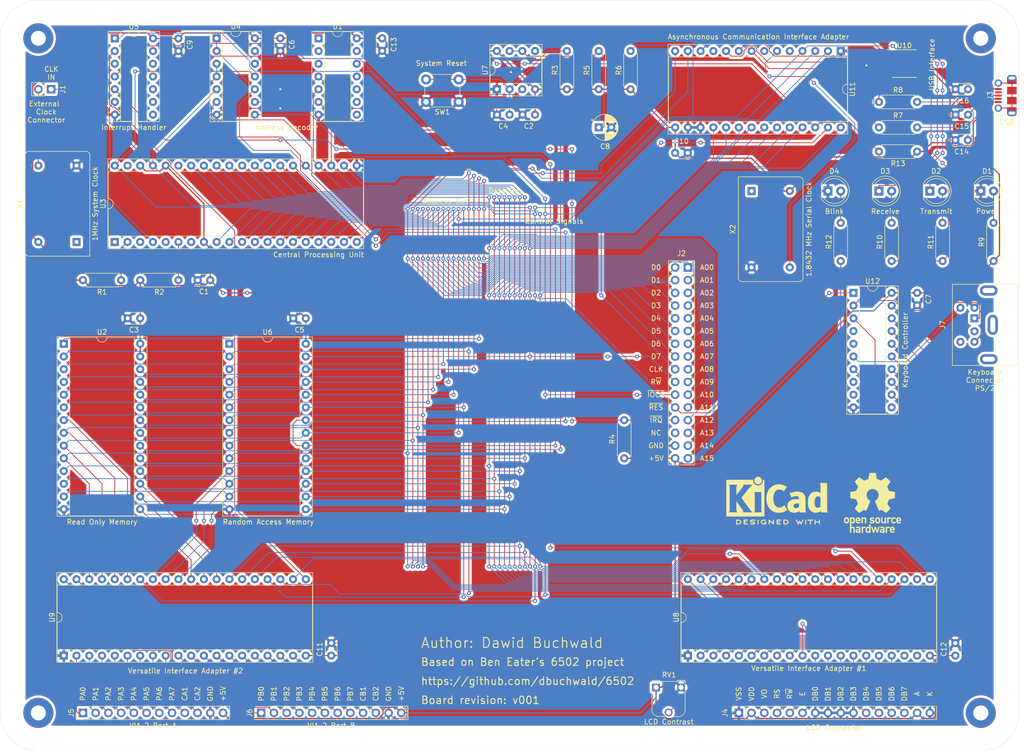
<source format=kicad_pcb>
(kicad_pcb (version 20171130) (host pcbnew "(5.1.5-0-10_14)")
  (layers (0 F.Cu signal) (31 B.Cu signal) (34 B.Paste user) (35 F.Paste user) (36 B.SilkS user) (37 F.SilkS user) (38 B.Mask user) (39 F.Mask user) (44 Edge.Cuts user))
  (net 0 "")
  (net 1 +5V)
  (net 2 GND)
  (net 3 "Net-(C4-Pad1)")
  (net 4 "Net-(C8-Pad1)")
  (net 5 "Net-(C14-Pad1)")
  (net 6 "Net-(C15-Pad1)")
  (net 7 "Net-(D2-Pad1)")
  (net 8 "Net-(D2-Pad2)")
  (net 9 "Net-(D3-Pad2)")
  (net 10 "Net-(D3-Pad1)")
  (net 11 "/6502 Peripherals/v1pb0")
  (net 12 CLK)
  (net 13 CLKOUT)
  (net 14 a0)
  (net 15 a1)
  (net 16 a2)
  (net 17 a3)
  (net 18 a4)
  (net 19 a5)
  (net 20 a6)
  (net 21 a7)
  (net 22 a8)
  (net 23 a9)
  (net 24 a10)
  (net 25 a11)
  (net 26 a12)
  (net 27 a13)
  (net 28 a14)
  (net 29 a15)
  (net 30 d0)
  (net 31 d1)
  (net 32 d2)
  (net 33 d3)
  (net 34 d4)
  (net 35 d5)
  (net 36 d6)
  (net 37 d7)
  (net 38 R~W)
  (net 39 ~IOCS)
  (net 40 ~RES)
  (net 41 ~IRQX)
  (net 42 "Net-(J3-Pad6)")
  (net 43 "Net-(J3-Pad4)")
  (net 44 "Net-(J4-Pad3)")
  (net 45 "/6502 Peripherals/v1pb1")
  (net 46 "/6502 Peripherals/v1pb2")
  (net 47 "/6502 Peripherals/v1pb3")
  (net 48 "/6502 Peripherals/v1pb4")
  (net 49 "/6502 Peripherals/v1pb5")
  (net 50 "/6502 Peripherals/v1pb6")
  (net 51 "/6502 Peripherals/v1pb7")
  (net 52 "/6502 Peripherals/v2pa0")
  (net 53 "/6502 Peripherals/v2pa1")
  (net 54 "/6502 Peripherals/v2pa2")
  (net 55 "/6502 Peripherals/v2pa3")
  (net 56 "/6502 Peripherals/v2pa4")
  (net 57 "/6502 Peripherals/v2pa5")
  (net 58 "/6502 Peripherals/v2pa6")
  (net 59 "/6502 Peripherals/v2pa7")
  (net 60 "/6502 Peripherals/v2pa8")
  (net 61 "/6502 Peripherals/v2pa9")
  (net 62 "/6502 Peripherals/v2pb0")
  (net 63 "/6502 Peripherals/v2pb1")
  (net 64 "/6502 Peripherals/v2pb2")
  (net 65 "/6502 Peripherals/v2pb3")
  (net 66 "/6502 Peripherals/v2pb4")
  (net 67 "/6502 Peripherals/v2pb5")
  (net 68 "/6502 Peripherals/v2pb6")
  (net 69 "/6502 Peripherals/v2pb7")
  (net 70 "/6502 Peripherals/v2pb8")
  (net 71 "/6502 Peripherals/v2pb9")
  (net 72 "Net-(J7-Pad6)")
  (net 73 KBCLK)
  (net 74 "Net-(J7-Pad2)")
  (net 75 KBDAT)
  (net 76 "Net-(R1-Pad1)")
  (net 77 "Net-(R2-Pad1)")
  (net 78 USBD+)
  (net 79 USBD-)
  (net 80 "Net-(R10-Pad1)")
  (net 81 ~ROM_CS)
  (net 82 ~ROM_OE)
  (net 83 ~IRQ)
  (net 84 ~RAM_CS)
  (net 85 "Net-(U4-Pad12)")
  (net 86 ~AIRQ)
  (net 87 ~V2IRQ)
  (net 88 ~V1IRQ)
  (net 89 "/6502 Peripherals/v1pa8")
  (net 90 "/6502 Peripherals/v1pa9")
  (net 91 "Net-(U8-Pad19)")
  (net 92 "Net-(U8-Pad18)")
  (net 93 "/6502 Peripherals/v1pa7")
  (net 94 "/6502 Peripherals/v1pa6")
  (net 95 "/6502 Peripherals/v1pa5")
  (net 96 "/6502 Peripherals/v1pa4")
  (net 97 "/6502 Peripherals/v1pa3")
  (net 98 "/6502 Peripherals/v1pa2")
  (net 99 "/6502 Peripherals/v1pa1")
  (net 100 "/6502 Peripherals/v1pa0")
  (net 101 RxD)
  (net 102 ~CTS)
  (net 103 TxD)
  (net 104 ~RTS)
  (net 105 "Net-(U10-Pad7)")
  (net 106 "Net-(U10-Pad16)")
  (net 107 "Net-(U11-Pad5)")
  (net 108 RS232CLK)
  (net 109 "Net-(U11-Pad7)")
  (net 110 "Net-(U11-Pad11)")
  (net 111 "Net-(U12-Pad11)")
  (net 112 "Net-(U12-Pad4)")
  (net 113 "Net-(U12-Pad5)")
  (net 114 "Net-(U12-Pad8)")
  (net 115 "Net-(U12-Pad9)")
  (net 116 "Net-(X1-Pad1)")
  (net 117 "Net-(X2-Pad1)")
  (net 118 "Net-(D1-Pad2)")
  (net 119 "Net-(D4-Pad2)")
  (net 120 "Net-(U3-Pad1)")
  (net 121 "Net-(U3-Pad3)")
  (net 122 "Net-(U3-Pad5)")
  (net 123 "Net-(U3-Pad7)")
  (net 124 "Net-(U3-Pad35)")
  (net 125 "Net-(U3-Pad39)")
  (net 126 "Net-(U7-Pad5)")
  (net 127 "Net-(J2-Pad28)")
  (module Package_SO:SSOP-16_4.4x5.2mm_P0.65mm (layer F.Cu) (at 198.12 33.02)
    (fp_text reference U10 (at 0 -3.65) (layer F.SilkS))
    (fp_text value FT230XS)
    (pad 16 smd rect (at 2.9 -2.275) (size 1 0.4) (layers F.Cu F.Paste F.Mask) (net 106 "Net-(U10-Pad16)"))
    (pad 15 smd rect (at 2.9 -1.625) (size 1 0.4) (layers F.Cu F.Paste F.Mask) (net 7 "Net-(D2-Pad1)"))
    (pad 14 smd rect (at 2.9 -0.975) (size 1 0.4) (layers F.Cu F.Paste F.Mask) (net 10 "Net-(D3-Pad1)"))
    (pad 13 smd rect (at 2.9 -0.325) (size 1 0.4) (layers F.Cu F.Paste F.Mask) (net 2 GND))
    (pad 12 smd rect (at 2.9 0.325) (size 1 0.4) (layers F.Cu F.Paste F.Mask) (net 1 +5V))
    (pad 11 smd rect (at 2.9 0.975) (size 1 0.4) (layers F.Cu F.Paste F.Mask) (net 40 ~RES))
    (pad 10 smd rect (at 2.9 1.625) (size 1 0.4) (layers F.Cu F.Paste F.Mask) (net 80 "Net-(R10-Pad1)"))
    (pad 9 smd rect (at 2.9 2.275) (size 1 0.4) (layers F.Cu F.Paste F.Mask) (net 79 USBD-))
    (pad 8 smd rect (at -2.9 2.275) (size 1 0.4) (layers F.Cu F.Paste F.Mask) (net 78 USBD+))
    (pad 7 smd rect (at -2.9 1.625) (size 1 0.4) (layers F.Cu F.Paste F.Mask) (net 105 "Net-(U10-Pad7)"))
    (pad 6 smd rect (at -2.9 0.975) (size 1 0.4) (layers F.Cu F.Paste F.Mask) (net 104 ~RTS))
    (pad 5 smd rect (at -2.9 0.325) (size 1 0.4) (layers F.Cu F.Paste F.Mask) (net 2 GND))
    (pad 4 smd rect (at -2.9 -0.325) (size 1 0.4) (layers F.Cu F.Paste F.Mask) (net 103 TxD))
    (pad 3 smd rect (at -2.9 -0.975) (size 1 0.4) (layers F.Cu F.Paste F.Mask) (net 80 "Net-(R10-Pad1)"))
    (pad 2 smd rect (at -2.9 -1.625) (size 1 0.4) (layers F.Cu F.Paste F.Mask) (net 102 ~CTS))
    (pad 1 smd rect (at -2.9 -2.275) (size 1 0.4) (layers F.Cu F.Paste F.Mask) (net 101 RxD))
  )
  (module Symbol:KiCad-Logo2_8mm_SilkScreen (layer F.Cu) (at 172.72 119.38)
    (fp_text reference REF** hide)
    (fp_text value KiCad-Logo2_8mm_SilkScreen hide)
  )
  (module Symbol:OSHW-Logo_11.4x12mm_SilkScreen (layer F.Cu) (at 191.77 120.65)
    (fp_text reference REF** hide)
    (fp_text value OSHW-Logo_11.4x12mm_SilkScreen hide)
  )
  (module Resistor_THT:R_Axial_DIN0207_L6.3mm_D2.5mm_P7.62mm_Horizontal (layer F.Cu) (at 200.66 50.546 180)
    (fp_text reference R13 (at 3.81 -2.37) (layer F.SilkS))
    (fp_text value 4K7)
    (pad 2 thru_hole oval (at 7.62 0 180) (size 1.6 1.6) (drill 0.8) (layers *.Cu *.Mask) (net 86 ~AIRQ))
    (pad 1 thru_hole circle (at 0 0 180) (size 1.6 1.6) (drill 0.8) (layers *.Cu *.Mask) (net 1 +5V))
  )
  (module Potentiometer_THT:Potentiometer_Runtron_RM-065_Vertical (layer F.Cu) (at 148.59 157.48)
    (fp_text reference RV1 (at 2.6 -2.5) (layer F.SilkS))
    (fp_text value 10K)
    (pad 2 thru_hole circle (at 2.5 5) (size 1.55 1.55) (drill 1) (layers *.Cu *.Mask) (net 44 "Net-(J4-Pad3)"))
    (pad 1 thru_hole rect (at 0 0) (size 1.55 1.55) (drill 1) (layers *.Cu *.Mask) (net 1 +5V))
    (pad 3 thru_hole circle (at 5 0) (size 1.55 1.55) (drill 1) (layers *.Cu *.Mask) (net 2 GND))
  )
  (module Package_DIP:DIP-40_W15.24mm_Socket (layer F.Cu) (at 40.64 68.58 90)
    (fp_text reference U3 (at 7.62 -2.33 90) (layer F.SilkS))
    (fp_text value 65C02S)
    (pad 1 thru_hole rect (at 0 0 90) (size 1.6 1.6) (drill 0.8) (layers *.Cu *.Mask) (net 120 "Net-(U3-Pad1)"))
    (pad 21 thru_hole oval (at 15.24 48.26 90) (size 1.6 1.6) (drill 0.8) (layers *.Cu *.Mask) (net 2 GND))
    (pad 2 thru_hole oval (at 0 2.54 90) (size 1.6 1.6) (drill 0.8) (layers *.Cu *.Mask) (net 76 "Net-(R1-Pad1)"))
    (pad 22 thru_hole oval (at 15.24 45.72 90) (size 1.6 1.6) (drill 0.8) (layers *.Cu *.Mask) (net 26 a12))
    (pad 3 thru_hole oval (at 0 5.08 90) (size 1.6 1.6) (drill 0.8) (layers *.Cu *.Mask) (net 121 "Net-(U3-Pad3)"))
    (pad 23 thru_hole oval (at 15.24 43.18 90) (size 1.6 1.6) (drill 0.8) (layers *.Cu *.Mask) (net 27 a13))
    (pad 4 thru_hole oval (at 0 7.62 90) (size 1.6 1.6) (drill 0.8) (layers *.Cu *.Mask) (net 83 ~IRQ))
    (pad 24 thru_hole oval (at 15.24 40.64 90) (size 1.6 1.6) (drill 0.8) (layers *.Cu *.Mask) (net 28 a14))
    (pad 5 thru_hole oval (at 0 10.16 90) (size 1.6 1.6) (drill 0.8) (layers *.Cu *.Mask) (net 122 "Net-(U3-Pad5)"))
    (pad 25 thru_hole oval (at 15.24 38.1 90) (size 1.6 1.6) (drill 0.8) (layers *.Cu *.Mask) (net 29 a15))
    (pad 6 thru_hole oval (at 0 12.7 90) (size 1.6 1.6) (drill 0.8) (layers *.Cu *.Mask) (net 77 "Net-(R2-Pad1)"))
    (pad 26 thru_hole oval (at 15.24 35.56 90) (size 1.6 1.6) (drill 0.8) (layers *.Cu *.Mask) (net 37 d7))
    (pad 7 thru_hole oval (at 0 15.24 90) (size 1.6 1.6) (drill 0.8) (layers *.Cu *.Mask) (net 123 "Net-(U3-Pad7)"))
    (pad 27 thru_hole oval (at 15.24 33.02 90) (size 1.6 1.6) (drill 0.8) (layers *.Cu *.Mask) (net 36 d6))
    (pad 8 thru_hole oval (at 0 17.78 90) (size 1.6 1.6) (drill 0.8) (layers *.Cu *.Mask) (net 1 +5V))
    (pad 28 thru_hole oval (at 15.24 30.48 90) (size 1.6 1.6) (drill 0.8) (layers *.Cu *.Mask) (net 35 d5))
    (pad 9 thru_hole oval (at 0 20.32 90) (size 1.6 1.6) (drill 0.8) (layers *.Cu *.Mask) (net 14 a0))
    (pad 29 thru_hole oval (at 15.24 27.94 90) (size 1.6 1.6) (drill 0.8) (layers *.Cu *.Mask) (net 34 d4))
    (pad 10 thru_hole oval (at 0 22.86 90) (size 1.6 1.6) (drill 0.8) (layers *.Cu *.Mask) (net 15 a1))
    (pad 30 thru_hole oval (at 15.24 25.4 90) (size 1.6 1.6) (drill 0.8) (layers *.Cu *.Mask) (net 33 d3))
    (pad 11 thru_hole oval (at 0 25.4 90) (size 1.6 1.6) (drill 0.8) (layers *.Cu *.Mask) (net 16 a2))
    (pad 31 thru_hole oval (at 15.24 22.86 90) (size 1.6 1.6) (drill 0.8) (layers *.Cu *.Mask) (net 32 d2))
    (pad 12 thru_hole oval (at 0 27.94 90) (size 1.6 1.6) (drill 0.8) (layers *.Cu *.Mask) (net 17 a3))
    (pad 32 thru_hole oval (at 15.24 20.32 90) (size 1.6 1.6) (drill 0.8) (layers *.Cu *.Mask) (net 31 d1))
    (pad 13 thru_hole oval (at 0 30.48 90) (size 1.6 1.6) (drill 0.8) (layers *.Cu *.Mask) (net 18 a4))
    (pad 33 thru_hole oval (at 15.24 17.78 90) (size 1.6 1.6) (drill 0.8) (layers *.Cu *.Mask) (net 30 d0))
    (pad 14 thru_hole oval (at 0 33.02 90) (size 1.6 1.6) (drill 0.8) (layers *.Cu *.Mask) (net 19 a5))
    (pad 34 thru_hole oval (at 15.24 15.24 90) (size 1.6 1.6) (drill 0.8) (layers *.Cu *.Mask) (net 38 R~W))
    (pad 15 thru_hole oval (at 0 35.56 90) (size 1.6 1.6) (drill 0.8) (layers *.Cu *.Mask) (net 20 a6))
    (pad 35 thru_hole oval (at 15.24 12.7 90) (size 1.6 1.6) (drill 0.8) (layers *.Cu *.Mask) (net 124 "Net-(U3-Pad35)"))
    (pad 16 thru_hole oval (at 0 38.1 90) (size 1.6 1.6) (drill 0.8) (layers *.Cu *.Mask) (net 21 a7))
    (pad 36 thru_hole oval (at 15.24 10.16 90) (size 1.6 1.6) (drill 0.8) (layers *.Cu *.Mask) (net 1 +5V))
    (pad 17 thru_hole oval (at 0 40.64 90) (size 1.6 1.6) (drill 0.8) (layers *.Cu *.Mask) (net 22 a8))
    (pad 37 thru_hole oval (at 15.24 7.62 90) (size 1.6 1.6) (drill 0.8) (layers *.Cu *.Mask) (net 12 CLK))
    (pad 18 thru_hole oval (at 0 43.18 90) (size 1.6 1.6) (drill 0.8) (layers *.Cu *.Mask) (net 23 a9))
    (pad 38 thru_hole oval (at 15.24 5.08 90) (size 1.6 1.6) (drill 0.8) (layers *.Cu *.Mask) (net 1 +5V))
    (pad 19 thru_hole oval (at 0 45.72 90) (size 1.6 1.6) (drill 0.8) (layers *.Cu *.Mask) (net 24 a10))
    (pad 39 thru_hole oval (at 15.24 2.54 90) (size 1.6 1.6) (drill 0.8) (layers *.Cu *.Mask) (net 125 "Net-(U3-Pad39)"))
    (pad 20 thru_hole oval (at 0 48.26 90) (size 1.6 1.6) (drill 0.8) (layers *.Cu *.Mask) (net 25 a11))
    (pad 40 thru_hole oval (at 15.24 0 90) (size 1.6 1.6) (drill 0.8) (layers *.Cu *.Mask) (net 40 ~RES))
  )
  (module Resistor_THT:R_Axial_DIN0207_L6.3mm_D2.5mm_P7.62mm_Horizontal (layer F.Cu) (at 185.42 72.39 90)
    (fp_text reference R12 (at 3.81 -2.37 90) (layer F.SilkS))
    (fp_text value 270)
    (pad 2 thru_hole oval (at 7.62 0 90) (size 1.6 1.6) (drill 0.8) (layers *.Cu *.Mask) (net 119 "Net-(D4-Pad2)"))
    (pad 1 thru_hole circle (at 0 0 90) (size 1.6 1.6) (drill 0.8) (layers *.Cu *.Mask) (net 11 "/6502 Peripherals/v1pb0"))
  )
  (module Resistor_THT:R_Axial_DIN0207_L6.3mm_D2.5mm_P7.62mm_Horizontal (layer F.Cu) (at 205.74 72.39 90)
    (fp_text reference R11 (at 3.81 -2.37 90) (layer F.SilkS))
    (fp_text value 270)
    (pad 2 thru_hole oval (at 7.62 0 90) (size 1.6 1.6) (drill 0.8) (layers *.Cu *.Mask) (net 8 "Net-(D2-Pad2)"))
    (pad 1 thru_hole circle (at 0 0 90) (size 1.6 1.6) (drill 0.8) (layers *.Cu *.Mask) (net 80 "Net-(R10-Pad1)"))
  )
  (module Resistor_THT:R_Axial_DIN0207_L6.3mm_D2.5mm_P7.62mm_Horizontal (layer F.Cu) (at 195.58 72.39 90)
    (fp_text reference R10 (at 3.81 -2.37 90) (layer F.SilkS))
    (fp_text value 270)
    (pad 2 thru_hole oval (at 7.62 0 90) (size 1.6 1.6) (drill 0.8) (layers *.Cu *.Mask) (net 9 "Net-(D3-Pad2)"))
    (pad 1 thru_hole circle (at 0 0 90) (size 1.6 1.6) (drill 0.8) (layers *.Cu *.Mask) (net 80 "Net-(R10-Pad1)"))
  )
  (module Resistor_THT:R_Axial_DIN0207_L6.3mm_D2.5mm_P7.62mm_Horizontal (layer F.Cu) (at 215.9 72.39 90)
    (fp_text reference R9 (at 3.81 -2.37 90) (layer F.SilkS))
    (fp_text value 270)
    (pad 2 thru_hole oval (at 7.62 0 90) (size 1.6 1.6) (drill 0.8) (layers *.Cu *.Mask) (net 118 "Net-(D1-Pad2)"))
    (pad 1 thru_hole circle (at 0 0 90) (size 1.6 1.6) (drill 0.8) (layers *.Cu *.Mask) (net 1 +5V))
  )
  (module Resistor_THT:R_Axial_DIN0207_L6.3mm_D2.5mm_P7.62mm_Horizontal (layer F.Cu) (at 193.04 40.64)
    (fp_text reference R8 (at 3.81 -2.37) (layer F.SilkS))
    (fp_text value 27)
    (pad 2 thru_hole oval (at 7.62 0) (size 1.6 1.6) (drill 0.8) (layers *.Cu *.Mask) (net 5 "Net-(C14-Pad1)"))
    (pad 1 thru_hole circle (at 0 0) (size 1.6 1.6) (drill 0.8) (layers *.Cu *.Mask) (net 79 USBD-))
  )
  (module Resistor_THT:R_Axial_DIN0207_L6.3mm_D2.5mm_P7.62mm_Horizontal (layer F.Cu) (at 193.04 45.72)
    (fp_text reference R7 (at 3.81 -2.37) (layer F.SilkS))
    (fp_text value 27)
    (pad 2 thru_hole oval (at 7.62 0) (size 1.6 1.6) (drill 0.8) (layers *.Cu *.Mask) (net 6 "Net-(C15-Pad1)"))
    (pad 1 thru_hole circle (at 0 0) (size 1.6 1.6) (drill 0.8) (layers *.Cu *.Mask) (net 78 USBD+))
  )
  (module Package_DIP:DIP-20_W7.62mm_Socket (layer F.Cu) (at 187.96 78.74)
    (fp_text reference U12 (at 3.81 -2.33) (layer F.SilkS))
    (fp_text value ATtiny4313-PU)
    (pad 20 thru_hole oval (at 7.62 0) (size 1.6 1.6) (drill 0.8) (layers *.Cu *.Mask) (net 1 +5V))
    (pad 10 thru_hole oval (at 0 22.86) (size 1.6 1.6) (drill 0.8) (layers *.Cu *.Mask) (net 2 GND))
    (pad 19 thru_hole oval (at 7.62 2.54) (size 1.6 1.6) (drill 0.8) (layers *.Cu *.Mask) (net 93 "/6502 Peripherals/v1pa7"))
    (pad 9 thru_hole oval (at 0 20.32) (size 1.6 1.6) (drill 0.8) (layers *.Cu *.Mask) (net 115 "Net-(U12-Pad9)"))
    (pad 18 thru_hole oval (at 7.62 5.08) (size 1.6 1.6) (drill 0.8) (layers *.Cu *.Mask) (net 94 "/6502 Peripherals/v1pa6"))
    (pad 8 thru_hole oval (at 0 17.78) (size 1.6 1.6) (drill 0.8) (layers *.Cu *.Mask) (net 114 "Net-(U12-Pad8)"))
    (pad 17 thru_hole oval (at 7.62 7.62) (size 1.6 1.6) (drill 0.8) (layers *.Cu *.Mask) (net 95 "/6502 Peripherals/v1pa5"))
    (pad 7 thru_hole oval (at 0 15.24) (size 1.6 1.6) (drill 0.8) (layers *.Cu *.Mask) (net 90 "/6502 Peripherals/v1pa9"))
    (pad 16 thru_hole oval (at 7.62 10.16) (size 1.6 1.6) (drill 0.8) (layers *.Cu *.Mask) (net 96 "/6502 Peripherals/v1pa4"))
    (pad 6 thru_hole oval (at 0 12.7) (size 1.6 1.6) (drill 0.8) (layers *.Cu *.Mask) (net 73 KBCLK))
    (pad 15 thru_hole oval (at 7.62 12.7) (size 1.6 1.6) (drill 0.8) (layers *.Cu *.Mask) (net 97 "/6502 Peripherals/v1pa3"))
    (pad 5 thru_hole oval (at 0 10.16) (size 1.6 1.6) (drill 0.8) (layers *.Cu *.Mask) (net 113 "Net-(U12-Pad5)"))
    (pad 14 thru_hole oval (at 7.62 15.24) (size 1.6 1.6) (drill 0.8) (layers *.Cu *.Mask) (net 98 "/6502 Peripherals/v1pa2"))
    (pad 4 thru_hole oval (at 0 7.62) (size 1.6 1.6) (drill 0.8) (layers *.Cu *.Mask) (net 112 "Net-(U12-Pad4)"))
    (pad 13 thru_hole oval (at 7.62 17.78) (size 1.6 1.6) (drill 0.8) (layers *.Cu *.Mask) (net 99 "/6502 Peripherals/v1pa1"))
    (pad 3 thru_hole oval (at 0 5.08) (size 1.6 1.6) (drill 0.8) (layers *.Cu *.Mask) (net 89 "/6502 Peripherals/v1pa8"))
    (pad 12 thru_hole oval (at 7.62 20.32) (size 1.6 1.6) (drill 0.8) (layers *.Cu *.Mask) (net 100 "/6502 Peripherals/v1pa0"))
    (pad 2 thru_hole oval (at 0 2.54) (size 1.6 1.6) (drill 0.8) (layers *.Cu *.Mask) (net 75 KBDAT))
    (pad 11 thru_hole oval (at 7.62 22.86) (size 1.6 1.6) (drill 0.8) (layers *.Cu *.Mask) (net 111 "Net-(U12-Pad11)"))
    (pad 1 thru_hole rect (at 0 0) (size 1.6 1.6) (drill 0.8) (layers *.Cu *.Mask) (net 40 ~RES))
  )
  (module Connector_PinHeader_2.54mm:PinHeader_1x12_P2.54mm_Vertical (layer F.Cu) (at 34.29 162.56 90)
    (fp_text reference J5 (at 0 -2.33 90) (layer F.SilkS))
    (fp_text value VIA2PA)
    (pad 12 thru_hole oval (at 0 27.94 90) (size 1.7 1.7) (drill 1) (layers *.Cu *.Mask) (net 1 +5V))
    (pad 11 thru_hole oval (at 0 25.4 90) (size 1.7 1.7) (drill 1) (layers *.Cu *.Mask) (net 2 GND))
    (pad 10 thru_hole oval (at 0 22.86 90) (size 1.7 1.7) (drill 1) (layers *.Cu *.Mask) (net 61 "/6502 Peripherals/v2pa9"))
    (pad 9 thru_hole oval (at 0 20.32 90) (size 1.7 1.7) (drill 1) (layers *.Cu *.Mask) (net 60 "/6502 Peripherals/v2pa8"))
    (pad 8 thru_hole oval (at 0 17.78 90) (size 1.7 1.7) (drill 1) (layers *.Cu *.Mask) (net 59 "/6502 Peripherals/v2pa7"))
    (pad 7 thru_hole oval (at 0 15.24 90) (size 1.7 1.7) (drill 1) (layers *.Cu *.Mask) (net 58 "/6502 Peripherals/v2pa6"))
    (pad 6 thru_hole oval (at 0 12.7 90) (size 1.7 1.7) (drill 1) (layers *.Cu *.Mask) (net 57 "/6502 Peripherals/v2pa5"))
    (pad 5 thru_hole oval (at 0 10.16 90) (size 1.7 1.7) (drill 1) (layers *.Cu *.Mask) (net 56 "/6502 Peripherals/v2pa4"))
    (pad 4 thru_hole oval (at 0 7.62 90) (size 1.7 1.7) (drill 1) (layers *.Cu *.Mask) (net 55 "/6502 Peripherals/v2pa3"))
    (pad 3 thru_hole oval (at 0 5.08 90) (size 1.7 1.7) (drill 1) (layers *.Cu *.Mask) (net 54 "/6502 Peripherals/v2pa2"))
    (pad 2 thru_hole oval (at 0 2.54 90) (size 1.7 1.7) (drill 1) (layers *.Cu *.Mask) (net 53 "/6502 Peripherals/v2pa1"))
    (pad 1 thru_hole rect (at 0 0 90) (size 1.7 1.7) (drill 1) (layers *.Cu *.Mask) (net 52 "/6502 Peripherals/v2pa0"))
  )
  (module MountingHole:MountingHole_3mm_Pad (layer F.Cu) (at 25.4 162.56)
    (fp_text reference REF** hide)
    (fp_text value MountingHole_3mm_Pad)
    (pad 1 thru_hole circle (at 0 0) (size 6 6) (drill 3) (layers *.Cu *.Mask))
  )
  (module MountingHole:MountingHole_3mm_Pad (layer F.Cu) (at 25.4 27.94)
    (fp_text reference REF** hide)
    (fp_text value MountingHole_3mm_Pad)
    (pad 1 thru_hole circle (at 0 0) (size 6 6) (drill 3) (layers *.Cu *.Mask))
  )
  (module MountingHole:MountingHole_3mm_Pad (layer F.Cu) (at 213.36 27.94)
    (fp_text reference REF** hide)
    (fp_text value MountingHole_3mm_Pad)
    (pad 1 thru_hole circle (at 0 0) (size 6 6) (drill 3) (layers *.Cu *.Mask))
  )
  (module MountingHole:MountingHole_3mm_Pad (layer F.Cu) (at 213.36 162.56)
    (fp_text reference REF** hide)
    (fp_text value MountingHole_3mm_Pad)
    (pad 1 thru_hole circle (at 0 0) (size 6 6) (drill 3) (layers *.Cu *.Mask))
  )
  (module Connector_PinSocket_2.54mm:PinSocket_1x16_P2.54mm_Vertical (layer F.Cu) (at 165.1 162.56 90)
    (fp_text reference J4 (at 0 -2.77 90) (layer F.SilkS))
    (fp_text value "LCD Connector")
    (pad 16 thru_hole oval (at 0 38.1 90) (size 1.7 1.7) (drill 1) (layers *.Cu *.Mask) (net 2 GND))
    (pad 15 thru_hole oval (at 0 35.56 90) (size 1.7 1.7) (drill 1) (layers *.Cu *.Mask) (net 1 +5V))
    (pad 14 thru_hole oval (at 0 33.02 90) (size 1.7 1.7) (drill 1) (layers *.Cu *.Mask) (net 51 "/6502 Peripherals/v1pb7"))
    (pad 13 thru_hole oval (at 0 30.48 90) (size 1.7 1.7) (drill 1) (layers *.Cu *.Mask) (net 50 "/6502 Peripherals/v1pb6"))
    (pad 12 thru_hole oval (at 0 27.94 90) (size 1.7 1.7) (drill 1) (layers *.Cu *.Mask) (net 49 "/6502 Peripherals/v1pb5"))
    (pad 11 thru_hole oval (at 0 25.4 90) (size 1.7 1.7) (drill 1) (layers *.Cu *.Mask) (net 48 "/6502 Peripherals/v1pb4"))
    (pad 10 thru_hole oval (at 0 22.86 90) (size 1.7 1.7) (drill 1) (layers *.Cu *.Mask) (net 2 GND))
    (pad 9 thru_hole oval (at 0 20.32 90) (size 1.7 1.7) (drill 1) (layers *.Cu *.Mask) (net 2 GND))
    (pad 8 thru_hole oval (at 0 17.78 90) (size 1.7 1.7) (drill 1) (layers *.Cu *.Mask) (net 2 GND))
    (pad 7 thru_hole oval (at 0 15.24 90) (size 1.7 1.7) (drill 1) (layers *.Cu *.Mask) (net 2 GND))
    (pad 6 thru_hole oval (at 0 12.7 90) (size 1.7 1.7) (drill 1) (layers *.Cu *.Mask) (net 47 "/6502 Peripherals/v1pb3"))
    (pad 5 thru_hole oval (at 0 10.16 90) (size 1.7 1.7) (drill 1) (layers *.Cu *.Mask) (net 46 "/6502 Peripherals/v1pb2"))
    (pad 4 thru_hole oval (at 0 7.62 90) (size 1.7 1.7) (drill 1) (layers *.Cu *.Mask) (net 45 "/6502 Peripherals/v1pb1"))
    (pad 3 thru_hole oval (at 0 5.08 90) (size 1.7 1.7) (drill 1) (layers *.Cu *.Mask) (net 44 "Net-(J4-Pad3)"))
    (pad 2 thru_hole oval (at 0 2.54 90) (size 1.7 1.7) (drill 1) (layers *.Cu *.Mask) (net 1 +5V))
    (pad 1 thru_hole rect (at 0 0 90) (size 1.7 1.7) (drill 1) (layers *.Cu *.Mask) (net 2 GND))
  )
  (module Capacitor_THT:C_Disc_D3.4mm_W2.1mm_P2.50mm (layer F.Cu) (at 59.69 76.2 180)
    (fp_text reference C1 (at 1.25 -2.3) (layer F.SilkS))
    (fp_text value 0.1uF)
    (pad 1 thru_hole circle (at 0 0 180) (size 1.6 1.6) (drill 0.8) (layers *.Cu *.Mask) (net 1 +5V))
    (pad 2 thru_hole circle (at 2.5 0 180) (size 1.6 1.6) (drill 0.8) (layers *.Cu *.Mask) (net 2 GND))
  )
  (module Capacitor_THT:C_Disc_D3.4mm_W2.1mm_P2.50mm (layer F.Cu) (at 124.46 43.18 180)
    (fp_text reference C2 (at 1.25 -2.3) (layer F.SilkS))
    (fp_text value 0.1uF)
    (pad 2 thru_hole circle (at 2.5 0 180) (size 1.6 1.6) (drill 0.8) (layers *.Cu *.Mask) (net 2 GND))
    (pad 1 thru_hole circle (at 0 0 180) (size 1.6 1.6) (drill 0.8) (layers *.Cu *.Mask) (net 1 +5V))
  )
  (module Capacitor_THT:C_Disc_D3.4mm_W2.1mm_P2.50mm (layer F.Cu) (at 45.72 83.82 180)
    (fp_text reference C3 (at 1.25 -2.3) (layer F.SilkS))
    (fp_text value 0.1uF)
    (pad 2 thru_hole circle (at 2.5 0 180) (size 1.6 1.6) (drill 0.8) (layers *.Cu *.Mask) (net 2 GND))
    (pad 1 thru_hole circle (at 0 0 180) (size 1.6 1.6) (drill 0.8) (layers *.Cu *.Mask) (net 1 +5V))
  )
  (module Capacitor_THT:C_Disc_D3.4mm_W2.1mm_P2.50mm (layer F.Cu) (at 119.38 43.18 180)
    (fp_text reference C4 (at 1.25 -2.3) (layer F.SilkS))
    (fp_text value 0.1uF)
    (pad 1 thru_hole circle (at 0 0 180) (size 1.6 1.6) (drill 0.8) (layers *.Cu *.Mask) (net 3 "Net-(C4-Pad1)"))
    (pad 2 thru_hole circle (at 2.5 0 180) (size 1.6 1.6) (drill 0.8) (layers *.Cu *.Mask) (net 2 GND))
  )
  (module Capacitor_THT:C_Disc_D3.4mm_W2.1mm_P2.50mm (layer F.Cu) (at 78.74 83.82 180)
    (fp_text reference C5 (at 1.25 -2.3) (layer F.SilkS))
    (fp_text value 0.1uF)
    (pad 2 thru_hole circle (at 2.5 0 180) (size 1.6 1.6) (drill 0.8) (layers *.Cu *.Mask) (net 2 GND))
    (pad 1 thru_hole circle (at 0 0 180) (size 1.6 1.6) (drill 0.8) (layers *.Cu *.Mask) (net 1 +5V))
  )
  (module Capacitor_THT:C_Disc_D3.4mm_W2.1mm_P2.50mm (layer F.Cu) (at 73.66 27.94 270)
    (fp_text reference C6 (at 1.25 -2.3 90) (layer F.SilkS))
    (fp_text value 0.1uF)
    (pad 1 thru_hole circle (at 0 0 270) (size 1.6 1.6) (drill 0.8) (layers *.Cu *.Mask) (net 1 +5V))
    (pad 2 thru_hole circle (at 2.5 0 270) (size 1.6 1.6) (drill 0.8) (layers *.Cu *.Mask) (net 2 GND))
  )
  (module Capacitor_THT:C_Disc_D3.4mm_W2.1mm_P2.50mm (layer F.Cu) (at 200.66 78.74 270)
    (fp_text reference C7 (at 1.25 -2.3 90) (layer F.SilkS))
    (fp_text value 0.1uF)
    (pad 2 thru_hole circle (at 2.5 0 270) (size 1.6 1.6) (drill 0.8) (layers *.Cu *.Mask) (net 2 GND))
    (pad 1 thru_hole circle (at 0 0 270) (size 1.6 1.6) (drill 0.8) (layers *.Cu *.Mask) (net 1 +5V))
  )
  (module Capacitor_THT:CP_Radial_D5.0mm_P2.50mm (layer F.Cu) (at 137.16 45.72)
    (fp_text reference C8 (at 1.27 3.81) (layer F.SilkS))
    (fp_text value 10uF)
    (pad 1 thru_hole rect (at 0 0) (size 1.6 1.6) (drill 0.8) (layers *.Cu *.Mask) (net 4 "Net-(C8-Pad1)"))
    (pad 2 thru_hole circle (at 2.5 0) (size 1.6 1.6) (drill 0.8) (layers *.Cu *.Mask) (net 2 GND))
  )
  (module Capacitor_THT:C_Disc_D3.4mm_W2.1mm_P2.50mm (layer F.Cu) (at 53.34 27.98 270)
    (fp_text reference C9 (at 1.25 -2.3 90) (layer F.SilkS))
    (fp_text value 0.1uF)
    (pad 1 thru_hole circle (at 0 0 270) (size 1.6 1.6) (drill 0.8) (layers *.Cu *.Mask) (net 1 +5V))
    (pad 2 thru_hole circle (at 2.5 0 270) (size 1.6 1.6) (drill 0.8) (layers *.Cu *.Mask) (net 2 GND))
  )
  (module Capacitor_THT:C_Disc_D3.4mm_W2.1mm_P2.50mm (layer F.Cu) (at 152.4 50.8)
    (fp_text reference C10 (at 1.25 -2.3) (layer F.SilkS))
    (fp_text value 0.1uF)
    (pad 2 thru_hole circle (at 2.5 0) (size 1.6 1.6) (drill 0.8) (layers *.Cu *.Mask) (net 2 GND))
    (pad 1 thru_hole circle (at 0 0) (size 1.6 1.6) (drill 0.8) (layers *.Cu *.Mask) (net 1 +5V))
  )
  (module Capacitor_THT:C_Disc_D3.4mm_W2.1mm_P2.50mm (layer F.Cu) (at 83.82 151.13 90)
    (fp_text reference C11 (at 1.25 -2.3 90) (layer F.SilkS))
    (fp_text value 0.1uF)
    (pad 1 thru_hole circle (at 0 0 90) (size 1.6 1.6) (drill 0.8) (layers *.Cu *.Mask) (net 1 +5V))
    (pad 2 thru_hole circle (at 2.5 0 90) (size 1.6 1.6) (drill 0.8) (layers *.Cu *.Mask) (net 2 GND))
  )
  (module Capacitor_THT:C_Disc_D3.4mm_W2.1mm_P2.50mm (layer F.Cu) (at 208.28 151.13 90)
    (fp_text reference C12 (at 1.25 -2.3 90) (layer F.SilkS))
    (fp_text value 0.1uF)
    (pad 2 thru_hole circle (at 2.5 0 90) (size 1.6 1.6) (drill 0.8) (layers *.Cu *.Mask) (net 2 GND))
    (pad 1 thru_hole circle (at 0 0 90) (size 1.6 1.6) (drill 0.8) (layers *.Cu *.Mask) (net 1 +5V))
  )
  (module Capacitor_THT:C_Disc_D3.4mm_W2.1mm_P2.50mm (layer F.Cu) (at 93.98 27.94 270)
    (fp_text reference C13 (at 1.25 -2.3 90) (layer F.SilkS))
    (fp_text value 0.1uF)
    (pad 1 thru_hole circle (at 0 0 270) (size 1.6 1.6) (drill 0.8) (layers *.Cu *.Mask) (net 1 +5V))
    (pad 2 thru_hole circle (at 2.5 0 270) (size 1.6 1.6) (drill 0.8) (layers *.Cu *.Mask) (net 2 GND))
  )
  (module Capacitor_THT:C_Disc_D3.4mm_W2.1mm_P2.50mm (layer F.Cu) (at 210.78 48.26 180)
    (fp_text reference C14 (at 1.25 -2.3) (layer F.SilkS))
    (fp_text value 47pF)
    (pad 2 thru_hole circle (at 2.5 0 180) (size 1.6 1.6) (drill 0.8) (layers *.Cu *.Mask) (net 2 GND))
    (pad 1 thru_hole circle (at 0 0 180) (size 1.6 1.6) (drill 0.8) (layers *.Cu *.Mask) (net 5 "Net-(C14-Pad1)"))
  )
  (module Capacitor_THT:C_Disc_D3.4mm_W2.1mm_P2.50mm (layer F.Cu) (at 210.82 43.18 180)
    (fp_text reference C15 (at 1.25 -2.3) (layer F.SilkS))
    (fp_text value 47pF)
    (pad 1 thru_hole circle (at 0 0 180) (size 1.6 1.6) (drill 0.8) (layers *.Cu *.Mask) (net 6 "Net-(C15-Pad1)"))
    (pad 2 thru_hole circle (at 2.5 0 180) (size 1.6 1.6) (drill 0.8) (layers *.Cu *.Mask) (net 2 GND))
  )
  (module Capacitor_THT:C_Disc_D3.4mm_W2.1mm_P2.50mm (layer F.Cu) (at 210.82 38.1 180)
    (fp_text reference C16 (at 1.25 -2.3) (layer F.SilkS))
    (fp_text value 10nF)
    (pad 1 thru_hole circle (at 0 0 180) (size 1.6 1.6) (drill 0.8) (layers *.Cu *.Mask) (net 1 +5V))
    (pad 2 thru_hole circle (at 2.5 0 180) (size 1.6 1.6) (drill 0.8) (layers *.Cu *.Mask) (net 2 GND))
  )
  (module LED_THT:LED_D5.0mm_Clear (layer F.Cu) (at 213.36 58.42)
    (fp_text reference D1 (at 1.27 -3.96) (layer F.SilkS))
    (fp_text value PWR)
    (pad 2 thru_hole circle (at 2.54 0) (size 1.8 1.8) (drill 0.9) (layers *.Cu *.Mask) (net 118 "Net-(D1-Pad2)"))
    (pad 1 thru_hole rect (at 0 0) (size 1.8 1.8) (drill 0.9) (layers *.Cu *.Mask) (net 2 GND))
  )
  (module LED_THT:LED_D5.0mm_Clear (layer F.Cu) (at 203.2 58.42)
    (fp_text reference D2 (at 1.27 -3.96) (layer F.SilkS))
    (fp_text value TX)
    (pad 1 thru_hole rect (at 0 0) (size 1.8 1.8) (drill 0.9) (layers *.Cu *.Mask) (net 7 "Net-(D2-Pad1)"))
    (pad 2 thru_hole circle (at 2.54 0) (size 1.8 1.8) (drill 0.9) (layers *.Cu *.Mask) (net 8 "Net-(D2-Pad2)"))
  )
  (module LED_THT:LED_D5.0mm_Clear (layer F.Cu) (at 193.04 58.42)
    (fp_text reference D3 (at 1.27 -3.96) (layer F.SilkS))
    (fp_text value RX)
    (pad 2 thru_hole circle (at 2.54 0) (size 1.8 1.8) (drill 0.9) (layers *.Cu *.Mask) (net 9 "Net-(D3-Pad2)"))
    (pad 1 thru_hole rect (at 0 0) (size 1.8 1.8) (drill 0.9) (layers *.Cu *.Mask) (net 10 "Net-(D3-Pad1)"))
  )
  (module LED_THT:LED_D5.0mm_Clear (layer F.Cu) (at 182.88 58.42)
    (fp_text reference D4 (at 1.27 -3.96) (layer F.SilkS))
    (fp_text value BLINK)
    (pad 1 thru_hole rect (at 0 0) (size 1.8 1.8) (drill 0.9) (layers *.Cu *.Mask) (net 2 GND))
    (pad 2 thru_hole circle (at 2.54 0) (size 1.8 1.8) (drill 0.9) (layers *.Cu *.Mask) (net 119 "Net-(D4-Pad2)"))
  )
  (module Connector_PinHeader_2.54mm:PinHeader_1x02_P2.54mm_Vertical (layer F.Cu) (at 27.94 38.1 270)
    (fp_text reference J1 (at 0 -2.33 90) (layer F.SilkS))
    (fp_text value "CLK Jumper")
    (pad 1 thru_hole rect (at 0 0 270) (size 1.7 1.7) (drill 1) (layers *.Cu *.Mask) (net 12 CLK))
    (pad 2 thru_hole oval (at 0 2.54 270) (size 1.7 1.7) (drill 1) (layers *.Cu *.Mask) (net 13 CLKOUT))
  )
  (module Connector_PinSocket_2.54mm:PinSocket_2x16_P2.54mm_Vertical (layer F.Cu) (at 154.94 73.66)
    (fp_text reference J2 (at -1.27 -2.77) (layer F.SilkS))
    (fp_text value "Expansion port")
    (pad 1 thru_hole rect (at 0 0) (size 1.7 1.7) (drill 1) (layers *.Cu *.Mask) (net 14 a0))
    (pad 2 thru_hole oval (at -2.54 0) (size 1.7 1.7) (drill 1) (layers *.Cu *.Mask) (net 30 d0))
    (pad 3 thru_hole oval (at 0 2.54) (size 1.7 1.7) (drill 1) (layers *.Cu *.Mask) (net 15 a1))
    (pad 4 thru_hole oval (at -2.54 2.54) (size 1.7 1.7) (drill 1) (layers *.Cu *.Mask) (net 31 d1))
    (pad 5 thru_hole oval (at 0 5.08) (size 1.7 1.7) (drill 1) (layers *.Cu *.Mask) (net 16 a2))
    (pad 6 thru_hole oval (at -2.54 5.08) (size 1.7 1.7) (drill 1) (layers *.Cu *.Mask) (net 32 d2))
    (pad 7 thru_hole oval (at 0 7.62) (size 1.7 1.7) (drill 1) (layers *.Cu *.Mask) (net 17 a3))
    (pad 8 thru_hole oval (at -2.54 7.62) (size 1.7 1.7) (drill 1) (layers *.Cu *.Mask) (net 33 d3))
    (pad 9 thru_hole oval (at 0 10.16) (size 1.7 1.7) (drill 1) (layers *.Cu *.Mask) (net 18 a4))
    (pad 10 thru_hole oval (at -2.54 10.16) (size 1.7 1.7) (drill 1) (layers *.Cu *.Mask) (net 34 d4))
    (pad 11 thru_hole oval (at 0 12.7) (size 1.7 1.7) (drill 1) (layers *.Cu *.Mask) (net 19 a5))
    (pad 12 thru_hole oval (at -2.54 12.7) (size 1.7 1.7) (drill 1) (layers *.Cu *.Mask) (net 35 d5))
    (pad 13 thru_hole oval (at 0 15.24) (size 1.7 1.7) (drill 1) (layers *.Cu *.Mask) (net 20 a6))
    (pad 14 thru_hole oval (at -2.54 15.24) (size 1.7 1.7) (drill 1) (layers *.Cu *.Mask) (net 36 d6))
    (pad 15 thru_hole oval (at 0 17.78) (size 1.7 1.7) (drill 1) (layers *.Cu *.Mask) (net 21 a7))
    (pad 16 thru_hole oval (at -2.54 17.78) (size 1.7 1.7) (drill 1) (layers *.Cu *.Mask) (net 37 d7))
    (pad 17 thru_hole oval (at 0 20.32) (size 1.7 1.7) (drill 1) (layers *.Cu *.Mask) (net 22 a8))
    (pad 18 thru_hole oval (at -2.54 20.32) (size 1.7 1.7) (drill 1) (layers *.Cu *.Mask) (net 12 CLK))
    (pad 19 thru_hole oval (at 0 22.86) (size 1.7 1.7) (drill 1) (layers *.Cu *.Mask) (net 23 a9))
    (pad 20 thru_hole oval (at -2.54 22.86) (size 1.7 1.7) (drill 1) (layers *.Cu *.Mask) (net 38 R~W))
    (pad 21 thru_hole oval (at 0 25.4) (size 1.7 1.7) (drill 1) (layers *.Cu *.Mask) (net 24 a10))
    (pad 22 thru_hole oval (at -2.54 25.4) (size 1.7 1.7) (drill 1) (layers *.Cu *.Mask) (net 39 ~IOCS))
    (pad 23 thru_hole oval (at 0 27.94) (size 1.7 1.7) (drill 1) (layers *.Cu *.Mask) (net 25 a11))
    (pad 24 thru_hole oval (at -2.54 27.94) (size 1.7 1.7) (drill 1) (layers *.Cu *.Mask) (net 40 ~RES))
    (pad 25 thru_hole oval (at 0 30.48) (size 1.7 1.7) (drill 1) (layers *.Cu *.Mask) (net 26 a12))
    (pad 26 thru_hole oval (at -2.54 30.48) (size 1.7 1.7) (drill 1) (layers *.Cu *.Mask) (net 41 ~IRQX))
    (pad 27 thru_hole oval (at 0 33.02) (size 1.7 1.7) (drill 1) (layers *.Cu *.Mask) (net 27 a13))
    (pad 28 thru_hole oval (at -2.54 33.02) (size 1.7 1.7) (drill 1) (layers *.Cu *.Mask) (net 127 "Net-(J2-Pad28)"))
    (pad 29 thru_hole oval (at 0 35.56) (size 1.7 1.7) (drill 1) (layers *.Cu *.Mask) (net 28 a14))
    (pad 30 thru_hole oval (at -2.54 35.56) (size 1.7 1.7) (drill 1) (layers *.Cu *.Mask) (net 2 GND))
    (pad 31 thru_hole oval (at 0 38.1) (size 1.7 1.7) (drill 1) (layers *.Cu *.Mask) (net 29 a15))
    (pad 32 thru_hole oval (at -2.54 38.1) (size 1.7 1.7) (drill 1) (layers *.Cu *.Mask) (net 1 +5V))
  )
  (module Connector_USB:USB_Micro-B_Molex-105017-0001 (layer F.Cu) (at 218.313 39.37 90)
    (fp_text reference J3 (at 0 -3.1125 90) (layer F.SilkS))
    (fp_text value USB_B_Micro)
    (pad 6 smd rect (at 1 1.2375 90) (size 1.5 1.9) (layers F.Cu F.Paste F.Mask) (net 42 "Net-(J3-Pad6)"))
    (pad 6 thru_hole circle (at -2.5 -1.4625 90) (size 1.45 1.45) (drill 0.85) (layers *.Cu *.Mask) (net 42 "Net-(J3-Pad6)"))
    (pad 2 smd rect (at -0.65 -1.4625 90) (size 0.4 1.35) (layers F.Cu F.Paste F.Mask) (net 5 "Net-(C14-Pad1)"))
    (pad 1 smd rect (at -1.3 -1.4625 90) (size 0.4 1.35) (layers F.Cu F.Paste F.Mask) (net 1 +5V))
    (pad 5 smd rect (at 1.3 -1.4625 90) (size 0.4 1.35) (layers F.Cu F.Paste F.Mask) (net 2 GND))
    (pad 4 smd rect (at 0.65 -1.4625 90) (size 0.4 1.35) (layers F.Cu F.Paste F.Mask) (net 43 "Net-(J3-Pad4)"))
    (pad 3 smd rect (at 0 -1.4625 90) (size 0.4 1.35) (layers F.Cu F.Paste F.Mask) (net 6 "Net-(C15-Pad1)"))
    (pad 6 thru_hole circle (at 2.5 -1.4625 90) (size 1.45 1.45) (drill 0.85) (layers *.Cu *.Mask) (net 42 "Net-(J3-Pad6)"))
    (pad 6 smd rect (at -1 1.2375 90) (size 1.5 1.9) (layers F.Cu F.Paste F.Mask) (net 42 "Net-(J3-Pad6)"))
    (pad 6 thru_hole oval (at -3.5 1.2375 270) (size 1.2 1.9) (drill oval 0.6 1.3) (layers *.Cu *.Mask) (net 42 "Net-(J3-Pad6)"))
    (pad 6 thru_hole oval (at 3.5 1.2375 90) (size 1.2 1.9) (drill oval 0.6 1.3) (layers *.Cu *.Mask) (net 42 "Net-(J3-Pad6)"))
    (pad 6 smd rect (at 2.9 1.2375 90) (size 1.2 1.9) (layers F.Cu F.Mask) (net 42 "Net-(J3-Pad6)"))
    (pad 6 smd rect (at -2.9 1.2375 90) (size 1.2 1.9) (layers F.Cu F.Mask) (net 42 "Net-(J3-Pad6)"))
  )
  (module Connector_PinHeader_2.54mm:PinHeader_1x12_P2.54mm_Vertical (layer F.Cu) (at 69.85 162.56 90)
    (fp_text reference J6 (at 0 -2.33 90) (layer F.SilkS))
    (fp_text value VIA2PB)
    (pad 1 thru_hole rect (at 0 0 90) (size 1.7 1.7) (drill 1) (layers *.Cu *.Mask) (net 62 "/6502 Peripherals/v2pb0"))
    (pad 2 thru_hole oval (at 0 2.54 90) (size 1.7 1.7) (drill 1) (layers *.Cu *.Mask) (net 63 "/6502 Peripherals/v2pb1"))
    (pad 3 thru_hole oval (at 0 5.08 90) (size 1.7 1.7) (drill 1) (layers *.Cu *.Mask) (net 64 "/6502 Peripherals/v2pb2"))
    (pad 4 thru_hole oval (at 0 7.62 90) (size 1.7 1.7) (drill 1) (layers *.Cu *.Mask) (net 65 "/6502 Peripherals/v2pb3"))
    (pad 5 thru_hole oval (at 0 10.16 90) (size 1.7 1.7) (drill 1) (layers *.Cu *.Mask) (net 66 "/6502 Peripherals/v2pb4"))
    (pad 6 thru_hole oval (at 0 12.7 90) (size 1.7 1.7) (drill 1) (layers *.Cu *.Mask) (net 67 "/6502 Peripherals/v2pb5"))
    (pad 7 thru_hole oval (at 0 15.24 90) (size 1.7 1.7) (drill 1) (layers *.Cu *.Mask) (net 68 "/6502 Peripherals/v2pb6"))
    (pad 8 thru_hole oval (at 0 17.78 90) (size 1.7 1.7) (drill 1) (layers *.Cu *.Mask) (net 69 "/6502 Peripherals/v2pb7"))
    (pad 9 thru_hole oval (at 0 20.32 90) (size 1.7 1.7) (drill 1) (layers *.Cu *.Mask) (net 70 "/6502 Peripherals/v2pb8"))
    (pad 10 thru_hole oval (at 0 22.86 90) (size 1.7 1.7) (drill 1) (layers *.Cu *.Mask) (net 71 "/6502 Peripherals/v2pb9"))
    (pad 11 thru_hole oval (at 0 25.4 90) (size 1.7 1.7) (drill 1) (layers *.Cu *.Mask) (net 2 GND))
    (pad 12 thru_hole oval (at 0 27.94 90) (size 1.7 1.7) (drill 1) (layers *.Cu *.Mask) (net 1 +5V))
  )
  (module 65C02_Computer:mini_din-6 (layer F.Cu) (at 212.09 83.82 90)
    (fp_text reference J7 (at -1.27 -6.35 90) (layer F.SilkS))
    (fp_text value Mini-DIN-6)
    (pad 7 thru_hole oval (at -1.3 3.65 90) (size 4 2) (drill oval 3 1) (layers *.Cu *.Mask))
    (pad 6 thru_hole circle (at -4.7 -2.8 90) (size 1.6 1.6) (drill 0.8) (layers *.Cu *.Mask) (net 72 "Net-(J7-Pad6)"))
    (pad 5 thru_hole circle (at 2.1 -2.8 90) (size 1.6 1.6) (drill 0.8) (layers *.Cu *.Mask) (net 73 KBCLK))
    (pad 4 thru_hole circle (at -4.7 0 90) (size 1.6 1.6) (drill 0.8) (layers *.Cu *.Mask) (net 1 +5V))
    (pad 3 thru_hole circle (at 2.1 0 90) (size 1.6 1.6) (drill 0.8) (layers *.Cu *.Mask) (net 2 GND))
    (pad 2 thru_hole circle (at -2.6 0 90) (size 1.6 1.6) (drill 0.8) (layers *.Cu *.Mask) (net 74 "Net-(J7-Pad2)"))
    (pad 1 thru_hole rect (at 0 0 90) (size 1.6 1.6) (drill 0.8) (layers *.Cu *.Mask) (net 75 KBDAT))
    (pad 7 thru_hole oval (at 5.55 2.85 90) (size 2 3.5) (drill oval 1 2.5) (layers *.Cu *.Mask))
    (pad 7 thru_hole oval (at -8.15 2.85 90) (size 2 3.5) (drill oval 1 2.5) (layers *.Cu *.Mask))
  )
  (module Resistor_THT:R_Axial_DIN0207_L6.3mm_D2.5mm_P7.62mm_Horizontal (layer F.Cu) (at 41.91 76.2 180)
    (fp_text reference R1 (at 3.81 -2.37) (layer F.SilkS))
    (fp_text value 4K7)
    (pad 1 thru_hole circle (at 0 0 180) (size 1.6 1.6) (drill 0.8) (layers *.Cu *.Mask) (net 76 "Net-(R1-Pad1)"))
    (pad 2 thru_hole oval (at 7.62 0 180) (size 1.6 1.6) (drill 0.8) (layers *.Cu *.Mask) (net 1 +5V))
  )
  (module Resistor_THT:R_Axial_DIN0207_L6.3mm_D2.5mm_P7.62mm_Horizontal (layer F.Cu) (at 53.34 76.2 180)
    (fp_text reference R2 (at 3.81 -2.37) (layer F.SilkS))
    (fp_text value 4K7)
    (pad 2 thru_hole oval (at 7.62 0 180) (size 1.6 1.6) (drill 0.8) (layers *.Cu *.Mask) (net 1 +5V))
    (pad 1 thru_hole circle (at 0 0 180) (size 1.6 1.6) (drill 0.8) (layers *.Cu *.Mask) (net 77 "Net-(R2-Pad1)"))
  )
  (module Resistor_THT:R_Axial_DIN0207_L6.3mm_D2.5mm_P7.62mm_Horizontal (layer F.Cu) (at 130.81 38.1 90)
    (fp_text reference R3 (at 3.81 -2.37 90) (layer F.SilkS))
    (fp_text value 1M)
    (pad 1 thru_hole circle (at 0 0 90) (size 1.6 1.6) (drill 0.8) (layers *.Cu *.Mask) (net 1 +5V))
    (pad 2 thru_hole oval (at 7.62 0 90) (size 1.6 1.6) (drill 0.8) (layers *.Cu *.Mask) (net 3 "Net-(C4-Pad1)"))
  )
  (module Resistor_THT:R_Axial_DIN0207_L6.3mm_D2.5mm_P7.62mm_Horizontal (layer F.Cu) (at 142.24 111.76 90)
    (fp_text reference R4 (at 3.81 -2.37 90) (layer F.SilkS))
    (fp_text value 4K7)
    (pad 1 thru_hole circle (at 0 0 90) (size 1.6 1.6) (drill 0.8) (layers *.Cu *.Mask) (net 1 +5V))
    (pad 2 thru_hole oval (at 7.62 0 90) (size 1.6 1.6) (drill 0.8) (layers *.Cu *.Mask) (net 41 ~IRQX))
  )
  (module Resistor_THT:R_Axial_DIN0207_L6.3mm_D2.5mm_P7.62mm_Horizontal (layer F.Cu) (at 137.16 38.1 90)
    (fp_text reference R5 (at 3.81 -2.37 90) (layer F.SilkS))
    (fp_text value 47K)
    (pad 2 thru_hole oval (at 7.62 0 90) (size 1.6 1.6) (drill 0.8) (layers *.Cu *.Mask) (net 4 "Net-(C8-Pad1)"))
    (pad 1 thru_hole circle (at 0 0 90) (size 1.6 1.6) (drill 0.8) (layers *.Cu *.Mask) (net 1 +5V))
  )
  (module Resistor_THT:R_Axial_DIN0207_L6.3mm_D2.5mm_P7.62mm_Horizontal (layer F.Cu) (at 143.51 38.1 90)
    (fp_text reference R6 (at 3.81 -2.37 90) (layer F.SilkS))
    (fp_text value 1K)
    (pad 2 thru_hole oval (at 7.62 0 90) (size 1.6 1.6) (drill 0.8) (layers *.Cu *.Mask) (net 40 ~RES))
    (pad 1 thru_hole circle (at 0 0 90) (size 1.6 1.6) (drill 0.8) (layers *.Cu *.Mask) (net 1 +5V))
  )
  (module Button_Switch_THT:SW_PUSH_6mm_H4.3mm (layer F.Cu) (at 109.22 40.64 180)
    (fp_text reference SW1 (at 3.25 -2) (layer F.SilkS))
    (fp_text value RESET)
    (pad 2 thru_hole circle (at 0 4.5 270) (size 2 2) (drill 1.1) (layers *.Cu *.Mask) (net 3 "Net-(C4-Pad1)"))
    (pad 1 thru_hole circle (at 0 0 270) (size 2 2) (drill 1.1) (layers *.Cu *.Mask) (net 2 GND))
    (pad 2 thru_hole circle (at 6.5 4.5 270) (size 2 2) (drill 1.1) (layers *.Cu *.Mask) (net 3 "Net-(C4-Pad1)"))
    (pad 1 thru_hole circle (at 6.5 0 270) (size 2 2) (drill 1.1) (layers *.Cu *.Mask) (net 2 GND))
  )
  (module Package_DIP:DIP-28_W15.24mm_Socket (layer F.Cu) (at 30.48 88.9)
    (fp_text reference U2 (at 7.62 -2.33) (layer F.SilkS))
    (fp_text value 28C256)
    (pad 1 thru_hole rect (at 0 0) (size 1.6 1.6) (drill 0.8) (layers *.Cu *.Mask) (net 28 a14))
    (pad 15 thru_hole oval (at 15.24 33.02) (size 1.6 1.6) (drill 0.8) (layers *.Cu *.Mask) (net 33 d3))
    (pad 2 thru_hole oval (at 0 2.54) (size 1.6 1.6) (drill 0.8) (layers *.Cu *.Mask) (net 26 a12))
    (pad 16 thru_hole oval (at 15.24 30.48) (size 1.6 1.6) (drill 0.8) (layers *.Cu *.Mask) (net 34 d4))
    (pad 3 thru_hole oval (at 0 5.08) (size 1.6 1.6) (drill 0.8) (layers *.Cu *.Mask) (net 21 a7))
    (pad 17 thru_hole oval (at 15.24 27.94) (size 1.6 1.6) (drill 0.8) (layers *.Cu *.Mask) (net 35 d5))
    (pad 4 thru_hole oval (at 0 7.62) (size 1.6 1.6) (drill 0.8) (layers *.Cu *.Mask) (net 20 a6))
    (pad 18 thru_hole oval (at 15.24 25.4) (size 1.6 1.6) (drill 0.8) (layers *.Cu *.Mask) (net 36 d6))
    (pad 5 thru_hole oval (at 0 10.16) (size 1.6 1.6) (drill 0.8) (layers *.Cu *.Mask) (net 19 a5))
    (pad 19 thru_hole oval (at 15.24 22.86) (size 1.6 1.6) (drill 0.8) (layers *.Cu *.Mask) (net 37 d7))
    (pad 6 thru_hole oval (at 0 12.7) (size 1.6 1.6) (drill 0.8) (layers *.Cu *.Mask) (net 18 a4))
    (pad 20 thru_hole oval (at 15.24 20.32) (size 1.6 1.6) (drill 0.8) (layers *.Cu *.Mask) (net 81 ~ROM_CS))
    (pad 7 thru_hole oval (at 0 15.24) (size 1.6 1.6) (drill 0.8) (layers *.Cu *.Mask) (net 17 a3))
    (pad 21 thru_hole oval (at 15.24 17.78) (size 1.6 1.6) (drill 0.8) (layers *.Cu *.Mask) (net 24 a10))
    (pad 8 thru_hole oval (at 0 17.78) (size 1.6 1.6) (drill 0.8) (layers *.Cu *.Mask) (net 16 a2))
    (pad 22 thru_hole oval (at 15.24 15.24) (size 1.6 1.6) (drill 0.8) (layers *.Cu *.Mask) (net 82 ~ROM_OE))
    (pad 9 thru_hole oval (at 0 20.32) (size 1.6 1.6) (drill 0.8) (layers *.Cu *.Mask) (net 15 a1))
    (pad 23 thru_hole oval (at 15.24 12.7) (size 1.6 1.6) (drill 0.8) (layers *.Cu *.Mask) (net 25 a11))
    (pad 10 thru_hole oval (at 0 22.86) (size 1.6 1.6) (drill 0.8) (layers *.Cu *.Mask) (net 14 a0))
    (pad 24 thru_hole oval (at 15.24 10.16) (size 1.6 1.6) (drill 0.8) (layers *.Cu *.Mask) (net 23 a9))
    (pad 11 thru_hole oval (at 0 25.4) (size 1.6 1.6) (drill 0.8) (layers *.Cu *.Mask) (net 30 d0))
    (pad 25 thru_hole oval (at 15.24 7.62) (size 1.6 1.6) (drill 0.8) (layers *.Cu *.Mask) (net 22 a8))
    (pad 12 thru_hole oval (at 0 27.94) (size 1.6 1.6) (drill 0.8) (layers *.Cu *.Mask) (net 31 d1))
    (pad 26 thru_hole oval (at 15.24 5.08) (size 1.6 1.6) (drill 0.8) (layers *.Cu *.Mask) (net 27 a13))
    (pad 13 thru_hole oval (at 0 30.48) (size 1.6 1.6) (drill 0.8) (layers *.Cu *.Mask) (net 32 d2))
    (pad 27 thru_hole oval (at 15.24 2.54) (size 1.6 1.6) (drill 0.8) (layers *.Cu *.Mask) (net 1 +5V))
    (pad 14 thru_hole oval (at 0 33.02) (size 1.6 1.6) (drill 0.8) (layers *.Cu *.Mask) (net 2 GND))
    (pad 28 thru_hole oval (at 15.24 0) (size 1.6 1.6) (drill 0.8) (layers *.Cu *.Mask) (net 1 +5V))
  )
  (module Package_DIP:DIP-28_W15.24mm_Socket (layer F.Cu) (at 63.5 88.9)
    (fp_text reference U6 (at 7.62 -2.33) (layer F.SilkS))
    (fp_text value 62256)
    (pad 28 thru_hole oval (at 15.24 0) (size 1.6 1.6) (drill 0.8) (layers *.Cu *.Mask) (net 1 +5V))
    (pad 14 thru_hole oval (at 0 33.02) (size 1.6 1.6) (drill 0.8) (layers *.Cu *.Mask) (net 2 GND))
    (pad 27 thru_hole oval (at 15.24 2.54) (size 1.6 1.6) (drill 0.8) (layers *.Cu *.Mask) (net 38 R~W))
    (pad 13 thru_hole oval (at 0 30.48) (size 1.6 1.6) (drill 0.8) (layers *.Cu *.Mask) (net 32 d2))
    (pad 26 thru_hole oval (at 15.24 5.08) (size 1.6 1.6) (drill 0.8) (layers *.Cu *.Mask) (net 27 a13))
    (pad 12 thru_hole oval (at 0 27.94) (size 1.6 1.6) (drill 0.8) (layers *.Cu *.Mask) (net 31 d1))
    (pad 25 thru_hole oval (at 15.24 7.62) (size 1.6 1.6) (drill 0.8) (layers *.Cu *.Mask) (net 22 a8))
    (pad 11 thru_hole oval (at 0 25.4) (size 1.6 1.6) (drill 0.8) (layers *.Cu *.Mask) (net 30 d0))
    (pad 24 thru_hole oval (at 15.24 10.16) (size 1.6 1.6) (drill 0.8) (layers *.Cu *.Mask) (net 23 a9))
    (pad 10 thru_hole oval (at 0 22.86) (size 1.6 1.6) (drill 0.8) (layers *.Cu *.Mask) (net 14 a0))
    (pad 23 thru_hole oval (at 15.24 12.7) (size 1.6 1.6) (drill 0.8) (layers *.Cu *.Mask) (net 25 a11))
    (pad 9 thru_hole oval (at 0 20.32) (size 1.6 1.6) (drill 0.8) (layers *.Cu *.Mask) (net 15 a1))
    (pad 22 thru_hole oval (at 15.24 15.24) (size 1.6 1.6) (drill 0.8) (layers *.Cu *.Mask) (net 84 ~RAM_CS))
    (pad 8 thru_hole oval (at 0 17.78) (size 1.6 1.6) (drill 0.8) (layers *.Cu *.Mask) (net 16 a2))
    (pad 21 thru_hole oval (at 15.24 17.78) (size 1.6 1.6) (drill 0.8) (layers *.Cu *.Mask) (net 24 a10))
    (pad 7 thru_hole oval (at 0 15.24) (size 1.6 1.6) (drill 0.8) (layers *.Cu *.Mask) (net 17 a3))
    (pad 20 thru_hole oval (at 15.24 20.32) (size 1.6 1.6) (drill 0.8) (layers *.Cu *.Mask) (net 84 ~RAM_CS))
    (pad 6 thru_hole oval (at 0 12.7) (size 1.6 1.6) (drill 0.8) (layers *.Cu *.Mask) (net 18 a4))
    (pad 19 thru_hole oval (at 15.24 22.86) (size 1.6 1.6) (drill 0.8) (layers *.Cu *.Mask) (net 37 d7))
    (pad 5 thru_hole oval (at 0 10.16) (size 1.6 1.6) (drill 0.8) (layers *.Cu *.Mask) (net 19 a5))
    (pad 18 thru_hole oval (at 15.24 25.4) (size 1.6 1.6) (drill 0.8) (layers *.Cu *.Mask) (net 36 d6))
    (pad 4 thru_hole oval (at 0 7.62) (size 1.6 1.6) (drill 0.8) (layers *.Cu *.Mask) (net 20 a6))
    (pad 17 thru_hole oval (at 15.24 27.94) (size 1.6 1.6) (drill 0.8) (layers *.Cu *.Mask) (net 35 d5))
    (pad 3 thru_hole oval (at 0 5.08) (size 1.6 1.6) (drill 0.8) (layers *.Cu *.Mask) (net 21 a7))
    (pad 16 thru_hole oval (at 15.24 30.48) (size 1.6 1.6) (drill 0.8) (layers *.Cu *.Mask) (net 34 d4))
    (pad 2 thru_hole oval (at 0 2.54) (size 1.6 1.6) (drill 0.8) (layers *.Cu *.Mask) (net 26 a12))
    (pad 15 thru_hole oval (at 15.24 33.02) (size 1.6 1.6) (drill 0.8) (layers *.Cu *.Mask) (net 33 d3))
    (pad 1 thru_hole rect (at 0 0) (size 1.6 1.6) (drill 0.8) (layers *.Cu *.Mask) (net 28 a14))
  )
  (module Package_DIP:DIP-14_W7.62mm_Socket (layer F.Cu) (at 60.96 27.94)
    (fp_text reference U4 (at 3.81 -2.33) (layer F.SilkS))
    (fp_text value 74HC00)
    (pad 1 thru_hole rect (at 0 0) (size 1.6 1.6) (drill 0.8) (layers *.Cu *.Mask) (net 29 a15))
    (pad 8 thru_hole oval (at 7.62 15.24) (size 1.6 1.6) (drill 0.8) (layers *.Cu *.Mask) (net 39 ~IOCS))
    (pad 2 thru_hole oval (at 0 2.54) (size 1.6 1.6) (drill 0.8) (layers *.Cu *.Mask) (net 29 a15))
    (pad 9 thru_hole oval (at 7.62 12.7) (size 1.6 1.6) (drill 0.8) (layers *.Cu *.Mask) (net 81 ~ROM_CS))
    (pad 3 thru_hole oval (at 0 5.08) (size 1.6 1.6) (drill 0.8) (layers *.Cu *.Mask) (net 82 ~ROM_OE))
    (pad 10 thru_hole oval (at 7.62 10.16) (size 1.6 1.6) (drill 0.8) (layers *.Cu *.Mask) (net 29 a15))
    (pad 4 thru_hole oval (at 0 7.62) (size 1.6 1.6) (drill 0.8) (layers *.Cu *.Mask) (net 82 ~ROM_OE))
    (pad 11 thru_hole oval (at 7.62 7.62) (size 1.6 1.6) (drill 0.8) (layers *.Cu *.Mask) (net 40 ~RES))
    (pad 5 thru_hole oval (at 0 10.16) (size 1.6 1.6) (drill 0.8) (layers *.Cu *.Mask) (net 12 CLK))
    (pad 12 thru_hole oval (at 7.62 5.08) (size 1.6 1.6) (drill 0.8) (layers *.Cu *.Mask) (net 85 "Net-(U4-Pad12)"))
    (pad 6 thru_hole oval (at 0 12.7) (size 1.6 1.6) (drill 0.8) (layers *.Cu *.Mask) (net 84 ~RAM_CS))
    (pad 13 thru_hole oval (at 7.62 2.54) (size 1.6 1.6) (drill 0.8) (layers *.Cu *.Mask) (net 85 "Net-(U4-Pad12)"))
    (pad 7 thru_hole oval (at 0 15.24) (size 1.6 1.6) (drill 0.8) (layers *.Cu *.Mask) (net 2 GND))
    (pad 14 thru_hole oval (at 7.62 0) (size 1.6 1.6) (drill 0.8) (layers *.Cu *.Mask) (net 1 +5V))
  )
  (module Package_DIP:DIP-14_W7.62mm_Socket (layer F.Cu) (at 81.28 27.94)
    (fp_text reference U1 (at 3.81 -2.33) (layer F.SilkS))
    (fp_text value 74HC02)
    (pad 1 thru_hole rect (at 0 0) (size 1.6 1.6) (drill 0.8) (layers *.Cu *.Mask))
    (pad 8 thru_hole oval (at 7.62 15.24) (size 1.6 1.6) (drill 0.8) (layers *.Cu *.Mask))
    (pad 2 thru_hole oval (at 0 2.54) (size 1.6 1.6) (drill 0.8) (layers *.Cu *.Mask))
    (pad 9 thru_hole oval (at 7.62 12.7) (size 1.6 1.6) (drill 0.8) (layers *.Cu *.Mask))
    (pad 3 thru_hole oval (at 0 5.08) (size 1.6 1.6) (drill 0.8) (layers *.Cu *.Mask))
    (pad 10 thru_hole oval (at 7.62 10.16) (size 1.6 1.6) (drill 0.8) (layers *.Cu *.Mask))
    (pad 4 thru_hole oval (at 0 7.62) (size 1.6 1.6) (drill 0.8) (layers *.Cu *.Mask) (net 81 ~ROM_CS))
    (pad 11 thru_hole oval (at 7.62 7.62) (size 1.6 1.6) (drill 0.8) (layers *.Cu *.Mask))
    (pad 5 thru_hole oval (at 0 10.16) (size 1.6 1.6) (drill 0.8) (layers *.Cu *.Mask) (net 28 a14))
    (pad 12 thru_hole oval (at 7.62 5.08) (size 1.6 1.6) (drill 0.8) (layers *.Cu *.Mask))
    (pad 6 thru_hole oval (at 0 12.7) (size 1.6 1.6) (drill 0.8) (layers *.Cu *.Mask) (net 27 a13))
    (pad 13 thru_hole oval (at 7.62 2.54) (size 1.6 1.6) (drill 0.8) (layers *.Cu *.Mask))
    (pad 7 thru_hole oval (at 0 15.24) (size 1.6 1.6) (drill 0.8) (layers *.Cu *.Mask) (net 2 GND))
    (pad 14 thru_hole oval (at 7.62 0) (size 1.6 1.6) (drill 0.8) (layers *.Cu *.Mask) (net 1 +5V))
  )
  (module Package_DIP:DIP-8_W7.62mm_Socket (layer F.Cu) (at 116.84 38.1 90)
    (fp_text reference U7 (at 3.81 -2.33 90) (layer F.SilkS))
    (fp_text value NE555)
    (pad 1 thru_hole rect (at 0 0 90) (size 1.6 1.6) (drill 0.8) (layers *.Cu *.Mask) (net 2 GND))
    (pad 5 thru_hole oval (at 7.62 7.62 90) (size 1.6 1.6) (drill 0.8) (layers *.Cu *.Mask) (net 126 "Net-(U7-Pad5)"))
    (pad 2 thru_hole oval (at 0 2.54 90) (size 1.6 1.6) (drill 0.8) (layers *.Cu *.Mask) (net 3 "Net-(C4-Pad1)"))
    (pad 6 thru_hole oval (at 7.62 5.08 90) (size 1.6 1.6) (drill 0.8) (layers *.Cu *.Mask) (net 4 "Net-(C8-Pad1)"))
    (pad 3 thru_hole oval (at 0 5.08 90) (size 1.6 1.6) (drill 0.8) (layers *.Cu *.Mask) (net 85 "Net-(U4-Pad12)"))
    (pad 7 thru_hole oval (at 7.62 2.54 90) (size 1.6 1.6) (drill 0.8) (layers *.Cu *.Mask) (net 4 "Net-(C8-Pad1)"))
    (pad 4 thru_hole oval (at 0 7.62 90) (size 1.6 1.6) (drill 0.8) (layers *.Cu *.Mask) (net 1 +5V))
    (pad 8 thru_hole oval (at 7.62 0 90) (size 1.6 1.6) (drill 0.8) (layers *.Cu *.Mask) (net 1 +5V))
  )
  (module Package_DIP:DIP-14_W7.62mm_Socket (layer F.Cu) (at 40.64 27.94)
    (fp_text reference U5 (at 3.81 -2.33) (layer F.SilkS))
    (fp_text value 74HC21)
    (pad 14 thru_hole oval (at 7.62 0) (size 1.6 1.6) (drill 0.8) (layers *.Cu *.Mask) (net 1 +5V))
    (pad 7 thru_hole oval (at 0 15.24) (size 1.6 1.6) (drill 0.8) (layers *.Cu *.Mask) (net 2 GND))
    (pad 13 thru_hole oval (at 7.62 2.54) (size 1.6 1.6) (drill 0.8) (layers *.Cu *.Mask))
    (pad 6 thru_hole oval (at 0 12.7) (size 1.6 1.6) (drill 0.8) (layers *.Cu *.Mask) (net 83 ~IRQ))
    (pad 12 thru_hole oval (at 7.62 5.08) (size 1.6 1.6) (drill 0.8) (layers *.Cu *.Mask))
    (pad 5 thru_hole oval (at 0 10.16) (size 1.6 1.6) (drill 0.8) (layers *.Cu *.Mask) (net 41 ~IRQX))
    (pad 11 thru_hole oval (at 7.62 7.62) (size 1.6 1.6) (drill 0.8) (layers *.Cu *.Mask))
    (pad 4 thru_hole oval (at 0 7.62) (size 1.6 1.6) (drill 0.8) (layers *.Cu *.Mask) (net 86 ~AIRQ))
    (pad 10 thru_hole oval (at 7.62 10.16) (size 1.6 1.6) (drill 0.8) (layers *.Cu *.Mask))
    (pad 3 thru_hole oval (at 0 5.08) (size 1.6 1.6) (drill 0.8) (layers *.Cu *.Mask))
    (pad 9 thru_hole oval (at 7.62 12.7) (size 1.6 1.6) (drill 0.8) (layers *.Cu *.Mask))
    (pad 2 thru_hole oval (at 0 2.54) (size 1.6 1.6) (drill 0.8) (layers *.Cu *.Mask) (net 87 ~V2IRQ))
    (pad 8 thru_hole oval (at 7.62 15.24) (size 1.6 1.6) (drill 0.8) (layers *.Cu *.Mask))
    (pad 1 thru_hole rect (at 0 0) (size 1.6 1.6) (drill 0.8) (layers *.Cu *.Mask) (net 88 ~V1IRQ))
  )
  (module Package_DIP:DIP-40_W15.24mm_Socket (layer F.Cu) (at 154.94 151.13 90)
    (fp_text reference U8 (at 7.62 -2.33 90) (layer F.SilkS))
    (fp_text value 65C22S)
    (pad 40 thru_hole oval (at 15.24 0 90) (size 1.6 1.6) (drill 0.8) (layers *.Cu *.Mask) (net 89 "/6502 Peripherals/v1pa8"))
    (pad 20 thru_hole oval (at 0 48.26 90) (size 1.6 1.6) (drill 0.8) (layers *.Cu *.Mask) (net 1 +5V))
    (pad 39 thru_hole oval (at 15.24 2.54 90) (size 1.6 1.6) (drill 0.8) (layers *.Cu *.Mask) (net 90 "/6502 Peripherals/v1pa9"))
    (pad 19 thru_hole oval (at 0 45.72 90) (size 1.6 1.6) (drill 0.8) (layers *.Cu *.Mask) (net 91 "Net-(U8-Pad19)"))
    (pad 38 thru_hole oval (at 15.24 5.08 90) (size 1.6 1.6) (drill 0.8) (layers *.Cu *.Mask) (net 14 a0))
    (pad 18 thru_hole oval (at 0 43.18 90) (size 1.6 1.6) (drill 0.8) (layers *.Cu *.Mask) (net 92 "Net-(U8-Pad18)"))
    (pad 37 thru_hole oval (at 15.24 7.62 90) (size 1.6 1.6) (drill 0.8) (layers *.Cu *.Mask) (net 15 a1))
    (pad 17 thru_hole oval (at 0 40.64 90) (size 1.6 1.6) (drill 0.8) (layers *.Cu *.Mask) (net 51 "/6502 Peripherals/v1pb7"))
    (pad 36 thru_hole oval (at 15.24 10.16 90) (size 1.6 1.6) (drill 0.8) (layers *.Cu *.Mask) (net 16 a2))
    (pad 16 thru_hole oval (at 0 38.1 90) (size 1.6 1.6) (drill 0.8) (layers *.Cu *.Mask) (net 50 "/6502 Peripherals/v1pb6"))
    (pad 35 thru_hole oval (at 15.24 12.7 90) (size 1.6 1.6) (drill 0.8) (layers *.Cu *.Mask) (net 17 a3))
    (pad 15 thru_hole oval (at 0 35.56 90) (size 1.6 1.6) (drill 0.8) (layers *.Cu *.Mask) (net 49 "/6502 Peripherals/v1pb5"))
    (pad 34 thru_hole oval (at 15.24 15.24 90) (size 1.6 1.6) (drill 0.8) (layers *.Cu *.Mask) (net 40 ~RES))
    (pad 14 thru_hole oval (at 0 33.02 90) (size 1.6 1.6) (drill 0.8) (layers *.Cu *.Mask) (net 48 "/6502 Peripherals/v1pb4"))
    (pad 33 thru_hole oval (at 15.24 17.78 90) (size 1.6 1.6) (drill 0.8) (layers *.Cu *.Mask) (net 30 d0))
    (pad 13 thru_hole oval (at 0 30.48 90) (size 1.6 1.6) (drill 0.8) (layers *.Cu *.Mask) (net 47 "/6502 Peripherals/v1pb3"))
    (pad 32 thru_hole oval (at 15.24 20.32 90) (size 1.6 1.6) (drill 0.8) (layers *.Cu *.Mask) (net 31 d1))
    (pad 12 thru_hole oval (at 0 27.94 90) (size 1.6 1.6) (drill 0.8) (layers *.Cu *.Mask) (net 46 "/6502 Peripherals/v1pb2"))
    (pad 31 thru_hole oval (at 15.24 22.86 90) (size 1.6 1.6) (drill 0.8) (layers *.Cu *.Mask) (net 32 d2))
    (pad 11 thru_hole oval (at 0 25.4 90) (size 1.6 1.6) (drill 0.8) (layers *.Cu *.Mask) (net 45 "/6502 Peripherals/v1pb1"))
    (pad 30 thru_hole oval (at 15.24 25.4 90) (size 1.6 1.6) (drill 0.8) (layers *.Cu *.Mask) (net 33 d3))
    (pad 10 thru_hole oval (at 0 22.86 90) (size 1.6 1.6) (drill 0.8) (layers *.Cu *.Mask) (net 11 "/6502 Peripherals/v1pb0"))
    (pad 29 thru_hole oval (at 15.24 27.94 90) (size 1.6 1.6) (drill 0.8) (layers *.Cu *.Mask) (net 34 d4))
    (pad 9 thru_hole oval (at 0 20.32 90) (size 1.6 1.6) (drill 0.8) (layers *.Cu *.Mask) (net 93 "/6502 Peripherals/v1pa7"))
    (pad 28 thru_hole oval (at 15.24 30.48 90) (size 1.6 1.6) (drill 0.8) (layers *.Cu *.Mask) (net 35 d5))
    (pad 8 thru_hole oval (at 0 17.78 90) (size 1.6 1.6) (drill 0.8) (layers *.Cu *.Mask) (net 94 "/6502 Peripherals/v1pa6"))
    (pad 27 thru_hole oval (at 15.24 33.02 90) (size 1.6 1.6) (drill 0.8) (layers *.Cu *.Mask) (net 36 d6))
    (pad 7 thru_hole oval (at 0 15.24 90) (size 1.6 1.6) (drill 0.8) (layers *.Cu *.Mask) (net 95 "/6502 Peripherals/v1pa5"))
    (pad 26 thru_hole oval (at 15.24 35.56 90) (size 1.6 1.6) (drill 0.8) (layers *.Cu *.Mask) (net 37 d7))
    (pad 6 thru_hole oval (at 0 12.7 90) (size 1.6 1.6) (drill 0.8) (layers *.Cu *.Mask) (net 96 "/6502 Peripherals/v1pa4"))
    (pad 25 thru_hole oval (at 15.24 38.1 90) (size 1.6 1.6) (drill 0.8) (layers *.Cu *.Mask) (net 12 CLK))
    (pad 5 thru_hole oval (at 0 10.16 90) (size 1.6 1.6) (drill 0.8) (layers *.Cu *.Mask) (net 97 "/6502 Peripherals/v1pa3"))
    (pad 24 thru_hole oval (at 15.24 40.64 90) (size 1.6 1.6) (drill 0.8) (layers *.Cu *.Mask) (net 26 a12))
    (pad 4 thru_hole oval (at 0 7.62 90) (size 1.6 1.6) (drill 0.8) (layers *.Cu *.Mask) (net 98 "/6502 Peripherals/v1pa2"))
    (pad 23 thru_hole oval (at 15.24 43.18 90) (size 1.6 1.6) (drill 0.8) (layers *.Cu *.Mask) (net 39 ~IOCS))
    (pad 3 thru_hole oval (at 0 5.08 90) (size 1.6 1.6) (drill 0.8) (layers *.Cu *.Mask) (net 99 "/6502 Peripherals/v1pa1"))
    (pad 22 thru_hole oval (at 15.24 45.72 90) (size 1.6 1.6) (drill 0.8) (layers *.Cu *.Mask) (net 38 R~W))
    (pad 2 thru_hole oval (at 0 2.54 90) (size 1.6 1.6) (drill 0.8) (layers *.Cu *.Mask) (net 100 "/6502 Peripherals/v1pa0"))
    (pad 21 thru_hole oval (at 15.24 48.26 90) (size 1.6 1.6) (drill 0.8) (layers *.Cu *.Mask) (net 88 ~V1IRQ))
    (pad 1 thru_hole rect (at 0 0 90) (size 1.6 1.6) (drill 0.8) (layers *.Cu *.Mask) (net 2 GND))
  )
  (module Package_DIP:DIP-40_W15.24mm_Socket (layer F.Cu) (at 30.48 151.13 90)
    (fp_text reference U9 (at 7.62 -2.33 90) (layer F.SilkS))
    (fp_text value 65C22S)
    (pad 1 thru_hole rect (at 0 0 90) (size 1.6 1.6) (drill 0.8) (layers *.Cu *.Mask) (net 2 GND))
    (pad 21 thru_hole oval (at 15.24 48.26 90) (size 1.6 1.6) (drill 0.8) (layers *.Cu *.Mask) (net 87 ~V2IRQ))
    (pad 2 thru_hole oval (at 0 2.54 90) (size 1.6 1.6) (drill 0.8) (layers *.Cu *.Mask) (net 52 "/6502 Peripherals/v2pa0"))
    (pad 22 thru_hole oval (at 15.24 45.72 90) (size 1.6 1.6) (drill 0.8) (layers *.Cu *.Mask) (net 38 R~W))
    (pad 3 thru_hole oval (at 0 5.08 90) (size 1.6 1.6) (drill 0.8) (layers *.Cu *.Mask) (net 53 "/6502 Peripherals/v2pa1"))
    (pad 23 thru_hole oval (at 15.24 43.18 90) (size 1.6 1.6) (drill 0.8) (layers *.Cu *.Mask) (net 39 ~IOCS))
    (pad 4 thru_hole oval (at 0 7.62 90) (size 1.6 1.6) (drill 0.8) (layers *.Cu *.Mask) (net 54 "/6502 Peripherals/v2pa2"))
    (pad 24 thru_hole oval (at 15.24 40.64 90) (size 1.6 1.6) (drill 0.8) (layers *.Cu *.Mask) (net 25 a11))
    (pad 5 thru_hole oval (at 0 10.16 90) (size 1.6 1.6) (drill 0.8) (layers *.Cu *.Mask) (net 55 "/6502 Peripherals/v2pa3"))
    (pad 25 thru_hole oval (at 15.24 38.1 90) (size 1.6 1.6) (drill 0.8) (layers *.Cu *.Mask) (net 12 CLK))
    (pad 6 thru_hole oval (at 0 12.7 90) (size 1.6 1.6) (drill 0.8) (layers *.Cu *.Mask) (net 56 "/6502 Peripherals/v2pa4"))
    (pad 26 thru_hole oval (at 15.24 35.56 90) (size 1.6 1.6) (drill 0.8) (layers *.Cu *.Mask) (net 37 d7))
    (pad 7 thru_hole oval (at 0 15.24 90) (size 1.6 1.6) (drill 0.8) (layers *.Cu *.Mask) (net 57 "/6502 Peripherals/v2pa5"))
    (pad 27 thru_hole oval (at 15.24 33.02 90) (size 1.6 1.6) (drill 0.8) (layers *.Cu *.Mask) (net 36 d6))
    (pad 8 thru_hole oval (at 0 17.78 90) (size 1.6 1.6) (drill 0.8) (layers *.Cu *.Mask) (net 58 "/6502 Peripherals/v2pa6"))
    (pad 28 thru_hole oval (at 15.24 30.48 90) (size 1.6 1.6) (drill 0.8) (layers *.Cu *.Mask) (net 35 d5))
    (pad 9 thru_hole oval (at 0 20.32 90) (size 1.6 1.6) (drill 0.8) (layers *.Cu *.Mask) (net 59 "/6502 Peripherals/v2pa7"))
    (pad 29 thru_hole oval (at 15.24 27.94 90) (size 1.6 1.6) (drill 0.8) (layers *.Cu *.Mask) (net 34 d4))
    (pad 10 thru_hole oval (at 0 22.86 90) (size 1.6 1.6) (drill 0.8) (layers *.Cu *.Mask) (net 62 "/6502 Peripherals/v2pb0"))
    (pad 30 thru_hole oval (at 15.24 25.4 90) (size 1.6 1.6) (drill 0.8) (layers *.Cu *.Mask) (net 33 d3))
    (pad 11 thru_hole oval (at 0 25.4 90) (size 1.6 1.6) (drill 0.8) (layers *.Cu *.Mask) (net 63 "/6502 Peripherals/v2pb1"))
    (pad 31 thru_hole oval (at 15.24 22.86 90) (size 1.6 1.6) (drill 0.8) (layers *.Cu *.Mask) (net 32 d2))
    (pad 12 thru_hole oval (at 0 27.94 90) (size 1.6 1.6) (drill 0.8) (layers *.Cu *.Mask) (net 64 "/6502 Peripherals/v2pb2"))
    (pad 32 thru_hole oval (at 15.24 20.32 90) (size 1.6 1.6) (drill 0.8) (layers *.Cu *.Mask) (net 31 d1))
    (pad 13 thru_hole oval (at 0 30.48 90) (size 1.6 1.6) (drill 0.8) (layers *.Cu *.Mask) (net 65 "/6502 Peripherals/v2pb3"))
    (pad 33 thru_hole oval (at 15.24 17.78 90) (size 1.6 1.6) (drill 0.8) (layers *.Cu *.Mask) (net 30 d0))
    (pad 14 thru_hole oval (at 0 33.02 90) (size 1.6 1.6) (drill 0.8) (layers *.Cu *.Mask) (net 66 "/6502 Peripherals/v2pb4"))
    (pad 34 thru_hole oval (at 15.24 15.24 90) (size 1.6 1.6) (drill 0.8) (layers *.Cu *.Mask) (net 40 ~RES))
    (pad 15 thru_hole oval (at 0 35.56 90) (size 1.6 1.6) (drill 0.8) (layers *.Cu *.Mask) (net 67 "/6502 Peripherals/v2pb5"))
    (pad 35 thru_hole oval (at 15.24 12.7 90) (size 1.6 1.6) (drill 0.8) (layers *.Cu *.Mask) (net 17 a3))
    (pad 16 thru_hole oval (at 0 38.1 90) (size 1.6 1.6) (drill 0.8) (layers *.Cu *.Mask) (net 68 "/6502 Peripherals/v2pb6"))
    (pad 36 thru_hole oval (at 15.24 10.16 90) (size 1.6 1.6) (drill 0.8) (layers *.Cu *.Mask) (net 16 a2))
    (pad 17 thru_hole oval (at 0 40.64 90) (size 1.6 1.6) (drill 0.8) (layers *.Cu *.Mask) (net 69 "/6502 Peripherals/v2pb7"))
    (pad 37 thru_hole oval (at 15.24 7.62 90) (size 1.6 1.6) (drill 0.8) (layers *.Cu *.Mask) (net 15 a1))
    (pad 18 thru_hole oval (at 0 43.18 90) (size 1.6 1.6) (drill 0.8) (layers *.Cu *.Mask) (net 70 "/6502 Peripherals/v2pb8"))
    (pad 38 thru_hole oval (at 15.24 5.08 90) (size 1.6 1.6) (drill 0.8) (layers *.Cu *.Mask) (net 14 a0))
    (pad 19 thru_hole oval (at 0 45.72 90) (size 1.6 1.6) (drill 0.8) (layers *.Cu *.Mask) (net 71 "/6502 Peripherals/v2pb9"))
    (pad 39 thru_hole oval (at 15.24 2.54 90) (size 1.6 1.6) (drill 0.8) (layers *.Cu *.Mask) (net 61 "/6502 Peripherals/v2pa9"))
    (pad 20 thru_hole oval (at 0 48.26 90) (size 1.6 1.6) (drill 0.8) (layers *.Cu *.Mask) (net 1 +5V))
    (pad 40 thru_hole oval (at 15.24 0 90) (size 1.6 1.6) (drill 0.8) (layers *.Cu *.Mask) (net 60 "/6502 Peripherals/v2pa8"))
  )
  (module Package_DIP:DIP-28_W15.24mm_Socket (layer F.Cu) (at 185.42 30.48 270)
    (fp_text reference U11 (at 7.62 -2.33 90) (layer F.SilkS))
    (fp_text value 65C51N)
    (pad 1 thru_hole rect (at 0 0 270) (size 1.6 1.6) (drill 0.8) (layers *.Cu *.Mask) (net 2 GND))
    (pad 15 thru_hole oval (at 15.24 33.02 270) (size 1.6 1.6) (drill 0.8) (layers *.Cu *.Mask) (net 1 +5V))
    (pad 2 thru_hole oval (at 0 2.54 270) (size 1.6 1.6) (drill 0.8) (layers *.Cu *.Mask) (net 24 a10))
    (pad 16 thru_hole oval (at 15.24 30.48 270) (size 1.6 1.6) (drill 0.8) (layers *.Cu *.Mask) (net 2 GND))
    (pad 3 thru_hole oval (at 0 5.08 270) (size 1.6 1.6) (drill 0.8) (layers *.Cu *.Mask) (net 39 ~IOCS))
    (pad 17 thru_hole oval (at 15.24 27.94 270) (size 1.6 1.6) (drill 0.8) (layers *.Cu *.Mask) (net 2 GND))
    (pad 4 thru_hole oval (at 0 7.62 270) (size 1.6 1.6) (drill 0.8) (layers *.Cu *.Mask) (net 40 ~RES))
    (pad 18 thru_hole oval (at 15.24 25.4 270) (size 1.6 1.6) (drill 0.8) (layers *.Cu *.Mask) (net 30 d0))
    (pad 5 thru_hole oval (at 0 10.16 270) (size 1.6 1.6) (drill 0.8) (layers *.Cu *.Mask) (net 107 "Net-(U11-Pad5)"))
    (pad 19 thru_hole oval (at 15.24 22.86 270) (size 1.6 1.6) (drill 0.8) (layers *.Cu *.Mask) (net 31 d1))
    (pad 6 thru_hole oval (at 0 12.7 270) (size 1.6 1.6) (drill 0.8) (layers *.Cu *.Mask) (net 108 RS232CLK))
    (pad 20 thru_hole oval (at 15.24 20.32 270) (size 1.6 1.6) (drill 0.8) (layers *.Cu *.Mask) (net 32 d2))
    (pad 7 thru_hole oval (at 0 15.24 270) (size 1.6 1.6) (drill 0.8) (layers *.Cu *.Mask) (net 109 "Net-(U11-Pad7)"))
    (pad 21 thru_hole oval (at 15.24 17.78 270) (size 1.6 1.6) (drill 0.8) (layers *.Cu *.Mask) (net 33 d3))
    (pad 8 thru_hole oval (at 0 17.78 270) (size 1.6 1.6) (drill 0.8) (layers *.Cu *.Mask) (net 104 ~RTS))
    (pad 22 thru_hole oval (at 15.24 15.24 270) (size 1.6 1.6) (drill 0.8) (layers *.Cu *.Mask) (net 34 d4))
    (pad 9 thru_hole oval (at 0 20.32 270) (size 1.6 1.6) (drill 0.8) (layers *.Cu *.Mask) (net 102 ~CTS))
    (pad 23 thru_hole oval (at 15.24 12.7 270) (size 1.6 1.6) (drill 0.8) (layers *.Cu *.Mask) (net 35 d5))
    (pad 10 thru_hole oval (at 0 22.86 270) (size 1.6 1.6) (drill 0.8) (layers *.Cu *.Mask) (net 103 TxD))
    (pad 24 thru_hole oval (at 15.24 10.16 270) (size 1.6 1.6) (drill 0.8) (layers *.Cu *.Mask) (net 36 d6))
    (pad 11 thru_hole oval (at 0 25.4 270) (size 1.6 1.6) (drill 0.8) (layers *.Cu *.Mask) (net 110 "Net-(U11-Pad11)"))
    (pad 25 thru_hole oval (at 15.24 7.62 270) (size 1.6 1.6) (drill 0.8) (layers *.Cu *.Mask) (net 37 d7))
    (pad 12 thru_hole oval (at 0 27.94 270) (size 1.6 1.6) (drill 0.8) (layers *.Cu *.Mask) (net 101 RxD))
    (pad 26 thru_hole oval (at 15.24 5.08 270) (size 1.6 1.6) (drill 0.8) (layers *.Cu *.Mask) (net 86 ~AIRQ))
    (pad 13 thru_hole oval (at 0 30.48 270) (size 1.6 1.6) (drill 0.8) (layers *.Cu *.Mask) (net 14 a0))
    (pad 27 thru_hole oval (at 15.24 2.54 270) (size 1.6 1.6) (drill 0.8) (layers *.Cu *.Mask) (net 12 CLK))
    (pad 14 thru_hole oval (at 0 33.02 270) (size 1.6 1.6) (drill 0.8) (layers *.Cu *.Mask) (net 15 a1))
    (pad 28 thru_hole oval (at 15.24 0 270) (size 1.6 1.6) (drill 0.8) (layers *.Cu *.Mask) (net 38 R~W))
  )
  (module Oscillator:Oscillator_DIP-14 (layer F.Cu) (at 33.02 68.58 90)
    (fp_text reference X1 (at 7.62 -11.26 90) (layer F.SilkS))
    (fp_text value 1MHz)
    (pad 7 thru_hole circle (at 15.24 0 90) (size 1.6 1.6) (drill 0.8) (layers *.Cu *.Mask) (net 2 GND))
    (pad 8 thru_hole circle (at 15.24 -7.62 90) (size 1.6 1.6) (drill 0.8) (layers *.Cu *.Mask) (net 13 CLKOUT))
    (pad 14 thru_hole circle (at 0 -7.62 90) (size 1.6 1.6) (drill 0.8) (layers *.Cu *.Mask) (net 1 +5V))
    (pad 1 thru_hole rect (at 0 0 90) (size 1.6 1.6) (drill 0.8) (layers *.Cu *.Mask) (net 116 "Net-(X1-Pad1)"))
  )
  (module Oscillator:Oscillator_DIP-14 (layer F.Cu) (at 167.64 58.42 270)
    (fp_text reference X2 (at 7.62 3.7592 90) (layer F.SilkS))
    (fp_text value 1.8432MHz)
    (pad 1 thru_hole rect (at 0 0 270) (size 1.6 1.6) (drill 0.8) (layers *.Cu *.Mask) (net 117 "Net-(X2-Pad1)"))
    (pad 14 thru_hole circle (at 0 -7.62 270) (size 1.6 1.6) (drill 0.8) (layers *.Cu *.Mask) (net 1 +5V))
    (pad 8 thru_hole circle (at 15.24 -7.62 270) (size 1.6 1.6) (drill 0.8) (layers *.Cu *.Mask) (net 108 RS232CLK))
    (pad 7 thru_hole circle (at 15.24 0 270) (size 1.6 1.6) (drill 0.8) (layers *.Cu *.Mask) (net 2 GND))
  )
  (gr_text "VIA 2 Port B" (at 83.82 165.1) (layer F.SilkS) (effects (font (size 1 1))))
  (gr_text "VIA 2 Port A" (at 48.26 165.1) (layer F.SilkS) (effects (font (size 1 1))))
  (gr_text "Board revision: v001" (at 101.6 160.02) (layer F.SilkS) (effects (font (size 1.5 1.5) (thickness 0.2)) (justify left)))
  (gr_text https://github.com/dbuchwald/6502 (at 101.6 156.21) (layer F.SilkS) (effects (font (size 1.5 1.5) (thickness 0.2)) (justify left)))
  (gr_text "Based on Ben Eater’s 6502 project" (at 101.6 152.4) (layer F.SilkS) (effects (font (size 1.5 1.5) (thickness 0.2)) (justify left)))
  (gr_text "Author: Dawid Buchwald" (at 101.6 148.59) (layer F.SilkS) (effects (font (size 2 2) (thickness 0.2)) (justify left)))
  (gr_text +5V (at 97.79 158.75 90) (layer F.SilkS) (effects (font (size 1 1))))
  (gr_text GND (at 95.25 158.75 90) (layer F.SilkS) (effects (font (size 1 1))))
  (gr_text CB2 (at 92.71 158.75 90) (layer F.SilkS) (effects (font (size 1 1))))
  (gr_text CB1 (at 90.17 158.75 90) (layer F.SilkS) (effects (font (size 1 1))))
  (gr_text PB7 (at 87.63 158.75 90) (layer F.SilkS) (effects (font (size 1 1))))
  (gr_text PB6 (at 85.09 158.75 90) (layer F.SilkS) (effects (font (size 1 1))))
  (gr_text PB5 (at 82.55 158.75 90) (layer F.SilkS) (effects (font (size 1 1))))
  (gr_text PB4 (at 80.01 158.75 90) (layer F.SilkS) (effects (font (size 1 1))))
  (gr_text PB3 (at 77.47 158.75 90) (layer F.SilkS) (effects (font (size 1 1))))
  (gr_text PB2 (at 74.93 158.75 90) (layer F.SilkS) (effects (font (size 1 1))))
  (gr_text PB1 (at 72.39 158.75 90) (layer F.SilkS) (effects (font (size 1 1))))
  (gr_text PB0 (at 69.85 158.75 90) (layer F.SilkS) (effects (font (size 1 1))))
  (gr_text +5V (at 62.23 158.75 90) (layer F.SilkS) (effects (font (size 1 1))))
  (gr_text GND (at 59.69 158.75 90) (layer F.SilkS) (effects (font (size 1 1))))
  (gr_text CA2 (at 57.15 158.75 90) (layer F.SilkS) (effects (font (size 1 1))))
  (gr_text CA1 (at 54.61 158.75 90) (layer F.SilkS) (effects (font (size 1 1))))
  (gr_text PA7 (at 52.07 158.75 90) (layer F.SilkS) (effects (font (size 1 1))))
  (gr_text PA6 (at 49.53 158.75 90) (layer F.SilkS) (effects (font (size 1 1))))
  (gr_text PA5 (at 46.99 158.75 90) (layer F.SilkS) (effects (font (size 1 1))))
  (gr_text PA4 (at 44.45 158.75 90) (layer F.SilkS) (effects (font (size 1 1))))
  (gr_text PA3 (at 41.91 158.75 90) (layer F.SilkS) (effects (font (size 1 1))))
  (gr_text PA2 (at 39.37 158.75 90) (layer F.SilkS) (effects (font (size 1 1))))
  (gr_text PA1 (at 36.83 158.75 90) (layer F.SilkS) (effects (font (size 1 1))))
  (gr_text PA0 (at 34.29 158.75 90) (layer F.SilkS) (effects (font (size 1 1))))
  (gr_text K (at 203.2 158.75 90) (layer F.SilkS) (effects (font (size 1 1))))
  (gr_text A (at 200.66 158.75 90) (layer F.SilkS) (effects (font (size 1 1))))
  (gr_text DB7 (at 198.12 158.75 90) (layer F.SilkS) (effects (font (size 1 1))))
  (gr_text DB6 (at 195.58 158.75 90) (layer F.SilkS) (effects (font (size 1 1))))
  (gr_text DB5 (at 193.04 158.75 90) (layer F.SilkS) (effects (font (size 1 1))))
  (gr_text DB4 (at 190.5 158.75 90) (layer F.SilkS) (effects (font (size 1 1))))
  (gr_text DB3 (at 187.96 158.75 90) (layer F.SilkS) (effects (font (size 1 1))))
  (gr_text DB2 (at 185.42 158.75 90) (layer F.SilkS) (effects (font (size 1 1))))
  (gr_text DB1 (at 182.88 158.75 90) (layer F.SilkS) (effects (font (size 1 1))))
  (gr_text DB0 (at 180.34 158.75 90) (layer F.SilkS) (effects (font (size 1 1))))
  (gr_text E (at 177.8 158.75 90) (layer F.SilkS) (effects (font (size 1 1))))
  (gr_text R~W (at 175.26 158.75 90) (layer F.SilkS) (effects (font (size 1 1))))
  (gr_text RS (at 172.72 158.75 90) (layer F.SilkS) (effects (font (size 1 1))))
  (gr_text VO (at 170.18 158.75 90) (layer F.SilkS) (effects (font (size 1 1))))
  (gr_text VDD (at 167.64 158.75 90) (layer F.SilkS) (effects (font (size 1 1))))
  (gr_text VSS (at 165.1 158.75 90) (layer F.SilkS) (effects (font (size 1 1))))
  (gr_text "Central Processing Unit" (at 81.28 71.12) (layer F.SilkS) (effects (font (size 1 1))))
  (gr_text "Address Decoder" (at 74.93 45.72) (layer F.SilkS) (effects (font (size 1 1))))
  (gr_text "Interrupt Handler" (at 44.45 45.72) (layer F.SilkS) (effects (font (size 1 1))))
  (gr_text A15 (at 158.75 111.76) (layer F.SilkS) (effects (font (size 1 1))))
  (gr_text A14 (at 158.75 109.22) (layer F.SilkS) (effects (font (size 1 1))))
  (gr_text A13 (at 158.75 106.68) (layer F.SilkS) (effects (font (size 1 1))))
  (gr_text A12 (at 158.75 104.14) (layer F.SilkS) (effects (font (size 1 1))))
  (gr_text A11 (at 158.75 101.6) (layer F.SilkS) (effects (font (size 1 1))))
  (gr_text A10 (at 158.75 99.06) (layer F.SilkS) (effects (font (size 1 1))))
  (gr_text A09 (at 158.75 96.52) (layer F.SilkS) (effects (font (size 1 1))))
  (gr_text A08 (at 158.75 93.98) (layer F.SilkS) (effects (font (size 1 1))))
  (gr_text A07 (at 158.75 91.44) (layer F.SilkS) (effects (font (size 1 1))))
  (gr_text A06 (at 158.75 88.9) (layer F.SilkS) (effects (font (size 1 1))))
  (gr_text A05 (at 158.75 86.36) (layer F.SilkS) (effects (font (size 1 1))))
  (gr_text A04 (at 158.75 83.82) (layer F.SilkS) (effects (font (size 1 1))))
  (gr_text A03 (at 158.75 81.28) (layer F.SilkS) (effects (font (size 1 1))))
  (gr_text A02 (at 158.75 78.74) (layer F.SilkS) (effects (font (size 1 1))))
  (gr_text A01 (at 158.75 76.2) (layer F.SilkS) (effects (font (size 1 1))))
  (gr_text A00 (at 158.75 73.66) (layer F.SilkS) (effects (font (size 1 1))))
  (gr_text +5V (at 148.59 111.76) (layer F.SilkS) (effects (font (size 1 1))))
  (gr_text GND (at 148.59 109.22) (layer F.SilkS) (effects (font (size 1 1))))
  (gr_text NC (at 148.59 106.68) (layer F.SilkS) (effects (font (size 1 1))))
  (gr_text ~IRQ (at 148.59 104.14) (layer F.SilkS) (effects (font (size 1 1))))
  (gr_text ~RES (at 148.59 101.6) (layer F.SilkS) (effects (font (size 1 1))))
  (gr_text ~IOCS (at 148.59 99.06) (layer F.SilkS) (effects (font (size 1 1))))
  (gr_text R~W (at 148.59 96.52) (layer F.SilkS) (effects (font (size 1 1))))
  (gr_text CLK (at 148.59 93.98) (layer F.SilkS) (effects (font (size 1 1))))
  (gr_text D7 (at 148.59 91.44) (layer F.SilkS) (effects (font (size 1 1))))
  (gr_text D6 (at 148.59 88.9) (layer F.SilkS) (effects (font (size 1 1))))
  (gr_text D5 (at 148.59 86.36) (layer F.SilkS) (effects (font (size 1 1))))
  (gr_text D4 (at 148.59 83.82) (layer F.SilkS) (effects (font (size 1 1))))
  (gr_text D3 (at 148.59 81.28) (layer F.SilkS) (effects (font (size 1 1))))
  (gr_text D2 (at 148.59 78.74) (layer F.SilkS) (effects (font (size 1 1))))
  (gr_text D1 (at 148.59 76.2) (layer F.SilkS) (effects (font (size 1 1))))
  (gr_text D0 (at 148.59 73.66) (layer F.SilkS) (effects (font (size 1 1))))
  (gr_text "System Reset" (at 105.7656 32.9184) (layer F.SilkS) (effects (font (size 1 1))))
  (gr_text "Asynchronous Communication Interface Adapter" (at 169.0116 27.6352) (layer F.SilkS) (effects (font (size 1 1))))
  (gr_text "USB Interface" (at 203.6064 33.1724 90) (layer F.SilkS) (effects (font (size 1 1))))
  (gr_text USB (at 218.5416 44.704) (layer F.SilkS) (effects (font (size 1 1))))
  (gr_text Power (at 214.63 62.4332) (layer F.SilkS) (effects (font (size 1 1))))
  (gr_text Transmit (at 204.47 62.484) (layer F.SilkS) (effects (font (size 1 1))))
  (gr_text Receive (at 194.31 62.484) (layer F.SilkS) (effects (font (size 1 1))))
  (gr_text Blink (at 184.15 62.484) (layer F.SilkS) (effects (font (size 1 1))))
  (gr_text "1.8432 MHz Serial Clock" (at 179.07 66.04 90) (layer F.SilkS) (effects (font (size 1 1))))
  (gr_text "Control Signals" (at 128.27 64.4652) (layer F.SilkS) (effects (font (size 1 1))))
  (gr_text "Data Bus" (at 118.618 58.42) (layer F.SilkS) (effects (font (size 1 1))))
  (gr_text "Address Bus" (at 106.68 60.452) (layer F.SilkS) (effects (font (size 1 1))))
  (gr_text "CLK\nIN" (at 27.9908 34.8996) (layer F.SilkS) (effects (font (size 1 1))))
  (gr_text "External \nClock\nConnector" (at 26.9748 42.6212) (layer F.SilkS) (effects (font (size 1 1))))
  (gr_text "1MHz System Clock" (at 36.7284 60.96 90) (layer F.SilkS) (effects (font (size 1 1))))
  (gr_text "Random Access Memory" (at 71.2724 124.46) (layer F.SilkS) (effects (font (size 1 1))))
  (gr_text "Read Only Memory" (at 38.1 124.46) (layer F.SilkS) (effects (font (size 1 1))))
  (gr_text "Versatile Interface Adapter #2" (at 54.7624 154.178) (layer F.SilkS) (effects (font (size 1 1))))
  (gr_text "Versatile Interface Adapter #1" (at 179.07 153.67) (layer F.SilkS) (effects (font (size 1 1))))
  (gr_text "LCD Connector" (at 184.15 165.5064) (layer F.SilkS) (effects (font (size 1 1))))
  (gr_text "LCD Contrast" (at 151.13 164.338) (layer F.SilkS) (effects (font (size 1 1))))
  (gr_text "Keyboard\nConnector\nPS/2" (at 214.1728 96.1644) (layer F.SilkS) (effects (font (size 1 1))))
  (gr_text "Keyboard Controller" (at 198.2724 90.17 90) (layer F.SilkS) (effects (font (size 1 1))))
  (gr_line (start 17.78 162.56) (end 17.78 27.94) (layer Edge.Cuts) (width 0.05))
  (gr_line (start 213.36 170.18) (end 25.4 170.18) (layer Edge.Cuts) (width 0.05))
  (gr_line (start 220.98 27.94) (end 220.98 162.56) (layer Edge.Cuts) (width 0.05))
  (gr_line (start 25.4 20.32) (end 213.36 20.32) (layer Edge.Cuts) (width 0.05))
  (gr_arc (start 25.4 162.56) (end 17.78 162.56) (angle -90) (layer Edge.Cuts) (width 0.05))
  (gr_arc (start 213.36 162.56) (end 213.36 170.18) (angle -90) (layer Edge.Cuts) (width 0.05))
  (gr_arc (start 213.36 27.94) (end 220.98 27.94) (angle -90) (layer Edge.Cuts) (width 0.05))
  (gr_arc (start 25.4 27.94) (end 25.4 20.32) (angle -90) (layer Edge.Cuts) (width 0.05))
  (segment (start 45.72 91.44) (end 45.72 88.9) (width 0.2286) (layer F.Cu) (net 1))
  (segment (start 45.72 88.9) (end 45.72 83.82) (width 0.2286) (layer F.Cu) (net 1))
  (segment (start 78.74 88.9) (end 78.74 83.82) (width 0.2286) (layer F.Cu) (net 1))
  (segment (start 78.74 151.13) (end 83.82 151.13) (width 0.2286) (layer F.Cu) (net 1))
  (segment (start 168.756701 163.676701) (end 167.64 162.56) (width 0.2286) (layer F.Cu) (net 1))
  (segment (start 199.543299 163.676701) (end 168.756701 163.676701) (width 0.2286) (layer F.Cu) (net 1))
  (segment (start 200.66 162.56) (end 199.543299 163.676701) (width 0.2286) (layer F.Cu) (net 1))
  (segment (start 195.58 78.74) (end 200.66 78.74) (width 0.2286) (layer F.Cu) (net 1))
  (segment (start 211.117277 78.74) (end 200.66 78.74) (width 0.2286) (layer F.Cu) (net 1))
  (segment (start 213.461511 81.084234) (end 211.117277 78.74) (width 0.2286) (layer F.Cu) (net 1))
  (segment (start 213.461511 87.148489) (end 213.461511 81.084234) (width 0.2286) (layer F.Cu) (net 1))
  (segment (start 212.09 88.52) (end 213.461511 87.148489) (width 0.2286) (layer F.Cu) (net 1))
  (segment (start 211.117277 77.172723) (end 215.9 72.39) (width 0.2286) (layer F.Cu) (net 1))
  (segment (start 211.117277 78.74) (end 211.117277 77.172723) (width 0.2286) (layer F.Cu) (net 1))
  (segment (start 207.213299 41.706701) (end 210.82 38.1) (width 0.2286) (layer F.Cu) (net 1))
  (segment (start 207.213299 48.772017) (end 207.213299 41.706701) (width 0.2286) (layer F.Cu) (net 1))
  (segment (start 207.767983 49.326701) (end 207.213299 48.772017) (width 0.2286) (layer F.Cu) (net 1))
  (segment (start 211.292017 49.326701) (end 207.767983 49.326701) (width 0.2286) (layer F.Cu) (net 1))
  (segment (start 211.846701 48.772017) (end 211.292017 49.326701) (width 0.2286) (layer F.Cu) (net 1))
  (segment (start 215.9469 40.67) (end 211.846701 44.770199) (width 0.2286) (layer F.Cu) (net 1))
  (segment (start 211.846701 44.770199) (end 211.846701 48.772017) (width 0.2286) (layer F.Cu) (net 1))
  (segment (start 216.8505 40.67) (end 215.9469 40.67) (width 0.2286) (layer F.Cu) (net 1))
  (segment (start 59.69 69.85) (end 59.69 76.2) (width 0.2286) (layer F.Cu) (net 1))
  (segment (start 58.42 68.58) (end 59.69 69.85) (width 0.2286) (layer F.Cu) (net 1))
  (segment (start 45.72 76.2) (end 45.72 83.82) (width 0.2286) (layer F.Cu) (net 1))
  (segment (start 33.02 76.2) (end 25.4 68.58) (width 0.2286) (layer F.Cu) (net 1))
  (segment (start 34.29 76.2) (end 33.02 76.2) (width 0.2286) (layer F.Cu) (net 1))
  (segment (start 68.58 27.94) (end 73.66 27.94) (width 0.2286) (layer F.Cu) (net 1))
  (segment (start 48.3 27.98) (end 48.26 27.94) (width 0.2286) (layer F.Cu) (net 1))
  (segment (start 53.34 27.98) (end 48.3 27.98) (width 0.2286) (layer F.Cu) (net 1))
  (segment (start 201.79137 50.546) (end 203.565353 48.772017) (width 0.2286) (layer F.Cu) (net 1))
  (segment (start 203.565353 48.772017) (end 207.213299 48.772017) (width 0.2286) (layer F.Cu) (net 1))
  (segment (start 200.66 50.546) (end 201.79137 50.546) (width 0.2286) (layer F.Cu) (net 1))
  (segment (start 182.067299 51.612701) (end 175.26 58.42) (width 0.2286) (layer F.Cu) (net 1))
  (segment (start 199.593299 51.612701) (end 182.067299 51.612701) (width 0.2286) (layer F.Cu) (net 1))
  (segment (start 200.66 50.546) (end 199.593299 51.612701) (width 0.2286) (layer F.Cu) (net 1))
  (segment (start 174.12863 58.42) (end 167.575331 51.866701) (width 0.2286) (layer F.Cu) (net 1))
  (segment (start 175.26 58.42) (end 174.12863 58.42) (width 0.2286) (layer F.Cu) (net 1))
  (segment (start 153.466701 51.866701) (end 152.4 50.8) (width 0.2286) (layer F.Cu) (net 1))
  (segment (start 167.575331 51.866701) (end 153.466701 51.866701) (width 0.2286) (layer F.Cu) (net 1))
  (segment (start 152.4 50.8) (end 152.4 45.72) (width 0.2286) (layer F.Cu) (net 1))
  (segment (start 151.13 45.72) (end 143.51 38.1) (width 0.2286) (layer F.Cu) (net 1))
  (segment (start 152.4 45.72) (end 151.13 45.72) (width 0.2286) (layer F.Cu) (net 1))
  (segment (start 143.51 38.1) (end 137.16 38.1) (width 0.2286) (layer F.Cu) (net 1))
  (segment (start 137.16 38.1) (end 130.81 38.1) (width 0.2286) (layer F.Cu) (net 1))
  (segment (start 130.81 38.1) (end 124.46 38.1) (width 0.2286) (layer F.Cu) (net 1))
  (segment (start 124.46 38.1) (end 116.84 30.48) (width 0.2286) (layer F.Cu) (net 1))
  (segment (start 96.52 30.48) (end 93.98 27.94) (width 0.2286) (layer F.Cu) (net 1))
  (segment (start 116.84 30.48) (end 96.52 30.48) (width 0.2286) (layer F.Cu) (net 1))
  (segment (start 93.98 27.94) (end 88.9 27.94) (width 0.2286) (layer F.Cu) (net 1))
  (segment (start 54.446701 26.873299) (end 53.34 27.98) (width 0.2286) (layer F.Cu) (net 1))
  (segment (start 67.513299 26.873299) (end 54.446701 26.873299) (width 0.2286) (layer F.Cu) (net 1))
  (segment (start 68.58 27.94) (end 67.513299 26.873299) (width 0.2286) (layer F.Cu) (net 1))
  (segment (start 24.283299 67.463299) (end 25.4 68.58) (width 0.2286) (layer F.Cu) (net 1))
  (segment (start 24.283299 37.563983) (end 24.283299 67.463299) (width 0.2286) (layer F.Cu) (net 1))
  (segment (start 34.973983 26.873299) (end 24.283299 37.563983) (width 0.2286) (layer F.Cu) (net 1))
  (segment (start 47.193299 26.873299) (end 34.973983 26.873299) (width 0.2286) (layer F.Cu) (net 1))
  (segment (start 48.26 27.94) (end 47.193299 26.873299) (width 0.2286) (layer F.Cu) (net 1))
  (segment (start 44.653299 77.266701) (end 45.72 76.2) (width 0.2286) (layer F.Cu) (net 1))
  (segment (start 35.356701 77.266701) (end 44.653299 77.266701) (width 0.2286) (layer F.Cu) (net 1))
  (segment (start 34.29 76.2) (end 35.356701 77.266701) (width 0.2286) (layer F.Cu) (net 1))
  (segment (start 58.623299 77.266701) (end 59.69 76.2) (width 0.2286) (layer F.Cu) (net 1))
  (segment (start 46.786701 77.266701) (end 58.623299 77.266701) (width 0.2286) (layer F.Cu) (net 1))
  (segment (start 45.72 76.2) (end 46.786701 77.266701) (width 0.2286) (layer F.Cu) (net 1))
  (via (at 62.23 78.74) (size 0.8) (drill 0.4) (layers F.Cu B.Cu) (net 1))
  (segment (start 59.69 76.2) (end 62.23 78.74) (width 0.2286) (layer F.Cu) (net 1))
  (via (at 67.056 78.74) (size 0.8) (drill 0.4) (layers F.Cu B.Cu) (net 1))
  (segment (start 62.23 78.74) (end 67.056 78.74) (width 0.2286) (layer B.Cu) (net 1))
  (segment (start 73.66 78.74) (end 78.74 83.82) (width 0.2286) (layer F.Cu) (net 1))
  (segment (start 67.056 78.74) (end 73.66 78.74) (width 0.2286) (layer F.Cu) (net 1))
  (segment (start 124.46 38.1) (end 124.46 43.18) (width 0.2286) (layer F.Cu) (net 1))
  (segment (start 58.42 68.58) (end 58.42 60.96) (width 0.2286) (layer F.Cu) (net 1))
  (segment (start 58.42 60.96) (end 50.8 53.34) (width 0.2286) (layer F.Cu) (net 1))
  (segment (start 49.733299 54.406701) (end 50.8 53.34) (width 0.2286) (layer F.Cu) (net 1))
  (segment (start 46.786701 54.406701) (end 49.733299 54.406701) (width 0.2286) (layer F.Cu) (net 1))
  (segment (start 45.72 53.34) (end 46.786701 54.406701) (width 0.2286) (layer F.Cu) (net 1))
  (segment (start 94.713983 161.443299) (end 96.673299 161.443299) (width 0.2286) (layer F.Cu) (net 1))
  (segment (start 94.133299 162.023983) (end 94.713983 161.443299) (width 0.2286) (layer F.Cu) (net 1))
  (segment (start 96.673299 161.443299) (end 97.79 162.56) (width 0.2286) (layer F.Cu) (net 1))
  (segment (start 94.133299 162.789419) (end 94.133299 162.023983) (width 0.2286) (layer F.Cu) (net 1))
  (segment (start 93.246017 163.676701) (end 94.133299 162.789419) (width 0.2286) (layer F.Cu) (net 1))
  (segment (start 63.346701 163.676701) (end 93.246017 163.676701) (width 0.2286) (layer F.Cu) (net 1))
  (segment (start 62.23 162.56) (end 63.346701 163.676701) (width 0.2286) (layer F.Cu) (net 1))
  (segment (start 86.36 151.13) (end 83.82 151.13) (width 0.2286) (layer F.Cu) (net 1))
  (segment (start 97.79 162.56) (end 86.36 151.13) (width 0.2286) (layer F.Cu) (net 1))
  (segment (start 217.066701 55.101385) (end 211.292017 49.326701) (width 0.2286) (layer F.Cu) (net 1))
  (segment (start 217.066701 71.223299) (end 217.066701 55.101385) (width 0.2286) (layer F.Cu) (net 1))
  (segment (start 215.9 72.39) (end 217.066701 71.223299) (width 0.2286) (layer F.Cu) (net 1))
  (segment (start 97.79 162.56) (end 145.5296 162.56) (width 0.2286) (layer B.Cu) (net 1))
  (segment (start 191.973299 82.346701) (end 195.58 78.74) (width 0.2286) (layer B.Cu) (net 1))
  (segment (start 187.854581 82.346701) (end 191.973299 82.346701) (width 0.2286) (layer B.Cu) (net 1))
  (segment (start 157.324581 112.876701) (end 187.854581 82.346701) (width 0.2286) (layer B.Cu) (net 1))
  (segment (start 153.516701 112.876701) (end 157.324581 112.876701) (width 0.2286) (layer B.Cu) (net 1))
  (segment (start 152.4 111.76) (end 153.516701 112.876701) (width 0.2286) (layer B.Cu) (net 1))
  (segment (start 87.833299 26.873299) (end 88.9 27.94) (width 0.2286) (layer F.Cu) (net 1))
  (segment (start 75.858071 26.873299) (end 87.833299 26.873299) (width 0.2286) (layer F.Cu) (net 1))
  (segment (start 74.79137 27.94) (end 75.858071 26.873299) (width 0.2286) (layer F.Cu) (net 1))
  (segment (start 73.66 27.94) (end 74.79137 27.94) (width 0.2286) (layer F.Cu) (net 1))
  (segment (start 152.4 111.76) (end 142.24 111.76) (width 0.2286) (layer F.Cu) (net 1))
  (segment (start 148.59 159.4996) (end 148.59 157.48) (width 0.2286) (layer B.Cu) (net 1))
  (segment (start 145.5296 162.56) (end 148.59 159.4996) (width 0.2286) (layer B.Cu) (net 1))
  (segment (start 149.5936 157.48) (end 148.59 157.48) (width 0.2286) (layer F.Cu) (net 1))
  (segment (start 152.4 154.6736) (end 149.5936 157.48) (width 0.2286) (layer F.Cu) (net 1))
  (segment (start 152.4 111.76) (end 152.4 154.6736) (width 0.2286) (layer F.Cu) (net 1))
  (segment (start 166.523299 163.676701) (end 167.64 162.56) (width 0.2286) (layer F.Cu) (net 1))
  (segment (start 150.744983 163.676701) (end 166.523299 163.676701) (width 0.2286) (layer F.Cu) (net 1))
  (segment (start 148.59 161.521718) (end 150.744983 163.676701) (width 0.2286) (layer F.Cu) (net 1))
  (segment (start 148.59 157.48) (end 148.59 161.521718) (width 0.2286) (layer F.Cu) (net 1))
  (segment (start 203.2 151.13) (end 208.28 151.13) (width 0.2286) (layer F.Cu) (net 1))
  (segment (start 203.736017 163.676701) (end 204.316701 163.096017) (width 0.2286) (layer F.Cu) (net 1))
  (segment (start 201.776701 163.676701) (end 203.736017 163.676701) (width 0.2286) (layer F.Cu) (net 1))
  (segment (start 204.316701 152.246701) (end 203.2 151.13) (width 0.2286) (layer F.Cu) (net 1))
  (segment (start 204.316701 163.096017) (end 204.316701 152.246701) (width 0.2286) (layer F.Cu) (net 1))
  (segment (start 200.66 162.56) (end 201.776701 163.676701) (width 0.2286) (layer F.Cu) (net 1))
  (segment (start 207.213299 38.159699) (end 207.213299 41.706701) (width 0.2286) (layer F.Cu) (net 1))
  (segment (start 202.3986 33.345) (end 207.213299 38.159699) (width 0.2286) (layer F.Cu) (net 1))
  (segment (start 201.02 33.345) (end 202.3986 33.345) (width 0.2286) (layer F.Cu) (net 1))
  (segment (start 62.471399 120.891399) (end 63.5 121.92) (width 0.1524) (layer B.Cu) (net 2))
  (segment (start 31.508601 120.891399) (end 62.471399 120.891399) (width 0.1524) (layer B.Cu) (net 2))
  (segment (start 30.48 121.92) (end 31.508601 120.891399) (width 0.1524) (layer B.Cu) (net 2))
  (segment (start 209.348601 37.071399) (end 208.32 38.1) (width 0.1524) (layer F.Cu) (net 2))
  (segment (start 215.024499 37.071399) (end 209.348601 37.071399) (width 0.1524) (layer F.Cu) (net 2))
  (segment (start 216.0231 38.07) (end 215.024499 37.071399) (width 0.1524) (layer F.Cu) (net 2))
  (segment (start 216.8505 38.07) (end 216.0231 38.07) (width 0.1524) (layer F.Cu) (net 2))
  (segment (start 202.915 32.695) (end 208.32 38.1) (width 0.1524) (layer F.Cu) (net 2))
  (segment (start 93.790388 164.019612) (end 95.25 162.56) (width 0.1524) (layer F.Cu) (net 2))
  (segment (start 61.149612 164.019612) (end 93.790388 164.019612) (width 0.1524) (layer F.Cu) (net 2))
  (segment (start 59.69 162.56) (end 61.149612 164.019612) (width 0.1524) (layer F.Cu) (net 2))
  (segment (start 96.328601 163.638601) (end 95.25 162.56) (width 0.1524) (layer F.Cu) (net 2))
  (segment (start 98.307729 163.638601) (end 96.328601 163.638601) (width 0.1524) (layer F.Cu) (net 2))
  (segment (start 98.868601 162.042271) (end 98.868601 163.077729) (width 0.1524) (layer F.Cu) (net 2))
  (segment (start 85.45633 148.63) (end 98.868601 162.042271) (width 0.1524) (layer F.Cu) (net 2))
  (segment (start 98.868601 163.077729) (end 98.307729 163.638601) (width 0.1524) (layer F.Cu) (net 2))
  (segment (start 83.82 148.63) (end 85.45633 148.63) (width 0.1524) (layer F.Cu) (net 2))
  (via (at 73.66 38.1) (size 0.8) (drill 0.4) (layers F.Cu B.Cu) (net 2))
  (segment (start 73.66 30.44) (end 73.66 38.1) (width 0.1524) (layer F.Cu) (net 2))
  (via (at 73.66 41.91) (size 0.8) (drill 0.4) (layers F.Cu B.Cu) (net 2))
  (segment (start 73.66 38.1) (end 73.66 41.91) (width 0.1524) (layer B.Cu) (net 2))
  (segment (start 62.23 41.91) (end 60.96 43.18) (width 0.1524) (layer F.Cu) (net 2))
  (segment (start 73.66 41.91) (end 62.23 41.91) (width 0.1524) (layer F.Cu) (net 2))
  (segment (start 80.01 41.91) (end 73.66 41.91) (width 0.1524) (layer B.Cu) (net 2))
  (segment (start 81.28 43.18) (end 80.01 41.91) (width 0.1524) (layer B.Cu) (net 2))
  (segment (start 116.84 43.14) (end 116.88 43.18) (width 0.1524) (layer F.Cu) (net 2))
  (segment (start 116.84 38.1) (end 116.84 43.14) (width 0.1524) (layer F.Cu) (net 2))
  (segment (start 72.591399 31.508601) (end 73.66 30.44) (width 0.1524) (layer F.Cu) (net 2))
  (segment (start 54.368601 31.508601) (end 72.591399 31.508601) (width 0.1524) (layer F.Cu) (net 2))
  (segment (start 53.34 30.48) (end 54.368601 31.508601) (width 0.1524) (layer F.Cu) (net 2))
  (segment (start 116.84 37.1476) (end 119.2912 34.6964) (width 0.1524) (layer F.Cu) (net 2))
  (segment (start 116.84 38.1) (end 116.84 37.1476) (width 0.1524) (layer F.Cu) (net 2))
  (segment (start 119.2912 34.6964) (end 119.634 34.6964) (width 0.1524) (layer F.Cu) (net 2))
  (via (at 119.634 34.6964) (size 0.8) (drill 0.4) (layers F.Cu B.Cu) (net 2))
  (segment (start 119.634 34.6964) (end 121.2088 34.6964) (width 0.1524) (layer B.Cu) (net 2))
  (segment (start 121.2088 34.6964) (end 121.8184 34.0868) (width 0.1524) (layer B.Cu) (net 2))
  (via (at 121.8184 34.0868) (size 0.8) (drill 0.4) (layers F.Cu B.Cu) (net 2))
  (segment (start 202.915 32.695) (end 201.02 32.695) (width 0.1524) (layer F.Cu) (net 2))
  (via (at 190.5508 33.3502) (size 0.8) (drill 0.4) (layers F.Cu B.Cu) (net 2))
  (segment (start 190.556 33.345) (end 190.5508 33.3502) (width 0.1524) (layer F.Cu) (net 2))
  (segment (start 195.22 33.345) (end 190.556 33.345) (width 0.1524) (layer F.Cu) (net 2))
  (segment (start 119.38 38.1) (end 119.38 43.18) (width 0.1524) (layer F.Cu) (net 3))
  (segment (start 127 30.48) (end 130.81 30.48) (width 0.1524) (layer B.Cu) (net 3))
  (segment (start 119.38 38.1) (end 127 30.48) (width 0.1524) (layer B.Cu) (net 3))
  (segment (start 117.42 36.14) (end 109.22 36.14) (width 0.1524) (layer B.Cu) (net 3))
  (segment (start 119.38 38.1) (end 117.42 36.14) (width 0.1524) (layer B.Cu) (net 3))
  (segment (start 102.72 36.14) (end 109.22 36.14) (width 0.1524) (layer F.Cu) (net 3))
  (segment (start 136.131399 31.508601) (end 137.16 30.48) (width 0.1524) (layer F.Cu) (net 4))
  (segment (start 122.948601 31.508601) (end 136.131399 31.508601) (width 0.1524) (layer F.Cu) (net 4))
  (segment (start 121.92 30.48) (end 122.948601 31.508601) (width 0.1524) (layer F.Cu) (net 4))
  (segment (start 138.188601 31.508601) (end 137.16 30.48) (width 0.1524) (layer B.Cu) (net 4))
  (segment (start 138.188601 45.643799) (end 138.188601 31.508601) (width 0.1524) (layer B.Cu) (net 4))
  (segment (start 138.1124 45.72) (end 138.188601 45.643799) (width 0.1524) (layer B.Cu) (net 4))
  (segment (start 137.16 45.72) (end 138.1124 45.72) (width 0.1524) (layer B.Cu) (net 4))
  (segment (start 119.38 30.48) (end 121.92 30.48) (width 0.1524) (layer B.Cu) (net 4))
  (segment (start 210.78 45.2631) (end 210.78 48.26) (width 0.1524) (layer F.Cu) (net 5))
  (segment (start 216.0231 40.02) (end 210.78 45.2631) (width 0.1524) (layer F.Cu) (net 5))
  (segment (start 216.8505 40.02) (end 216.0231 40.02) (width 0.1524) (layer F.Cu) (net 5))
  (segment (start 211.848601 47.191399) (end 210.78 48.26) (width 0.1524) (layer B.Cu) (net 5))
  (segment (start 211.848601 42.686271) (end 211.848601 47.191399) (width 0.1524) (layer B.Cu) (net 5))
  (segment (start 209.80233 40.64) (end 211.848601 42.686271) (width 0.1524) (layer B.Cu) (net 5))
  (segment (start 200.66 40.64) (end 209.80233 40.64) (width 0.1524) (layer B.Cu) (net 5))
  (segment (start 214.63 39.37) (end 210.82 43.18) (width 0.1524) (layer F.Cu) (net 6))
  (segment (start 216.8505 39.37) (end 214.63 39.37) (width 0.1524) (layer F.Cu) (net 6))
  (segment (start 208.28 45.72) (end 210.82 43.18) (width 0.1524) (layer B.Cu) (net 6))
  (segment (start 200.66 45.72) (end 208.28 45.72) (width 0.1524) (layer B.Cu) (net 6))
  (via (at 205.74 50.8) (size 0.8) (drill 0.4) (layers F.Cu B.Cu) (net 7))
  (segment (start 203.2 53.34) (end 205.74 50.8) (width 0.1524) (layer F.Cu) (net 7))
  (segment (start 203.2 58.42) (end 203.2 53.34) (width 0.1524) (layer F.Cu) (net 7))
  (via (at 205.74 47.498) (size 0.8) (drill 0.4) (layers F.Cu B.Cu) (net 7))
  (segment (start 205.74 50.8) (end 205.74 47.498) (width 0.1524) (layer B.Cu) (net 7))
  (via (at 205.74 38.354) (size 0.8) (drill 0.4) (layers F.Cu B.Cu) (net 7))
  (segment (start 205.74 47.498) (end 205.74 38.354) (width 0.1524) (layer F.Cu) (net 7))
  (via (at 205.74 33.02) (size 0.8) (drill 0.4) (layers F.Cu B.Cu) (net 7))
  (segment (start 205.74 38.354) (end 205.74 33.02) (width 0.1524) (layer B.Cu) (net 7))
  (segment (start 204.115 31.395) (end 201.02 31.395) (width 0.1524) (layer F.Cu) (net 7))
  (segment (start 205.74 33.02) (end 204.115 31.395) (width 0.1524) (layer F.Cu) (net 7))
  (segment (start 205.74 58.42) (end 205.74 64.77) (width 0.1524) (layer F.Cu) (net 8))
  (segment (start 195.58 58.42) (end 195.58 64.77) (width 0.1524) (layer F.Cu) (net 9))
  (via (at 204.6732 33.02) (size 0.8) (drill 0.4) (layers F.Cu B.Cu) (net 10))
  (via (at 204.6732 38.354) (size 0.8) (drill 0.4) (layers F.Cu B.Cu) (net 10))
  (segment (start 204.6732 33.02) (end 204.6732 38.354) (width 0.1524) (layer B.Cu) (net 10))
  (via (at 204.6732 47.498) (size 0.8) (drill 0.4) (layers F.Cu B.Cu) (net 10))
  (segment (start 204.6732 38.354) (end 204.6732 47.498) (width 0.1524) (layer F.Cu) (net 10))
  (via (at 204.6732 50.8) (size 0.8) (drill 0.4) (layers F.Cu B.Cu) (net 10))
  (segment (start 204.6732 47.498) (end 204.6732 50.8) (width 0.1524) (layer B.Cu) (net 10))
  (segment (start 193.04 57.3676) (end 193.04 58.42) (width 0.1524) (layer F.Cu) (net 10))
  (segment (start 193.116201 57.291399) (end 193.04 57.3676) (width 0.1524) (layer F.Cu) (net 10))
  (segment (start 198.181801 57.291399) (end 193.116201 57.291399) (width 0.1524) (layer F.Cu) (net 10))
  (segment (start 204.6732 50.8) (end 198.181801 57.291399) (width 0.1524) (layer F.Cu) (net 10))
  (segment (start 203.6982 32.045) (end 204.6732 33.02) (width 0.1524) (layer F.Cu) (net 10))
  (segment (start 201.02 32.045) (end 203.6982 32.045) (width 0.1524) (layer F.Cu) (net 10))
  (segment (start 185.42 72.39) (end 185.42 103.1241) (width 0.1524) (layer F.Cu) (net 11))
  (segment (start 185.42 103.1241) (end 207.7719 125.476) (width 0.1524) (layer F.Cu) (net 11))
  (segment (start 207.7719 125.476) (end 207.7719 138.94544) (width 0.1524) (layer F.Cu) (net 11))
  (segment (start 207.7719 138.94544) (end 207.76456 138.94544) (width 0.1524) (layer F.Cu) (net 11))
  (via (at 177.8 144.78) (size 0.8) (drill 0.4) (layers F.Cu B.Cu) (net 11))
  (segment (start 177.8 144.78) (end 177.8 151.13) (width 0.1524) (layer B.Cu) (net 11))
  (segment (start 179.8319 146.8119) (end 177.8 144.78) (width 0.1524) (layer F.Cu) (net 11))
  (segment (start 203.7081 146.8119) (end 179.8319 146.8119) (width 0.1524) (layer F.Cu) (net 11))
  (segment (start 207.7719 142.7481) (end 203.7081 146.8119) (width 0.1524) (layer F.Cu) (net 11))
  (segment (start 207.7719 138.94544) (end 207.7719 142.7481) (width 0.1524) (layer F.Cu) (net 11))
  (segment (start 125.476 67.056) (end 125.476 79.248) (width 0.1524) (layer F.Cu) (net 12))
  (segment (start 125.476 67.056) (end 125.476 62.992) (width 0.1524) (layer F.Cu) (net 12))
  (via (at 125.476 62.992) (size 0.8) (drill 0.4) (layers F.Cu B.Cu) (net 12))
  (segment (start 124.847399 62.363399) (end 125.476 62.992) (width 0.1524) (layer B.Cu) (net 12))
  (segment (start 98.308334 61.31547) (end 98.632015 60.991789) (width 0.1524) (layer B.Cu) (net 12))
  (segment (start 56.23547 61.31547) (end 98.308334 61.31547) (width 0.1524) (layer B.Cu) (net 12))
  (segment (start 48.26 53.34) (end 56.23547 61.31547) (width 0.1524) (layer B.Cu) (net 12))
  (segment (start 98.632015 60.991789) (end 114.848526 60.99179) (width 0.1524) (layer B.Cu) (net 12))
  (segment (start 116.220135 62.363399) (end 124.847399 62.363399) (width 0.1524) (layer B.Cu) (net 12))
  (segment (start 114.848526 60.99179) (end 116.220135 62.363399) (width 0.1524) (layer B.Cu) (net 12))
  (segment (start 125.476 79.248) (end 125.476 133.35) (width 0.1524) (layer F.Cu) (net 12))
  (via (at 125.476 79.248) (size 0.8) (drill 0.4) (layers F.Cu B.Cu) (net 12))
  (segment (start 137.668 79.248) (end 152.4 93.98) (width 0.1524) (layer B.Cu) (net 12))
  (segment (start 137.0394 78.6194) (end 137.668 79.248) (width 0.1524) (layer B.Cu) (net 12))
  (segment (start 126.1046 78.6194) (end 137.0394 78.6194) (width 0.1524) (layer B.Cu) (net 12))
  (segment (start 125.476 79.248) (end 126.1046 78.6194) (width 0.1524) (layer B.Cu) (net 12))
  (segment (start 33.02 38.1) (end 48.26 53.34) (width 0.1524) (layer F.Cu) (net 12))
  (segment (start 27.94 38.1) (end 33.02 38.1) (width 0.1524) (layer F.Cu) (net 12))
  (segment (start 48.26 50.8) (end 60.96 38.1) (width 0.1524) (layer B.Cu) (net 12))
  (segment (start 48.26 53.34) (end 48.26 50.8) (width 0.1524) (layer B.Cu) (net 12))
  (via (at 125.476 133.35) (size 0.8) (drill 0.4) (layers F.Cu B.Cu) (net 12))
  (segment (start 184.283399 130.181399) (end 184.404 130.302) (width 0.1524) (layer B.Cu) (net 12))
  (via (at 184.404 130.302) (size 0.8) (drill 0.4) (layers F.Cu B.Cu) (net 12))
  (segment (start 187.452 130.302) (end 193.04 135.89) (width 0.1524) (layer F.Cu) (net 12))
  (segment (start 184.404 130.302) (end 187.452 130.302) (width 0.1524) (layer F.Cu) (net 12))
  (segment (start 184.004001 129.902001) (end 184.404 130.302) (width 0.1524) (layer B.Cu) (net 12))
  (segment (start 155.095009 129.902001) (end 184.004001 129.902001) (width 0.1524) (layer B.Cu) (net 12))
  (segment (start 151.64701 133.35) (end 155.095009 129.902001) (width 0.1524) (layer B.Cu) (net 12))
  (segment (start 125.476 133.35) (end 151.64701 133.35) (width 0.1524) (layer B.Cu) (net 12))
  (via (at 137.668 79.248) (size 0.8) (drill 0.4) (layers F.Cu B.Cu) (net 12))
  (via (at 149.606 48.768) (size 0.8) (drill 0.4) (layers F.Cu B.Cu) (net 12))
  (segment (start 137.668 60.706) (end 149.606 48.768) (width 0.1524) (layer F.Cu) (net 12))
  (segment (start 137.668 79.248) (end 137.668 60.706) (width 0.1524) (layer F.Cu) (net 12))
  (via (at 157.48 48.768) (size 0.8) (drill 0.4) (layers F.Cu B.Cu) (net 12))
  (segment (start 149.606 48.768) (end 157.48 48.768) (width 0.1524) (layer B.Cu) (net 12))
  (segment (start 179.832 48.768) (end 182.88 45.72) (width 0.1524) (layer F.Cu) (net 12))
  (segment (start 157.48 48.768) (end 179.832 48.768) (width 0.1524) (layer F.Cu) (net 12))
  (segment (start 123.62816 131.50216) (end 125.476 133.35) (width 0.1524) (layer B.Cu) (net 12))
  (segment (start 72.96784 131.50216) (end 123.62816 131.50216) (width 0.1524) (layer B.Cu) (net 12))
  (segment (start 68.58 135.89) (end 72.96784 131.50216) (width 0.1524) (layer B.Cu) (net 12))
  (segment (start 25.4 53.34) (end 25.4 38.1) (width 0.1524) (layer F.Cu) (net 13))
  (segment (start 60.96 68.58) (end 67.61491 61.92509) (width 0.1524) (layer B.Cu) (net 14))
  (via (at 99.06 61.9252) (size 0.8) (drill 0.4) (layers F.Cu B.Cu) (net 14))
  (segment (start 99.05989 61.92509) (end 99.06 61.9252) (width 0.1524) (layer B.Cu) (net 14))
  (segment (start 67.61491 61.92509) (end 99.05989 61.92509) (width 0.1524) (layer B.Cu) (net 14))
  (via (at 99.06 110.744) (size 0.8) (drill 0.4) (layers F.Cu B.Cu) (net 14))
  (segment (start 99.047399 110.731399) (end 99.06 110.744) (width 0.1524) (layer B.Cu) (net 14))
  (segment (start 64.528601 110.731399) (end 99.047399 110.731399) (width 0.1524) (layer B.Cu) (net 14))
  (segment (start 63.5 111.76) (end 64.528601 110.731399) (width 0.1524) (layer B.Cu) (net 14))
  (segment (start 62.471399 110.731399) (end 63.5 111.76) (width 0.1524) (layer B.Cu) (net 14))
  (segment (start 31.508601 110.731399) (end 62.471399 110.731399) (width 0.1524) (layer B.Cu) (net 14))
  (segment (start 30.48 111.76) (end 31.508601 110.731399) (width 0.1524) (layer B.Cu) (net 14))
  (segment (start 35.56 116.84) (end 35.56 135.89) (width 0.1524) (layer F.Cu) (net 14))
  (segment (start 30.48 111.76) (end 35.56 116.84) (width 0.1524) (layer F.Cu) (net 14))
  (via (at 99.06 71.881998) (size 0.8) (drill 0.4) (layers F.Cu B.Cu) (net 14))
  (segment (start 99.06 61.9252) (end 99.06 71.881998) (width 0.1524) (layer F.Cu) (net 14))
  (segment (start 99.06 133.35) (end 99.06 71.881998) (width 0.1524) (layer F.Cu) (net 14))
  (segment (start 154.863799 72.581399) (end 154.94 72.6576) (width 0.1524) (layer B.Cu) (net 14))
  (segment (start 150.868712 72.581399) (end 154.863799 72.581399) (width 0.1524) (layer B.Cu) (net 14))
  (segment (start 147.574 75.876111) (end 150.868712 72.581399) (width 0.1524) (layer B.Cu) (net 14))
  (segment (start 99.459999 72.281999) (end 106.426 79.248) (width 0.1524) (layer B.Cu) (net 14))
  (segment (start 114.3 79.248) (end 117.671889 75.876111) (width 0.1524) (layer B.Cu) (net 14))
  (segment (start 117.671889 75.876111) (end 147.574 75.876111) (width 0.1524) (layer B.Cu) (net 14))
  (segment (start 154.94 72.6576) (end 154.94 73.66) (width 0.1524) (layer B.Cu) (net 14))
  (segment (start 106.426 79.248) (end 114.3 79.248) (width 0.1524) (layer B.Cu) (net 14))
  (segment (start 99.06 71.881998) (end 99.459999 72.281999) (width 0.1524) (layer B.Cu) (net 14))
  (via (at 99.06 133.35) (size 0.8) (drill 0.4) (layers F.Cu B.Cu) (net 14))
  (segment (start 158.883305 137.026695) (end 159.004 136.906) (width 0.1524) (layer B.Cu) (net 14))
  (segment (start 108.578695 137.026695) (end 158.883305 137.026695) (width 0.1524) (layer B.Cu) (net 14))
  (segment (start 100.298221 132.111779) (end 103.663779 132.111779) (width 0.1524) (layer B.Cu) (net 14))
  (segment (start 103.663779 132.111779) (end 108.578695 137.026695) (width 0.1524) (layer B.Cu) (net 14))
  (segment (start 160.02 135.89) (end 159.004 136.906) (width 0.1524) (layer B.Cu) (net 14))
  (segment (start 159.004 136.906) (end 158.991399 136.918601) (width 0.1524) (layer B.Cu) (net 14))
  (segment (start 99.06 133.35) (end 100.298221 132.111779) (width 0.1524) (layer B.Cu) (net 14))
  (segment (start 154.94 38.608) (end 154.94 30.48) (width 0.1524) (layer B.Cu) (net 14))
  (segment (start 137.668 55.88) (end 154.94 38.608) (width 0.1524) (layer B.Cu) (net 14))
  (segment (start 107.054611 53.930589) (end 123.920211 53.930589) (width 0.1524) (layer F.Cu) (net 14))
  (segment (start 99.06 61.9252) (end 107.054611 53.930589) (width 0.1524) (layer F.Cu) (net 14))
  (segment (start 123.920211 53.930589) (end 123.9266 53.9242) (width 0.1524) (layer F.Cu) (net 14))
  (via (at 123.9266 53.9242) (size 0.8) (drill 0.4) (layers F.Cu B.Cu) (net 14))
  (segment (start 123.9266 53.9242) (end 125.8824 55.88) (width 0.1524) (layer B.Cu) (net 14))
  (segment (start 125.8824 55.88) (end 137.668 55.88) (width 0.1524) (layer B.Cu) (net 14))
  (via (at 100.076 61.976) (size 0.8) (drill 0.4) (layers F.Cu B.Cu) (net 15))
  (segment (start 69.8501 62.2299) (end 98.43437 62.2299) (width 0.1524) (layer B.Cu) (net 15))
  (segment (start 63.5 68.58) (end 69.8501 62.2299) (width 0.1524) (layer B.Cu) (net 15))
  (segment (start 99.498199 62.553801) (end 100.076 61.976) (width 0.1524) (layer B.Cu) (net 15))
  (segment (start 98.758271 62.553801) (end 99.498199 62.553801) (width 0.1524) (layer B.Cu) (net 15))
  (segment (start 98.43437 62.2299) (end 98.758271 62.553801) (width 0.1524) (layer B.Cu) (net 15))
  (segment (start 100.063399 108.191399) (end 100.076 108.204) (width 0.1524) (layer B.Cu) (net 15))
  (segment (start 64.528601 108.191399) (end 100.063399 108.191399) (width 0.1524) (layer B.Cu) (net 15))
  (segment (start 63.5 109.22) (end 64.528601 108.191399) (width 0.1524) (layer B.Cu) (net 15))
  (via (at 100.076 108.204) (size 0.8) (drill 0.4) (layers F.Cu B.Cu) (net 15))
  (segment (start 100.076 108.204) (end 100.076 133.35) (width 0.1524) (layer F.Cu) (net 15))
  (segment (start 62.471399 108.191399) (end 63.5 109.22) (width 0.1524) (layer B.Cu) (net 15))
  (segment (start 31.508601 108.191399) (end 62.471399 108.191399) (width 0.1524) (layer B.Cu) (net 15))
  (segment (start 30.48 109.22) (end 31.508601 108.191399) (width 0.1524) (layer B.Cu) (net 15))
  (segment (start 38.1 116.84) (end 38.1 135.89) (width 0.1524) (layer F.Cu) (net 15))
  (segment (start 30.48 109.22) (end 38.1 116.84) (width 0.1524) (layer F.Cu) (net 15))
  (via (at 100.076008 71.882) (size 0.8) (drill 0.4) (layers F.Cu B.Cu) (net 15))
  (segment (start 100.076 108.204) (end 100.076 71.882008) (width 0.1524) (layer F.Cu) (net 15))
  (segment (start 100.076 71.882008) (end 100.076008 71.882) (width 0.1524) (layer F.Cu) (net 15))
  (segment (start 100.076 71.881992) (end 100.076008 71.882) (width 0.1524) (layer F.Cu) (net 15))
  (segment (start 100.076 61.976) (end 100.076 71.881992) (width 0.1524) (layer F.Cu) (net 15))
  (segment (start 156.018601 75.121399) (end 154.94 76.2) (width 0.1524) (layer B.Cu) (net 15))
  (segment (start 156.018601 72.627119) (end 156.018601 75.121399) (width 0.1524) (layer B.Cu) (net 15))
  (segment (start 155.668071 72.276589) (end 156.018601 72.627119) (width 0.1524) (layer B.Cu) (net 15))
  (segment (start 150.7236 72.276589) (end 155.668071 72.276589) (width 0.1524) (layer B.Cu) (net 15))
  (segment (start 147.4216 75.571301) (end 150.7236 72.276589) (width 0.1524) (layer B.Cu) (net 15))
  (segment (start 117.545633 75.571301) (end 147.4216 75.571301) (width 0.1524) (layer B.Cu) (net 15))
  (segment (start 114.173744 78.94319) (end 117.545633 75.571301) (width 0.1524) (layer B.Cu) (net 15))
  (segment (start 107.137198 78.94319) (end 114.173744 78.94319) (width 0.1524) (layer B.Cu) (net 15))
  (segment (start 100.076008 71.882) (end 107.137198 78.94319) (width 0.1524) (layer B.Cu) (net 15))
  (via (at 100.076 133.35) (size 0.8) (drill 0.4) (layers F.Cu B.Cu) (net 15))
  (segment (start 161.118495 137.331505) (end 161.29 137.16) (width 0.1524) (layer B.Cu) (net 15))
  (segment (start 161.226589 137.223411) (end 161.29 137.16) (width 0.1524) (layer B.Cu) (net 15))
  (segment (start 103.537523 132.416589) (end 108.452439 137.331505) (width 0.1524) (layer B.Cu) (net 15))
  (segment (start 101.009411 132.416589) (end 103.537523 132.416589) (width 0.1524) (layer B.Cu) (net 15))
  (segment (start 161.29 137.16) (end 162.56 135.89) (width 0.1524) (layer B.Cu) (net 15))
  (segment (start 108.452439 137.331505) (end 161.118495 137.331505) (width 0.1524) (layer B.Cu) (net 15))
  (segment (start 100.076 133.35) (end 101.009411 132.416589) (width 0.1524) (layer B.Cu) (net 15))
  (via (at 125.984 54.864) (size 0.8) (drill 0.4) (layers F.Cu B.Cu) (net 15))
  (segment (start 125.863399 54.984601) (end 125.984 54.864) (width 0.1524) (layer F.Cu) (net 15))
  (segment (start 125.984 54.864) (end 137.668 54.864) (width 0.1524) (layer B.Cu) (net 15))
  (segment (start 137.668 54.864) (end 137.668 53.34) (width 0.1524) (layer B.Cu) (net 15))
  (segment (start 152.4 38.608) (end 152.4 30.48) (width 0.1524) (layer B.Cu) (net 15))
  (segment (start 137.668 53.34) (end 152.4 38.608) (width 0.1524) (layer B.Cu) (net 15))
  (segment (start 123.6726 54.864) (end 125.984 54.864) (width 0.1524) (layer F.Cu) (net 15))
  (segment (start 122.901069 54.235399) (end 123.6726 54.864) (width 0.1524) (layer F.Cu) (net 15))
  (segment (start 107.816601 54.235399) (end 122.901069 54.235399) (width 0.1524) (layer F.Cu) (net 15))
  (segment (start 100.076 61.976) (end 107.816601 54.235399) (width 0.1524) (layer F.Cu) (net 15))
  (via (at 101.092 61.976) (size 0.8) (drill 0.4) (layers F.Cu B.Cu) (net 16))
  (segment (start 100.209389 62.858611) (end 101.092 61.976) (width 0.1524) (layer B.Cu) (net 16))
  (segment (start 98.308114 62.53471) (end 98.632015 62.858611) (width 0.1524) (layer B.Cu) (net 16))
  (segment (start 98.632015 62.858611) (end 100.209389 62.858611) (width 0.1524) (layer B.Cu) (net 16))
  (segment (start 72.08529 62.53471) (end 98.308114 62.53471) (width 0.1524) (layer B.Cu) (net 16))
  (segment (start 66.04 68.58) (end 72.08529 62.53471) (width 0.1524) (layer B.Cu) (net 16))
  (segment (start 101.079399 105.651399) (end 101.092 105.664) (width 0.1524) (layer B.Cu) (net 16))
  (segment (start 64.528601 105.651399) (end 101.079399 105.651399) (width 0.1524) (layer B.Cu) (net 16))
  (segment (start 63.5 106.68) (end 64.528601 105.651399) (width 0.1524) (layer B.Cu) (net 16))
  (via (at 101.092 105.664) (size 0.8) (drill 0.4) (layers F.Cu B.Cu) (net 16))
  (segment (start 101.092 105.664) (end 101.092 133.35) (width 0.1524) (layer F.Cu) (net 16))
  (segment (start 62.471399 105.651399) (end 63.5 106.68) (width 0.1524) (layer B.Cu) (net 16))
  (segment (start 31.508601 105.651399) (end 62.471399 105.651399) (width 0.1524) (layer B.Cu) (net 16))
  (segment (start 30.48 106.68) (end 31.508601 105.651399) (width 0.1524) (layer B.Cu) (net 16))
  (segment (start 40.64 115.70863) (end 40.64 135.89) (width 0.1524) (layer F.Cu) (net 16))
  (segment (start 31.61137 106.68) (end 40.64 115.70863) (width 0.1524) (layer F.Cu) (net 16))
  (segment (start 30.48 106.68) (end 31.61137 106.68) (width 0.1524) (layer F.Cu) (net 16))
  (via (at 101.091996 71.882) (size 0.8) (drill 0.4) (layers F.Cu B.Cu) (net 16))
  (segment (start 101.092 105.664) (end 101.092 71.882004) (width 0.1524) (layer F.Cu) (net 16))
  (segment (start 101.092 71.882004) (end 101.091996 71.882) (width 0.1524) (layer F.Cu) (net 16))
  (segment (start 101.092 61.976) (end 101.092 71.881996) (width 0.1524) (layer F.Cu) (net 16))
  (segment (start 101.092 71.881996) (end 101.091996 71.882) (width 0.1524) (layer F.Cu) (net 16))
  (segment (start 156.323411 77.356589) (end 154.94 78.74) (width 0.1524) (layer B.Cu) (net 16))
  (segment (start 156.323411 72.500863) (end 156.323411 77.356589) (width 0.1524) (layer B.Cu) (net 16))
  (segment (start 155.794328 71.97178) (end 156.323411 72.500863) (width 0.1524) (layer B.Cu) (net 16))
  (segment (start 150.597542 71.971779) (end 155.794328 71.97178) (width 0.1524) (layer B.Cu) (net 16))
  (segment (start 117.419377 75.266491) (end 147.295541 75.266491) (width 0.1524) (layer B.Cu) (net 16))
  (segment (start 147.295541 75.266491) (end 150.597542 71.971779) (width 0.1524) (layer B.Cu) (net 16))
  (segment (start 114.047488 78.63838) (end 117.419377 75.266491) (width 0.1524) (layer B.Cu) (net 16))
  (segment (start 107.848376 78.63838) (end 114.047488 78.63838) (width 0.1524) (layer B.Cu) (net 16))
  (segment (start 101.091996 71.882) (end 107.848376 78.63838) (width 0.1524) (layer B.Cu) (net 16))
  (via (at 101.092 133.35) (size 0.8) (drill 0.4) (layers F.Cu B.Cu) (net 16))
  (segment (start 163.353685 137.636315) (end 165.1 135.89) (width 0.1524) (layer B.Cu) (net 16))
  (segment (start 108.326183 137.636315) (end 163.353685 137.636315) (width 0.1524) (layer B.Cu) (net 16))
  (segment (start 103.411267 132.721399) (end 108.326183 137.636315) (width 0.1524) (layer B.Cu) (net 16))
  (segment (start 101.720601 132.721399) (end 103.411267 132.721399) (width 0.1524) (layer B.Cu) (net 16))
  (segment (start 101.092 133.35) (end 101.720601 132.721399) (width 0.1524) (layer B.Cu) (net 16))
  (via (at 102.108 61.976) (size 0.8) (drill 0.4) (layers F.Cu B.Cu) (net 17))
  (segment (start 74.32048 62.83952) (end 98.181858 62.83952) (width 0.1524) (layer B.Cu) (net 17))
  (segment (start 100.920579 63.163421) (end 102.108 61.976) (width 0.1524) (layer B.Cu) (net 17))
  (segment (start 98.505759 63.163421) (end 100.920579 63.163421) (width 0.1524) (layer B.Cu) (net 17))
  (segment (start 98.181858 62.83952) (end 98.505759 63.163421) (width 0.1524) (layer B.Cu) (net 17))
  (segment (start 68.58 68.58) (end 74.32048 62.83952) (width 0.1524) (layer B.Cu) (net 17))
  (segment (start 63.5 104.14) (end 64.528601 103.111399) (width 0.1524) (layer B.Cu) (net 17))
  (segment (start 102.095399 103.111399) (end 102.108 103.124) (width 0.1524) (layer B.Cu) (net 17))
  (via (at 102.108 103.124) (size 0.8) (drill 0.4) (layers F.Cu B.Cu) (net 17))
  (segment (start 64.528601 103.111399) (end 102.095399 103.111399) (width 0.1524) (layer B.Cu) (net 17))
  (segment (start 62.471399 103.111399) (end 63.5 104.14) (width 0.1524) (layer B.Cu) (net 17))
  (segment (start 31.508601 103.111399) (end 62.471399 103.111399) (width 0.1524) (layer B.Cu) (net 17))
  (segment (start 30.48 104.14) (end 31.508601 103.111399) (width 0.1524) (layer B.Cu) (net 17))
  (segment (start 43.18 115.70863) (end 43.18 135.89) (width 0.1524) (layer F.Cu) (net 17))
  (segment (start 31.61137 104.14) (end 43.18 115.70863) (width 0.1524) (layer F.Cu) (net 17))
  (segment (start 30.48 104.14) (end 31.61137 104.14) (width 0.1524) (layer F.Cu) (net 17))
  (via (at 102.108 71.882) (size 0.8) (drill 0.4) (layers F.Cu B.Cu) (net 17))
  (segment (start 102.108 61.976) (end 102.108 71.882) (width 0.1524) (layer F.Cu) (net 17))
  (segment (start 102.108 133.35) (end 102.108 71.882) (width 0.1524) (layer F.Cu) (net 17))
  (segment (start 102.108 71.882) (end 108.55957 78.33357) (width 0.1524) (layer B.Cu) (net 17))
  (segment (start 113.921232 78.33357) (end 117.293121 74.961681) (width 0.1524) (layer B.Cu) (net 17))
  (segment (start 108.55957 78.33357) (end 113.921232 78.33357) (width 0.1524) (layer B.Cu) (net 17))
  (segment (start 117.293121 74.961681) (end 147.169482 74.961681) (width 0.1524) (layer B.Cu) (net 17))
  (segment (start 156.628221 79.591779) (end 154.94 81.28) (width 0.1524) (layer B.Cu) (net 17))
  (segment (start 156.628221 72.374607) (end 156.628221 79.591779) (width 0.1524) (layer B.Cu) (net 17))
  (segment (start 150.464192 71.666971) (end 155.920585 71.666971) (width 0.1524) (layer B.Cu) (net 17))
  (segment (start 155.920585 71.666971) (end 156.628221 72.374607) (width 0.1524) (layer B.Cu) (net 17))
  (segment (start 147.169482 74.961681) (end 150.464192 71.666971) (width 0.1524) (layer B.Cu) (net 17))
  (via (at 102.108 133.35) (size 0.8) (drill 0.4) (layers F.Cu B.Cu) (net 17))
  (segment (start 165.588875 137.941125) (end 167.64 135.89) (width 0.1524) (layer B.Cu) (net 17))
  (segment (start 108.199927 137.941125) (end 165.588875 137.941125) (width 0.1524) (layer B.Cu) (net 17))
  (segment (start 103.608802 133.35) (end 108.199927 137.941125) (width 0.1524) (layer B.Cu) (net 17))
  (segment (start 102.108 133.35) (end 103.608802 133.35) (width 0.1524) (layer B.Cu) (net 17))
  (via (at 103.124 61.976) (size 0.8) (drill 0.4) (layers F.Cu B.Cu) (net 18))
  (segment (start 101.631769 63.468231) (end 103.124 61.976) (width 0.1524) (layer B.Cu) (net 18))
  (segment (start 98.379503 63.468231) (end 101.631769 63.468231) (width 0.1524) (layer B.Cu) (net 18))
  (segment (start 71.12 68.58) (end 76.55567 63.14433) (width 0.1524) (layer B.Cu) (net 18))
  (segment (start 98.055602 63.14433) (end 98.379503 63.468231) (width 0.1524) (layer B.Cu) (net 18))
  (segment (start 76.55567 63.14433) (end 98.055602 63.14433) (width 0.1524) (layer B.Cu) (net 18))
  (segment (start 103.111399 100.571399) (end 103.124 100.584) (width 0.1524) (layer B.Cu) (net 18))
  (segment (start 64.528601 100.571399) (end 103.111399 100.571399) (width 0.1524) (layer B.Cu) (net 18))
  (segment (start 63.5 101.6) (end 64.528601 100.571399) (width 0.1524) (layer B.Cu) (net 18))
  (via (at 103.124 100.584) (size 0.8) (drill 0.4) (layers F.Cu B.Cu) (net 18))
  (segment (start 62.471399 100.571399) (end 63.5 101.6) (width 0.1524) (layer B.Cu) (net 18))
  (segment (start 31.508601 100.571399) (end 62.471399 100.571399) (width 0.1524) (layer B.Cu) (net 18))
  (segment (start 30.48 101.6) (end 31.508601 100.571399) (width 0.1524) (layer B.Cu) (net 18))
  (via (at 103.124 71.882002) (size 0.8) (drill 0.4) (layers F.Cu B.Cu) (net 18))
  (segment (start 103.124 61.976) (end 103.124 71.882002) (width 0.1524) (layer F.Cu) (net 18))
  (segment (start 103.124 100.584) (end 103.124 71.882002) (width 0.1524) (layer F.Cu) (net 18))
  (segment (start 103.124 71.882002) (end 109.270758 78.02876) (width 0.1524) (layer B.Cu) (net 18))
  (segment (start 109.270758 78.02876) (end 113.794976 78.02876) (width 0.1524) (layer B.Cu) (net 18))
  (segment (start 113.794976 78.02876) (end 117.166865 74.656871) (width 0.1524) (layer B.Cu) (net 18))
  (segment (start 117.166865 74.656871) (end 147.043226 74.656871) (width 0.1524) (layer B.Cu) (net 18))
  (segment (start 156.933031 81.826969) (end 154.94 83.82) (width 0.1524) (layer B.Cu) (net 18))
  (segment (start 156.933031 72.248351) (end 156.933031 81.826969) (width 0.1524) (layer B.Cu) (net 18))
  (segment (start 156.046842 71.362162) (end 156.933031 72.248351) (width 0.1524) (layer B.Cu) (net 18))
  (segment (start 150.337936 71.362161) (end 156.046842 71.362162) (width 0.1524) (layer B.Cu) (net 18))
  (segment (start 147.043226 74.656871) (end 150.337936 71.362161) (width 0.1524) (layer B.Cu) (net 18))
  (via (at 104.14 61.976) (size 0.8) (drill 0.4) (layers F.Cu B.Cu) (net 19))
  (segment (start 102.342959 63.773041) (end 104.14 61.976) (width 0.1524) (layer B.Cu) (net 19))
  (segment (start 97.929346 63.44914) (end 98.253247 63.773041) (width 0.1524) (layer B.Cu) (net 19))
  (segment (start 98.253247 63.773041) (end 102.342959 63.773041) (width 0.1524) (layer B.Cu) (net 19))
  (segment (start 78.79086 63.44914) (end 97.929346 63.44914) (width 0.1524) (layer B.Cu) (net 19))
  (segment (start 73.66 68.58) (end 78.79086 63.44914) (width 0.1524) (layer B.Cu) (net 19))
  (segment (start 104.127399 98.031399) (end 104.14 98.044) (width 0.1524) (layer B.Cu) (net 19))
  (segment (start 64.528601 98.031399) (end 104.127399 98.031399) (width 0.1524) (layer B.Cu) (net 19))
  (segment (start 63.5 99.06) (end 64.528601 98.031399) (width 0.1524) (layer B.Cu) (net 19))
  (via (at 104.14 98.044) (size 0.8) (drill 0.4) (layers F.Cu B.Cu) (net 19))
  (segment (start 31.508601 98.031399) (end 62.471399 98.031399) (width 0.1524) (layer B.Cu) (net 19))
  (segment (start 62.471399 98.031399) (end 63.5 99.06) (width 0.1524) (layer B.Cu) (net 19))
  (segment (start 30.48 99.06) (end 31.508601 98.031399) (width 0.1524) (layer B.Cu) (net 19))
  (via (at 104.14 71.882) (size 0.8) (drill 0.4) (layers F.Cu B.Cu) (net 19))
  (segment (start 104.14 98.044) (end 104.14 71.882) (width 0.1524) (layer F.Cu) (net 19))
  (segment (start 104.14 61.976) (end 104.14 71.882) (width 0.1524) (layer F.Cu) (net 19))
  (segment (start 104.14 71.882) (end 109.98195 77.72395) (width 0.1524) (layer B.Cu) (net 19))
  (segment (start 109.98195 77.72395) (end 113.66872 77.72395) (width 0.1524) (layer B.Cu) (net 19))
  (segment (start 117.040609 74.352061) (end 146.91697 74.352061) (width 0.1524) (layer B.Cu) (net 19))
  (segment (start 113.66872 77.72395) (end 117.040609 74.352061) (width 0.1524) (layer B.Cu) (net 19))
  (segment (start 157.237841 84.062159) (end 154.94 86.36) (width 0.1524) (layer B.Cu) (net 19))
  (segment (start 157.237841 72.122095) (end 157.237841 84.062159) (width 0.1524) (layer B.Cu) (net 19))
  (segment (start 156.173099 71.057353) (end 157.237841 72.122095) (width 0.1524) (layer B.Cu) (net 19))
  (segment (start 150.211681 71.057352) (end 156.173099 71.057353) (width 0.1524) (layer B.Cu) (net 19))
  (segment (start 146.91697 74.352061) (end 150.211681 71.057352) (width 0.1524) (layer B.Cu) (net 19))
  (via (at 105.156 61.976) (size 0.8) (drill 0.4) (layers F.Cu B.Cu) (net 20))
  (segment (start 103.054149 64.077851) (end 105.156 61.976) (width 0.1524) (layer B.Cu) (net 20))
  (segment (start 98.126991 64.077851) (end 103.054149 64.077851) (width 0.1524) (layer B.Cu) (net 20))
  (segment (start 97.80309 63.75395) (end 98.126991 64.077851) (width 0.1524) (layer B.Cu) (net 20))
  (segment (start 81.02605 63.75395) (end 97.80309 63.75395) (width 0.1524) (layer B.Cu) (net 20))
  (segment (start 76.2 68.58) (end 81.02605 63.75395) (width 0.1524) (layer B.Cu) (net 20))
  (segment (start 105.143399 95.491399) (end 105.156 95.504) (width 0.1524) (layer B.Cu) (net 20))
  (segment (start 63.5 96.52) (end 64.528601 95.491399) (width 0.1524) (layer B.Cu) (net 20))
  (via (at 105.156 95.504) (size 0.8) (drill 0.4) (layers F.Cu B.Cu) (net 20))
  (segment (start 64.528601 95.491399) (end 105.143399 95.491399) (width 0.1524) (layer B.Cu) (net 20))
  (segment (start 62.471399 95.491399) (end 63.5 96.52) (width 0.1524) (layer B.Cu) (net 20))
  (segment (start 31.508601 95.491399) (end 62.471399 95.491399) (width 0.1524) (layer B.Cu) (net 20))
  (segment (start 30.48 96.52) (end 31.508601 95.491399) (width 0.1524) (layer B.Cu) (net 20))
  (via (at 105.156 71.882004) (size 0.8) (drill 0.4) (layers F.Cu B.Cu) (net 20))
  (segment (start 105.156 95.504) (end 105.156 71.882004) (width 0.1524) (layer F.Cu) (net 20))
  (segment (start 105.156 61.976) (end 105.156 71.882004) (width 0.1524) (layer F.Cu) (net 20))
  (segment (start 105.156 71.882004) (end 110.693136 77.41914) (width 0.1524) (layer B.Cu) (net 20))
  (segment (start 110.693136 77.41914) (end 113.542464 77.41914) (width 0.1524) (layer B.Cu) (net 20))
  (segment (start 113.542464 77.41914) (end 116.914353 74.047251) (width 0.1524) (layer B.Cu) (net 20))
  (segment (start 116.914353 74.047251) (end 146.790714 74.047251) (width 0.1524) (layer B.Cu) (net 20))
  (segment (start 157.542651 86.297349) (end 154.94 88.9) (width 0.1524) (layer B.Cu) (net 20))
  (segment (start 156.299356 70.752544) (end 157.542651 71.995839) (width 0.1524) (layer B.Cu) (net 20))
  (segment (start 157.542651 71.995839) (end 157.542651 86.297349) (width 0.1524) (layer B.Cu) (net 20))
  (segment (start 150.085426 70.752543) (end 156.299356 70.752544) (width 0.1524) (layer B.Cu) (net 20))
  (segment (start 146.790714 74.047251) (end 150.085426 70.752543) (width 0.1524) (layer B.Cu) (net 20))
  (via (at 106.172 61.976) (size 0.8) (drill 0.4) (layers F.Cu B.Cu) (net 21))
  (segment (start 103.765339 64.382661) (end 106.172 61.976) (width 0.1524) (layer B.Cu) (net 21))
  (segment (start 97.676834 64.05876) (end 98.000735 64.382661) (width 0.1524) (layer B.Cu) (net 21))
  (segment (start 83.26124 64.05876) (end 97.676834 64.05876) (width 0.1524) (layer B.Cu) (net 21))
  (segment (start 98.000735 64.382661) (end 103.765339 64.382661) (width 0.1524) (layer B.Cu) (net 21))
  (segment (start 78.74 68.58) (end 83.26124 64.05876) (width 0.1524) (layer B.Cu) (net 21))
  (segment (start 63.5 93.98) (end 64.008 93.472) (width 0.1524) (layer B.Cu) (net 21))
  (segment (start 106.159399 92.951399) (end 106.172 92.964) (width 0.1524) (layer B.Cu) (net 21))
  (via (at 106.172 92.964) (size 0.8) (drill 0.4) (layers F.Cu B.Cu) (net 21))
  (segment (start 64.528601 92.951399) (end 106.159399 92.951399) (width 0.1524) (layer B.Cu) (net 21))
  (segment (start 64.008 93.472) (end 64.528601 92.951399) (width 0.1524) (layer B.Cu) (net 21))
  (segment (start 62.471399 92.951399) (end 63.5 93.98) (width 0.1524) (layer B.Cu) (net 21))
  (segment (start 31.508601 92.951399) (end 62.471399 92.951399) (width 0.1524) (layer B.Cu) (net 21))
  (segment (start 30.48 93.98) (end 31.508601 92.951399) (width 0.1524) (layer B.Cu) (net 21))
  (via (at 106.172 71.882004) (size 0.8) (drill 0.4) (layers F.Cu B.Cu) (net 21))
  (segment (start 106.172 61.976) (end 106.172 71.882004) (width 0.1524) (layer F.Cu) (net 21))
  (segment (start 106.172 71.882004) (end 111.404326 77.11433) (width 0.1524) (layer B.Cu) (net 21))
  (segment (start 111.404326 77.11433) (end 113.416208 77.11433) (width 0.1524) (layer B.Cu) (net 21))
  (segment (start 113.416208 77.11433) (end 116.788097 73.742441) (width 0.1524) (layer B.Cu) (net 21))
  (segment (start 116.788097 73.742441) (end 146.664458 73.742441) (width 0.1524) (layer B.Cu) (net 21))
  (segment (start 157.847461 88.532539) (end 154.94 91.44) (width 0.1524) (layer B.Cu) (net 21))
  (segment (start 157.847461 71.869583) (end 157.847461 88.532539) (width 0.1524) (layer B.Cu) (net 21))
  (segment (start 156.425613 70.447735) (end 157.847461 71.869583) (width 0.1524) (layer B.Cu) (net 21))
  (segment (start 149.959171 70.447734) (end 156.425613 70.447735) (width 0.1524) (layer B.Cu) (net 21))
  (segment (start 146.664458 73.742441) (end 149.959171 70.447734) (width 0.1524) (layer B.Cu) (net 21))
  (segment (start 106.172 92.964) (end 106.172 71.882004) (width 0.1524) (layer F.Cu) (net 21))
  (via (at 107.188 61.976) (size 0.8) (drill 0.4) (layers F.Cu B.Cu) (net 22))
  (segment (start 104.476529 64.687471) (end 107.188 61.976) (width 0.1524) (layer B.Cu) (net 22))
  (segment (start 97.874479 64.687471) (end 104.476529 64.687471) (width 0.1524) (layer B.Cu) (net 22))
  (segment (start 97.550578 64.36357) (end 97.874479 64.687471) (width 0.1524) (layer B.Cu) (net 22))
  (segment (start 85.49643 64.36357) (end 97.550578 64.36357) (width 0.1524) (layer B.Cu) (net 22))
  (segment (start 81.28 68.58) (end 85.49643 64.36357) (width 0.1524) (layer B.Cu) (net 22))
  (via (at 107.188 96.52) (size 0.8) (drill 0.4) (layers F.Cu B.Cu) (net 22))
  (segment (start 78.74 96.52) (end 107.188 96.52) (width 0.1524) (layer B.Cu) (net 22))
  (segment (start 77.711399 97.548601) (end 78.74 96.52) (width 0.1524) (layer B.Cu) (net 22))
  (segment (start 46.748601 97.548601) (end 77.711399 97.548601) (width 0.1524) (layer B.Cu) (net 22))
  (segment (start 45.72 96.52) (end 46.748601 97.548601) (width 0.1524) (layer B.Cu) (net 22))
  (via (at 107.188 71.881996) (size 0.8) (drill 0.4) (layers F.Cu B.Cu) (net 22))
  (segment (start 107.188 96.52) (end 107.188 71.881996) (width 0.1524) (layer F.Cu) (net 22))
  (segment (start 107.188 61.976) (end 107.188 71.881996) (width 0.1524) (layer F.Cu) (net 22))
  (segment (start 107.188 71.881996) (end 112.115524 76.80952) (width 0.1524) (layer B.Cu) (net 22))
  (segment (start 113.289952 76.80952) (end 116.661841 73.437631) (width 0.1524) (layer B.Cu) (net 22))
  (segment (start 112.115524 76.80952) (end 113.289952 76.80952) (width 0.1524) (layer B.Cu) (net 22))
  (segment (start 116.661841 73.437631) (end 146.538202 73.437631) (width 0.1524) (layer B.Cu) (net 22))
  (segment (start 158.152271 90.767729) (end 154.94 93.98) (width 0.1524) (layer B.Cu) (net 22))
  (segment (start 158.152271 71.743327) (end 158.152271 90.767729) (width 0.1524) (layer B.Cu) (net 22))
  (segment (start 156.55187 70.142926) (end 158.152271 71.743327) (width 0.1524) (layer B.Cu) (net 22))
  (segment (start 149.832916 70.142925) (end 156.55187 70.142926) (width 0.1524) (layer B.Cu) (net 22))
  (segment (start 146.538202 73.437631) (end 149.832916 70.142925) (width 0.1524) (layer B.Cu) (net 22))
  (via (at 108.204 61.976) (size 0.8) (drill 0.4) (layers F.Cu B.Cu) (net 23))
  (segment (start 105.187719 64.992281) (end 108.204 61.976) (width 0.1524) (layer B.Cu) (net 23))
  (segment (start 97.424322 64.66838) (end 97.748223 64.992281) (width 0.1524) (layer B.Cu) (net 23))
  (segment (start 97.748223 64.992281) (end 105.187719 64.992281) (width 0.1524) (layer B.Cu) (net 23))
  (segment (start 87.73162 64.66838) (end 97.424322 64.66838) (width 0.1524) (layer B.Cu) (net 23))
  (segment (start 83.82 68.58) (end 87.73162 64.66838) (width 0.1524) (layer B.Cu) (net 23))
  (via (at 108.204 99.06) (size 0.8) (drill 0.4) (layers F.Cu B.Cu) (net 23))
  (segment (start 78.74 99.06) (end 108.204 99.06) (width 0.1524) (layer B.Cu) (net 23))
  (segment (start 77.711399 100.088601) (end 78.74 99.06) (width 0.1524) (layer B.Cu) (net 23))
  (segment (start 46.748601 100.088601) (end 77.711399 100.088601) (width 0.1524) (layer B.Cu) (net 23))
  (segment (start 45.72 99.06) (end 46.748601 100.088601) (width 0.1524) (layer B.Cu) (net 23))
  (segment (start 108.204 61.976) (end 108.204 71.882) (width 0.1524) (layer F.Cu) (net 23))
  (segment (start 108.204 99.06) (end 108.204 71.882) (width 0.1524) (layer F.Cu) (net 23))
  (via (at 108.204 71.882) (size 0.8) (drill 0.4) (layers F.Cu B.Cu) (net 23))
  (segment (start 158.457081 93.002919) (end 154.94 96.52) (width 0.1524) (layer B.Cu) (net 23))
  (segment (start 156.678127 69.838117) (end 158.457081 71.617071) (width 0.1524) (layer B.Cu) (net 23))
  (segment (start 149.706661 69.838116) (end 156.678127 69.838117) (width 0.1524) (layer B.Cu) (net 23))
  (segment (start 116.535585 73.132821) (end 146.411947 73.132821) (width 0.1524) (layer B.Cu) (net 23))
  (segment (start 113.198403 76.470003) (end 116.535585 73.132821) (width 0.1524) (layer B.Cu) (net 23))
  (segment (start 112.792003 76.470003) (end 113.198403 76.470003) (width 0.1524) (layer B.Cu) (net 23))
  (segment (start 158.457081 71.617071) (end 158.457081 93.002919) (width 0.1524) (layer B.Cu) (net 23))
  (segment (start 146.411947 73.132821) (end 149.706661 69.838116) (width 0.1524) (layer B.Cu) (net 23))
  (segment (start 108.204 71.882) (end 112.792003 76.470003) (width 0.1524) (layer B.Cu) (net 23))
  (via (at 109.22 61.976) (size 0.8) (drill 0.4) (layers F.Cu B.Cu) (net 24))
  (segment (start 97.298066 64.97319) (end 97.621967 65.297091) (width 0.1524) (layer B.Cu) (net 24))
  (segment (start 97.621967 65.297091) (end 105.898909 65.297091) (width 0.1524) (layer B.Cu) (net 24))
  (segment (start 89.96681 64.97319) (end 97.298066 64.97319) (width 0.1524) (layer B.Cu) (net 24))
  (segment (start 105.898909 65.297091) (end 109.22 61.976) (width 0.1524) (layer B.Cu) (net 24))
  (segment (start 86.36 68.58) (end 89.96681 64.97319) (width 0.1524) (layer B.Cu) (net 24))
  (via (at 109.22 106.68) (size 0.8) (drill 0.4) (layers F.Cu B.Cu) (net 24))
  (segment (start 78.74 106.68) (end 109.22 106.68) (width 0.1524) (layer B.Cu) (net 24))
  (segment (start 77.711399 107.708601) (end 78.74 106.68) (width 0.1524) (layer B.Cu) (net 24))
  (segment (start 46.748601 107.708601) (end 77.711399 107.708601) (width 0.1524) (layer B.Cu) (net 24))
  (segment (start 45.72 106.68) (end 46.748601 107.708601) (width 0.1524) (layer B.Cu) (net 24))
  (segment (start 109.22 61.976) (end 109.22 71.882) (width 0.1524) (layer F.Cu) (net 24))
  (segment (start 109.22 106.68) (end 109.22 71.882) (width 0.1524) (layer F.Cu) (net 24))
  (via (at 109.22 71.882) (size 0.8) (drill 0.4) (layers F.Cu B.Cu) (net 24))
  (segment (start 158.761891 95.238109) (end 154.94 99.06) (width 0.1524) (layer B.Cu) (net 24))
  (segment (start 158.761891 71.490815) (end 158.761891 95.238109) (width 0.1524) (layer B.Cu) (net 24))
  (segment (start 156.804384 69.533308) (end 158.761891 71.490815) (width 0.1524) (layer B.Cu) (net 24))
  (segment (start 149.580406 69.533307) (end 156.804384 69.533308) (width 0.1524) (layer B.Cu) (net 24))
  (segment (start 146.285692 72.828011) (end 149.580406 69.533307) (width 0.1524) (layer B.Cu) (net 24))
  (segment (start 116.409329 72.828011) (end 146.285692 72.828011) (width 0.1524) (layer B.Cu) (net 24))
  (segment (start 113.61787 75.61947) (end 116.409329 72.828011) (width 0.1524) (layer B.Cu) (net 24))
  (segment (start 112.95747 75.61947) (end 113.61787 75.61947) (width 0.1524) (layer B.Cu) (net 24))
  (segment (start 109.22 71.882) (end 112.95747 75.61947) (width 0.1524) (layer B.Cu) (net 24))
  (via (at 109.22 64.008) (size 0.8) (drill 0.4) (layers F.Cu B.Cu) (net 24))
  (segment (start 151.256256 44.24681) (end 169.11319 44.24681) (width 0.1524) (layer B.Cu) (net 24))
  (segment (start 169.11319 44.24681) (end 182.88 30.48) (width 0.1524) (layer B.Cu) (net 24))
  (segment (start 131.495066 64.008) (end 151.256256 44.24681) (width 0.1524) (layer B.Cu) (net 24))
  (segment (start 109.22 64.008) (end 131.495066 64.008) (width 0.1524) (layer B.Cu) (net 24))
  (via (at 110.236 61.976) (size 0.8) (drill 0.4) (layers F.Cu B.Cu) (net 25))
  (segment (start 106.610099 65.601901) (end 110.236 61.976) (width 0.1524) (layer B.Cu) (net 25))
  (segment (start 92.202 65.278) (end 97.17181 65.278) (width 0.1524) (layer B.Cu) (net 25))
  (segment (start 88.9 68.58) (end 92.202 65.278) (width 0.1524) (layer B.Cu) (net 25))
  (segment (start 97.495711 65.601901) (end 106.610099 65.601901) (width 0.1524) (layer B.Cu) (net 25))
  (segment (start 97.17181 65.278) (end 97.495711 65.601901) (width 0.1524) (layer B.Cu) (net 25))
  (via (at 110.236 101.6) (size 0.8) (drill 0.4) (layers F.Cu B.Cu) (net 25))
  (segment (start 78.74 101.6) (end 110.236 101.6) (width 0.1524) (layer B.Cu) (net 25))
  (segment (start 46.748601 102.628601) (end 77.711399 102.628601) (width 0.1524) (layer B.Cu) (net 25))
  (segment (start 77.711399 102.628601) (end 78.74 101.6) (width 0.1524) (layer B.Cu) (net 25))
  (segment (start 45.72 101.6) (end 46.748601 102.628601) (width 0.1524) (layer B.Cu) (net 25))
  (segment (start 110.236 61.976) (end 110.236 71.882) (width 0.1524) (layer F.Cu) (net 25))
  (segment (start 110.236 101.6) (end 110.236 71.882) (width 0.1524) (layer F.Cu) (net 25))
  (via (at 110.236 71.882) (size 0.8) (drill 0.4) (layers F.Cu B.Cu) (net 25))
  (segment (start 159.066701 97.473299) (end 154.94 101.6) (width 0.1524) (layer B.Cu) (net 25))
  (segment (start 156.930641 69.228499) (end 159.066701 71.364559) (width 0.1524) (layer B.Cu) (net 25))
  (segment (start 149.454151 69.228498) (end 156.930641 69.228499) (width 0.1524) (layer B.Cu) (net 25))
  (segment (start 116.198799 72.523201) (end 146.159437 72.523201) (width 0.1524) (layer B.Cu) (net 25))
  (segment (start 113.9952 74.7268) (end 116.198799 72.523201) (width 0.1524) (layer B.Cu) (net 25))
  (segment (start 159.066701 71.364559) (end 159.066701 97.473299) (width 0.1524) (layer B.Cu) (net 25))
  (segment (start 146.159437 72.523201) (end 149.454151 69.228498) (width 0.1524) (layer B.Cu) (net 25))
  (segment (start 113.0808 74.7268) (end 113.9952 74.7268) (width 0.1524) (layer B.Cu) (net 25))
  (segment (start 110.236 71.882) (end 113.0808 74.7268) (width 0.1524) (layer B.Cu) (net 25))
  (via (at 110.236 139.446) (size 0.8) (drill 0.4) (layers F.Cu B.Cu) (net 25))
  (segment (start 110.236 105.664) (end 110.236 101.6) (width 0.1524) (layer F.Cu) (net 25))
  (segment (start 110.236 105.41) (end 110.236 105.664) (width 0.1524) (layer F.Cu) (net 25))
  (segment (start 110.236 105.664) (end 110.236 139.192) (width 0.1524) (layer F.Cu) (net 25))
  (segment (start 74.676 139.446) (end 110.236 139.446) (width 0.1524) (layer B.Cu) (net 25))
  (segment (start 71.12 135.89) (end 74.676 139.446) (width 0.1524) (layer B.Cu) (net 25))
  (via (at 111.252 61.976) (size 0.8) (drill 0.4) (layers F.Cu B.Cu) (net 26))
  (segment (start 111.252 61.976) (end 111.252 54.864) (width 0.1524) (layer F.Cu) (net 26))
  (via (at 111.252 54.864) (size 0.8) (drill 0.4) (layers F.Cu B.Cu) (net 26))
  (segment (start 98.006648 56.013299) (end 110.102701 56.013299) (width 0.1524) (layer B.Cu) (net 26))
  (segment (start 96.667007 57.35294) (end 98.006648 56.013299) (width 0.1524) (layer B.Cu) (net 26))
  (segment (start 110.102701 56.013299) (end 111.252 54.864) (width 0.1524) (layer B.Cu) (net 26))
  (segment (start 90.37294 57.35294) (end 96.667007 57.35294) (width 0.1524) (layer B.Cu) (net 26))
  (segment (start 86.36 53.34) (end 90.37294 57.35294) (width 0.1524) (layer B.Cu) (net 26))
  (segment (start 62.471399 90.411399) (end 63.5 91.44) (width 0.1524) (layer B.Cu) (net 26))
  (segment (start 31.508601 90.411399) (end 62.471399 90.411399) (width 0.1524) (layer B.Cu) (net 26))
  (segment (start 30.48 91.44) (end 31.508601 90.411399) (width 0.1524) (layer B.Cu) (net 26))
  (via (at 111.252 71.881998) (size 0.8) (drill 0.4) (layers F.Cu B.Cu) (net 26))
  (segment (start 111.252 61.976) (end 111.252 71.881998) (width 0.1524) (layer F.Cu) (net 26))
  (segment (start 111.252 71.881998) (end 113.119269 73.749267) (width 0.1524) (layer B.Cu) (net 26))
  (segment (start 114.541667 73.749267) (end 116.072543 72.218391) (width 0.1524) (layer B.Cu) (net 26))
  (segment (start 113.119269 73.749267) (end 114.541667 73.749267) (width 0.1524) (layer B.Cu) (net 26))
  (segment (start 116.072543 72.218391) (end 146.033182 72.218391) (width 0.1524) (layer B.Cu) (net 26))
  (segment (start 159.371511 99.708489) (end 154.94 104.14) (width 0.1524) (layer B.Cu) (net 26))
  (segment (start 159.371511 71.238303) (end 159.371511 99.708489) (width 0.1524) (layer B.Cu) (net 26))
  (segment (start 157.056898 68.92369) (end 159.371511 71.238303) (width 0.1524) (layer B.Cu) (net 26))
  (segment (start 149.327896 68.923689) (end 157.056898 68.92369) (width 0.1524) (layer B.Cu) (net 26))
  (segment (start 146.033182 72.218391) (end 149.327896 68.923689) (width 0.1524) (layer B.Cu) (net 26))
  (via (at 111.272653 138.663347) (size 0.8) (drill 0.4) (layers F.Cu B.Cu) (net 26))
  (segment (start 193.206652 138.263348) (end 195.58 135.89) (width 0.1524) (layer B.Cu) (net 26))
  (segment (start 111.672652 138.263348) (end 193.206652 138.263348) (width 0.1524) (layer B.Cu) (net 26))
  (segment (start 111.272653 138.663347) (end 111.672652 138.263348) (width 0.1524) (layer B.Cu) (net 26))
  (segment (start 111.252 71.881998) (end 111.252 90.424) (width 0.1524) (layer F.Cu) (net 26))
  (segment (start 64.528601 90.411399) (end 111.239399 90.411399) (width 0.1524) (layer B.Cu) (net 26))
  (segment (start 63.5 91.44) (end 64.528601 90.411399) (width 0.1524) (layer B.Cu) (net 26))
  (via (at 111.252 90.424) (size 0.8) (drill 0.4) (layers F.Cu B.Cu) (net 26))
  (segment (start 111.239399 90.411399) (end 111.252 90.424) (width 0.1524) (layer B.Cu) (net 26))
  (segment (start 111.252 138.684) (end 111.252 90.424) (width 0.1524) (layer F.Cu) (net 26))
  (segment (start 111.272653 138.663347) (end 111.252 138.684) (width 0.1524) (layer F.Cu) (net 26))
  (via (at 112.268 61.976) (size 0.8) (drill 0.4) (layers F.Cu B.Cu) (net 27))
  (segment (start 112.268 61.976) (end 112.268 55.372) (width 0.1524) (layer F.Cu) (net 27))
  (via (at 112.268 55.372) (size 0.8) (drill 0.4) (layers F.Cu B.Cu) (net 27))
  (segment (start 111.321891 56.318109) (end 112.268 55.372) (width 0.1524) (layer B.Cu) (net 27))
  (segment (start 98.132904 56.318109) (end 111.321891 56.318109) (width 0.1524) (layer B.Cu) (net 27))
  (segment (start 96.793263 57.65775) (end 98.132904 56.318109) (width 0.1524) (layer B.Cu) (net 27))
  (segment (start 88.13775 57.65775) (end 96.793263 57.65775) (width 0.1524) (layer B.Cu) (net 27))
  (segment (start 83.82 53.34) (end 88.13775 57.65775) (width 0.1524) (layer B.Cu) (net 27))
  (segment (start 78.74 93.98) (end 112.268 93.98) (width 0.1524) (layer B.Cu) (net 27))
  (via (at 112.268 93.98) (size 0.8) (drill 0.4) (layers F.Cu B.Cu) (net 27))
  (segment (start 77.711399 95.008601) (end 78.74 93.98) (width 0.1524) (layer B.Cu) (net 27))
  (segment (start 46.748601 95.008601) (end 77.711399 95.008601) (width 0.1524) (layer B.Cu) (net 27))
  (segment (start 45.72 93.98) (end 46.748601 95.008601) (width 0.1524) (layer B.Cu) (net 27))
  (via (at 112.268 71.882) (size 0.8) (drill 0.4) (layers F.Cu B.Cu) (net 27))
  (segment (start 112.268 93.98) (end 112.268 71.882) (width 0.1524) (layer F.Cu) (net 27))
  (segment (start 112.268 61.976) (end 112.268 71.882) (width 0.1524) (layer F.Cu) (net 27))
  (segment (start 112.268 71.882) (end 113.284734 72.898734) (width 0.1524) (layer B.Cu) (net 27))
  (segment (start 114.961134 72.898734) (end 115.946287 71.913581) (width 0.1524) (layer B.Cu) (net 27))
  (segment (start 113.284734 72.898734) (end 114.961134 72.898734) (width 0.1524) (layer B.Cu) (net 27))
  (segment (start 145.906927 71.913581) (end 149.201641 68.61888) (width 0.1524) (layer B.Cu) (net 27))
  (segment (start 115.946287 71.913581) (end 145.906927 71.913581) (width 0.1524) (layer B.Cu) (net 27))
  (segment (start 159.676321 101.943679) (end 154.94 106.68) (width 0.1524) (layer B.Cu) (net 27))
  (segment (start 159.676321 71.112047) (end 159.676321 101.943679) (width 0.1524) (layer B.Cu) (net 27))
  (segment (start 157.183155 68.618881) (end 159.676321 71.112047) (width 0.1524) (layer B.Cu) (net 27))
  (segment (start 149.201641 68.61888) (end 157.183155 68.618881) (width 0.1524) (layer B.Cu) (net 27))
  (segment (start 83.82 43.18) (end 83.82 53.34) (width 0.1524) (layer F.Cu) (net 27))
  (segment (start 81.28 40.64) (end 83.82 43.18) (width 0.1524) (layer F.Cu) (net 27))
  (via (at 113.284 61.976) (size 0.8) (drill 0.4) (layers F.Cu B.Cu) (net 28))
  (segment (start 113.284 61.976) (end 113.284 55.88) (width 0.1524) (layer F.Cu) (net 28))
  (via (at 113.284 55.88) (size 0.8) (drill 0.4) (layers F.Cu B.Cu) (net 28))
  (segment (start 96.919519 57.96256) (end 98.25916 56.622919) (width 0.1524) (layer B.Cu) (net 28))
  (segment (start 112.541081 56.622919) (end 113.284 55.88) (width 0.1524) (layer B.Cu) (net 28))
  (segment (start 98.25916 56.622919) (end 112.541081 56.622919) (width 0.1524) (layer B.Cu) (net 28))
  (segment (start 85.90256 57.96256) (end 96.919519 57.96256) (width 0.1524) (layer B.Cu) (net 28))
  (segment (start 81.28 53.34) (end 85.90256 57.96256) (width 0.1524) (layer B.Cu) (net 28))
  (segment (start 63.5 88.9) (end 64.262 88.138) (width 0.1524) (layer B.Cu) (net 28))
  (via (at 113.284 87.884) (size 0.8) (drill 0.4) (layers F.Cu B.Cu) (net 28))
  (segment (start 113.271399 87.871399) (end 113.284 87.884) (width 0.1524) (layer B.Cu) (net 28))
  (segment (start 64.528601 87.871399) (end 113.271399 87.871399) (width 0.1524) (layer B.Cu) (net 28))
  (segment (start 64.262 88.138) (end 64.528601 87.871399) (width 0.1524) (layer B.Cu) (net 28))
  (segment (start 63.5 87.9476) (end 63.5 88.9) (width 0.1524) (layer B.Cu) (net 28))
  (segment (start 63.423799 87.871399) (end 63.5 87.9476) (width 0.1524) (layer B.Cu) (net 28))
  (segment (start 30.556201 87.871399) (end 63.423799 87.871399) (width 0.1524) (layer B.Cu) (net 28))
  (segment (start 30.48 87.9476) (end 30.556201 87.871399) (width 0.1524) (layer B.Cu) (net 28))
  (segment (start 30.48 88.9) (end 30.48 87.9476) (width 0.1524) (layer B.Cu) (net 28))
  (via (at 113.284 71.882) (size 0.8) (drill 0.4) (layers F.Cu B.Cu) (net 28))
  (segment (start 113.284 61.976) (end 113.284 71.882) (width 0.1524) (layer F.Cu) (net 28))
  (segment (start 159.981131 104.178869) (end 154.94 109.22) (width 0.1524) (layer B.Cu) (net 28))
  (segment (start 159.981131 70.985791) (end 159.981131 104.178869) (width 0.1524) (layer B.Cu) (net 28))
  (segment (start 149.075386 68.314071) (end 157.309412 68.314072) (width 0.1524) (layer B.Cu) (net 28))
  (segment (start 145.780672 71.608771) (end 149.075386 68.314071) (width 0.1524) (layer B.Cu) (net 28))
  (segment (start 115.820031 71.608771) (end 145.780672 71.608771) (width 0.1524) (layer B.Cu) (net 28))
  (segment (start 157.309412 68.314072) (end 159.981131 70.985791) (width 0.1524) (layer B.Cu) (net 28))
  (segment (start 114.918201 72.510601) (end 115.820031 71.608771) (width 0.1524) (layer B.Cu) (net 28))
  (segment (start 113.912601 72.510601) (end 114.918201 72.510601) (width 0.1524) (layer B.Cu) (net 28))
  (segment (start 113.284 71.882) (end 113.912601 72.510601) (width 0.1524) (layer B.Cu) (net 28))
  (segment (start 80.251399 39.128601) (end 81.28 38.1) (width 0.1524) (layer F.Cu) (net 28))
  (segment (start 80.251399 52.311399) (end 80.251399 39.128601) (width 0.1524) (layer F.Cu) (net 28))
  (segment (start 81.28 53.34) (end 80.251399 52.311399) (width 0.1524) (layer F.Cu) (net 28))
  (segment (start 113.284 71.882) (end 113.284 87.884) (width 0.1524) (layer F.Cu) (net 28))
  (segment (start 114.3 61.976) (end 114.3 56.642) (width 0.1524) (layer F.Cu) (net 29))
  (via (at 114.3 61.976) (size 0.8) (drill 0.4) (layers F.Cu B.Cu) (net 29))
  (segment (start 114.3 56.642) (end 114.3 56.388) (width 0.1524) (layer F.Cu) (net 29))
  (segment (start 114.3 56.642) (end 114.3 56.4388) (width 0.1524) (layer F.Cu) (net 29))
  (via (at 114.3 56.388) (size 0.8) (drill 0.4) (layers F.Cu B.Cu) (net 29))
  (segment (start 113.760271 56.927729) (end 114.3 56.388) (width 0.1524) (layer B.Cu) (net 29))
  (segment (start 97.045775 58.26737) (end 98.385416 56.927729) (width 0.1524) (layer B.Cu) (net 29))
  (segment (start 98.385416 56.927729) (end 113.760271 56.927729) (width 0.1524) (layer B.Cu) (net 29))
  (segment (start 83.66737 58.26737) (end 97.045775 58.26737) (width 0.1524) (layer B.Cu) (net 29))
  (segment (start 78.74 53.34) (end 83.66737 58.26737) (width 0.1524) (layer B.Cu) (net 29))
  (segment (start 114.3 61.976) (end 114.3 71.882) (width 0.1524) (layer F.Cu) (net 29))
  (via (at 114.3 71.882) (size 0.8) (drill 0.4) (layers F.Cu B.Cu) (net 29))
  (segment (start 115.693775 71.303961) (end 145.654417 71.303961) (width 0.1524) (layer B.Cu) (net 29))
  (segment (start 115.115736 71.882) (end 115.693775 71.303961) (width 0.1524) (layer B.Cu) (net 29))
  (segment (start 114.3 71.882) (end 115.115736 71.882) (width 0.1524) (layer B.Cu) (net 29))
  (segment (start 78.74 53.34) (end 75.692 50.292) (width 0.1524) (layer B.Cu) (net 29))
  (segment (start 75.692 50.292) (end 68.326 50.292) (width 0.1524) (layer B.Cu) (net 29))
  (segment (start 68.326 50.292) (end 65.532 47.498) (width 0.1524) (layer B.Cu) (net 29))
  (segment (start 65.532 41.148) (end 68.58 38.1) (width 0.1524) (layer B.Cu) (net 29))
  (segment (start 65.532 47.498) (end 65.532 41.148) (width 0.1524) (layer B.Cu) (net 29))
  (segment (start 60.96 30.48) (end 68.58 38.1) (width 0.1524) (layer B.Cu) (net 29))
  (segment (start 60.96 30.48) (end 60.96 27.94) (width 0.1524) (layer B.Cu) (net 29))
  (segment (start 148.949131 68.009262) (end 148.94913 68.009262) (width 0.1524) (layer B.Cu) (net 29))
  (segment (start 145.654417 71.303961) (end 148.949131 68.009262) (width 0.1524) (layer B.Cu) (net 29))
  (segment (start 160.285941 106.414059) (end 154.94 111.76) (width 0.1524) (layer B.Cu) (net 29))
  (segment (start 160.285941 70.859535) (end 160.285941 106.414059) (width 0.1524) (layer B.Cu) (net 29))
  (segment (start 157.435669 68.009263) (end 160.285941 70.859535) (width 0.1524) (layer B.Cu) (net 29))
  (segment (start 148.949131 68.009262) (end 157.435669 68.009263) (width 0.1524) (layer B.Cu) (net 29))
  (segment (start 115.316 59.69) (end 115.316 60.706) (width 0.1524) (layer F.Cu) (net 30))
  (segment (start 115.316 59.69) (end 115.316 69.85) (width 0.1524) (layer F.Cu) (net 30))
  (via (at 115.316 59.69) (size 0.8) (drill 0.4) (layers F.Cu B.Cu) (net 30))
  (segment (start 99.071673 59.69) (end 115.316 59.69) (width 0.1524) (layer B.Cu) (net 30))
  (segment (start 98.055823 60.70585) (end 99.071673 59.69) (width 0.1524) (layer B.Cu) (net 30))
  (segment (start 65.78585 60.70585) (end 98.055823 60.70585) (width 0.1524) (layer B.Cu) (net 30))
  (segment (start 58.42 53.34) (end 65.78585 60.70585) (width 0.1524) (layer B.Cu) (net 30))
  (via (at 115.316 113.284) (size 0.8) (drill 0.4) (layers F.Cu B.Cu) (net 30))
  (segment (start 115.303399 113.271399) (end 115.316 113.284) (width 0.1524) (layer B.Cu) (net 30))
  (segment (start 64.528601 113.271399) (end 115.303399 113.271399) (width 0.1524) (layer B.Cu) (net 30))
  (segment (start 115.316 113.284) (end 115.316 133.35) (width 0.1524) (layer F.Cu) (net 30))
  (segment (start 63.5 114.3) (end 64.528601 113.271399) (width 0.1524) (layer B.Cu) (net 30))
  (segment (start 62.471399 113.271399) (end 63.5 114.3) (width 0.1524) (layer B.Cu) (net 30))
  (segment (start 31.508601 113.271399) (end 62.471399 113.271399) (width 0.1524) (layer B.Cu) (net 30))
  (segment (start 30.48 114.3) (end 31.508601 113.271399) (width 0.1524) (layer B.Cu) (net 30))
  (via (at 56.896 124.206) (size 0.8) (drill 0.4) (layers F.Cu B.Cu) (net 30))
  (segment (start 56.896 120.904) (end 56.896 124.206) (width 0.1524) (layer F.Cu) (net 30))
  (segment (start 63.5 114.3) (end 56.896 120.904) (width 0.1524) (layer F.Cu) (net 30))
  (segment (start 56.896 127.254) (end 48.26 135.89) (width 0.1524) (layer B.Cu) (net 30))
  (segment (start 56.896 124.206) (end 56.896 127.254) (width 0.1524) (layer B.Cu) (net 30))
  (segment (start 115.316 79.248) (end 115.316 113.284) (width 0.1524) (layer F.Cu) (net 30))
  (via (at 115.316 79.248) (size 0.8) (drill 0.4) (layers F.Cu B.Cu) (net 30))
  (segment (start 118.383079 76.180921) (end 149.879079 76.180921) (width 0.1524) (layer B.Cu) (net 30))
  (segment (start 149.879079 76.180921) (end 152.4 73.66) (width 0.1524) (layer B.Cu) (net 30))
  (segment (start 115.316 79.248) (end 118.383079 76.180921) (width 0.1524) (layer B.Cu) (net 30))
  (segment (start 115.316 69.85) (end 115.316 79.248) (width 0.1524) (layer F.Cu) (net 30))
  (via (at 115.316 69.85) (size 0.8) (drill 0.4) (layers F.Cu B.Cu) (net 30))
  (segment (start 124.668801 67.087735) (end 124.992586 67.41152) (width 0.1524) (layer B.Cu) (net 30))
  (segment (start 118.078265 67.087735) (end 124.668801 67.087735) (width 0.1524) (layer B.Cu) (net 30))
  (segment (start 115.316 69.85) (end 118.078265 67.087735) (width 0.1524) (layer B.Cu) (net 30))
  (segment (start 124.992586 67.41152) (end 144.531952 67.41152) (width 0.1524) (layer B.Cu) (net 30))
  (segment (start 160.02 51.923472) (end 160.02 45.72) (width 0.1524) (layer B.Cu) (net 30))
  (segment (start 144.531952 67.41152) (end 160.02 51.923472) (width 0.1524) (layer B.Cu) (net 30))
  (via (at 115.316 133.35) (size 0.8) (drill 0.4) (layers F.Cu B.Cu) (net 30))
  (segment (start 171.691399 134.861399) (end 172.72 135.89) (width 0.1524) (layer B.Cu) (net 30))
  (segment (start 154.446271 134.861399) (end 171.691399 134.861399) (width 0.1524) (layer B.Cu) (net 30))
  (segment (start 152.90957 136.3981) (end 154.446271 134.861399) (width 0.1524) (layer B.Cu) (net 30))
  (segment (start 118.687885 136.721885) (end 127.107181 136.721885) (width 0.1524) (layer B.Cu) (net 30))
  (segment (start 127.430966 136.3981) (end 152.90957 136.3981) (width 0.1524) (layer B.Cu) (net 30))
  (segment (start 127.107181 136.721885) (end 127.430966 136.3981) (width 0.1524) (layer B.Cu) (net 30))
  (segment (start 115.316 133.35) (end 118.687885 136.721885) (width 0.1524) (layer B.Cu) (net 30))
  (segment (start 116.332 59.69) (end 116.332 60.706) (width 0.1524) (layer F.Cu) (net 31))
  (segment (start 116.332 59.69) (end 116.332 69.85) (width 0.1524) (layer F.Cu) (net 31))
  (via (at 116.332 59.69) (size 0.8) (drill 0.4) (layers F.Cu B.Cu) (net 31))
  (segment (start 115.703399 59.061399) (end 116.332 59.69) (width 0.1524) (layer B.Cu) (net 31))
  (segment (start 99.269208 59.061399) (end 115.703399 59.061399) (width 0.1524) (layer B.Cu) (net 31))
  (segment (start 97.929567 60.40104) (end 99.269208 59.061399) (width 0.1524) (layer B.Cu) (net 31))
  (segment (start 60.96 53.34) (end 68.02104 60.40104) (width 0.1524) (layer B.Cu) (net 31))
  (segment (start 68.02104 60.40104) (end 97.929567 60.40104) (width 0.1524) (layer B.Cu) (net 31))
  (via (at 116.332 115.824) (size 0.8) (drill 0.4) (layers F.Cu B.Cu) (net 31))
  (segment (start 116.319399 115.811399) (end 116.332 115.824) (width 0.1524) (layer B.Cu) (net 31))
  (segment (start 64.528601 115.811399) (end 116.319399 115.811399) (width 0.1524) (layer B.Cu) (net 31))
  (segment (start 63.5 116.84) (end 64.528601 115.811399) (width 0.1524) (layer B.Cu) (net 31))
  (segment (start 116.332 115.824) (end 116.332 133.35) (width 0.1524) (layer F.Cu) (net 31))
  (segment (start 62.471399 115.811399) (end 63.5 116.84) (width 0.1524) (layer B.Cu) (net 31))
  (segment (start 31.508601 115.811399) (end 62.471399 115.811399) (width 0.1524) (layer B.Cu) (net 31))
  (segment (start 30.48 116.84) (end 31.508601 115.811399) (width 0.1524) (layer B.Cu) (net 31))
  (via (at 58.42 124.206) (size 0.8) (drill 0.4) (layers F.Cu B.Cu) (net 31))
  (segment (start 58.42 121.92) (end 58.42 124.206) (width 0.1524) (layer F.Cu) (net 31))
  (segment (start 63.5 116.84) (end 58.42 121.92) (width 0.1524) (layer F.Cu) (net 31))
  (segment (start 58.42 128.27) (end 50.8 135.89) (width 0.1524) (layer B.Cu) (net 31))
  (segment (start 58.42 124.206) (end 58.42 128.27) (width 0.1524) (layer B.Cu) (net 31))
  (segment (start 116.332 79.248) (end 116.332 115.824) (width 0.1524) (layer F.Cu) (net 31))
  (via (at 116.332 79.248) (size 0.8) (drill 0.4) (layers F.Cu B.Cu) (net 31))
  (segment (start 119.094269 76.485731) (end 152.114269 76.485731) (width 0.1524) (layer B.Cu) (net 31))
  (segment (start 152.114269 76.485731) (end 152.4 76.2) (width 0.1524) (layer B.Cu) (net 31))
  (segment (start 116.332 79.248) (end 119.094269 76.485731) (width 0.1524) (layer B.Cu) (net 31))
  (segment (start 116.332 69.85) (end 116.332 79.248) (width 0.1524) (layer F.Cu) (net 31))
  (via (at 116.332 69.85) (size 0.8) (drill 0.4) (layers F.Cu B.Cu) (net 31))
  (segment (start 124.542544 67.392544) (end 124.86633 67.71633) (width 0.1524) (layer B.Cu) (net 31))
  (segment (start 118.789456 67.392544) (end 124.542544 67.392544) (width 0.1524) (layer B.Cu) (net 31))
  (segment (start 116.332 69.85) (end 118.789456 67.392544) (width 0.1524) (layer B.Cu) (net 31))
  (segment (start 124.86633 67.71633) (end 144.658208 67.71633) (width 0.1524) (layer B.Cu) (net 31))
  (segment (start 162.56 49.814538) (end 162.56 45.72) (width 0.1524) (layer B.Cu) (net 31))
  (segment (start 144.658208 67.71633) (end 162.56 49.814538) (width 0.1524) (layer B.Cu) (net 31))
  (via (at 116.332 133.35) (size 0.8) (drill 0.4) (layers F.Cu B.Cu) (net 31))
  (segment (start 173.926589 134.556589) (end 175.26 135.89) (width 0.1524) (layer B.Cu) (net 31))
  (segment (start 154.320015 134.556589) (end 173.926589 134.556589) (width 0.1524) (layer B.Cu) (net 31))
  (segment (start 152.783314 136.09329) (end 154.320015 134.556589) (width 0.1524) (layer B.Cu) (net 31))
  (segment (start 116.332 133.35) (end 119.399075 136.417075) (width 0.1524) (layer B.Cu) (net 31))
  (segment (start 127.30471 136.09329) (end 152.783314 136.09329) (width 0.1524) (layer B.Cu) (net 31))
  (segment (start 126.980925 136.417075) (end 127.30471 136.09329) (width 0.1524) (layer B.Cu) (net 31))
  (segment (start 119.399075 136.417075) (end 126.980925 136.417075) (width 0.1524) (layer B.Cu) (net 31))
  (segment (start 117.348 59.69) (end 117.348 69.85) (width 0.1524) (layer F.Cu) (net 32))
  (segment (start 117.348 59.69) (end 117.348 60.706) (width 0.1524) (layer F.Cu) (net 32))
  (via (at 117.348 59.69) (size 0.8) (drill 0.4) (layers F.Cu B.Cu) (net 32))
  (segment (start 116.414589 58.756589) (end 117.348 59.69) (width 0.1524) (layer B.Cu) (net 32))
  (segment (start 99.142952 58.756589) (end 116.414589 58.756589) (width 0.1524) (layer B.Cu) (net 32))
  (segment (start 63.5 53.34) (end 70.25623 60.09623) (width 0.1524) (layer B.Cu) (net 32))
  (segment (start 97.803311 60.09623) (end 99.142952 58.756589) (width 0.1524) (layer B.Cu) (net 32))
  (segment (start 70.25623 60.09623) (end 97.803311 60.09623) (width 0.1524) (layer B.Cu) (net 32))
  (via (at 117.348 118.364) (size 0.8) (drill 0.4) (layers F.Cu B.Cu) (net 32))
  (segment (start 63.5 119.38) (end 64.528601 118.351399) (width 0.1524) (layer B.Cu) (net 32))
  (segment (start 117.348 118.364) (end 117.348 133.35) (width 0.1524) (layer F.Cu) (net 32))
  (segment (start 117.335399 118.351399) (end 117.348 118.364) (width 0.1524) (layer B.Cu) (net 32))
  (segment (start 64.528601 118.351399) (end 117.335399 118.351399) (width 0.1524) (layer B.Cu) (net 32))
  (segment (start 62.471399 118.351399) (end 63.5 119.38) (width 0.1524) (layer B.Cu) (net 32))
  (segment (start 31.508601 118.351399) (end 62.471399 118.351399) (width 0.1524) (layer B.Cu) (net 32))
  (segment (start 30.48 119.38) (end 31.508601 118.351399) (width 0.1524) (layer B.Cu) (net 32))
  (segment (start 63.5 119.38) (end 59.944 122.936) (width 0.1524) (layer F.Cu) (net 32))
  (via (at 59.944 124.206) (size 0.8) (drill 0.4) (layers F.Cu B.Cu) (net 32))
  (segment (start 59.944 122.936) (end 59.944 124.206) (width 0.1524) (layer F.Cu) (net 32))
  (segment (start 59.944 129.286) (end 53.34 135.89) (width 0.1524) (layer B.Cu) (net 32))
  (segment (start 59.944 124.206) (end 59.944 129.286) (width 0.1524) (layer B.Cu) (net 32))
  (segment (start 117.348 79.248) (end 117.348 118.364) (width 0.1524) (layer F.Cu) (net 32))
  (via (at 117.348 79.248) (size 0.8) (drill 0.4) (layers F.Cu B.Cu) (net 32))
  (segment (start 117.348 79.248) (end 119.805459 76.790541) (width 0.1524) (layer B.Cu) (net 32))
  (segment (start 150.450541 76.790541) (end 152.4 78.74) (width 0.1524) (layer B.Cu) (net 32))
  (segment (start 119.805459 76.790541) (end 150.450541 76.790541) (width 0.1524) (layer B.Cu) (net 32))
  (segment (start 117.348 69.85) (end 117.348 79.248) (width 0.1524) (layer F.Cu) (net 32))
  (via (at 117.348 69.85) (size 0.8) (drill 0.4) (layers F.Cu B.Cu) (net 32))
  (segment (start 165.1 47.705604) (end 165.1 45.72) (width 0.1524) (layer B.Cu) (net 32))
  (segment (start 144.784464 68.02114) (end 165.1 47.705604) (width 0.1524) (layer B.Cu) (net 32))
  (segment (start 119.500646 67.697354) (end 124.377014 67.697354) (width 0.1524) (layer B.Cu) (net 32))
  (segment (start 124.7008 68.02114) (end 144.784464 68.02114) (width 0.1524) (layer B.Cu) (net 32))
  (segment (start 124.377014 67.697354) (end 124.7008 68.02114) (width 0.1524) (layer B.Cu) (net 32))
  (segment (start 117.348 69.85) (end 119.500646 67.697354) (width 0.1524) (layer B.Cu) (net 32))
  (via (at 117.348 133.35) (size 0.8) (drill 0.4) (layers F.Cu B.Cu) (net 32))
  (segment (start 176.161779 134.251779) (end 177.8 135.89) (width 0.1524) (layer B.Cu) (net 32))
  (segment (start 154.193759 134.251779) (end 176.161779 134.251779) (width 0.1524) (layer B.Cu) (net 32))
  (segment (start 152.657058 135.78848) (end 154.193759 134.251779) (width 0.1524) (layer B.Cu) (net 32))
  (segment (start 126.777734 136.112266) (end 127.10152 135.78848) (width 0.1524) (layer B.Cu) (net 32))
  (segment (start 127.10152 135.78848) (end 152.657058 135.78848) (width 0.1524) (layer B.Cu) (net 32))
  (segment (start 120.110266 136.112266) (end 126.777734 136.112266) (width 0.1524) (layer B.Cu) (net 32))
  (segment (start 117.348 133.35) (end 120.110266 136.112266) (width 0.1524) (layer B.Cu) (net 32))
  (segment (start 118.364 59.69) (end 118.364 69.85) (width 0.1524) (layer F.Cu) (net 33))
  (segment (start 118.364 59.69) (end 118.364 60.706) (width 0.1524) (layer F.Cu) (net 33))
  (via (at 118.364 59.69) (size 0.8) (drill 0.4) (layers F.Cu B.Cu) (net 33))
  (segment (start 117.125779 58.451779) (end 118.364 59.69) (width 0.1524) (layer B.Cu) (net 33))
  (segment (start 99.016696 58.451779) (end 117.125779 58.451779) (width 0.1524) (layer B.Cu) (net 33))
  (segment (start 97.677055 59.79142) (end 99.016696 58.451779) (width 0.1524) (layer B.Cu) (net 33))
  (segment (start 72.49142 59.79142) (end 97.677055 59.79142) (width 0.1524) (layer B.Cu) (net 33))
  (segment (start 66.04 53.34) (end 72.49142 59.79142) (width 0.1524) (layer B.Cu) (net 33))
  (segment (start 78.74 121.92) (end 118.364 121.92) (width 0.1524) (layer B.Cu) (net 33))
  (via (at 118.364 121.92) (size 0.8) (drill 0.4) (layers F.Cu B.Cu) (net 33))
  (segment (start 118.364 121.92) (end 118.364 133.35) (width 0.1524) (layer F.Cu) (net 33))
  (segment (start 77.711399 122.948601) (end 78.74 121.92) (width 0.1524) (layer B.Cu) (net 33))
  (segment (start 46.748601 122.948601) (end 77.711399 122.948601) (width 0.1524) (layer B.Cu) (net 33))
  (segment (start 45.72 121.92) (end 46.748601 122.948601) (width 0.1524) (layer B.Cu) (net 33))
  (segment (start 55.88 132.08) (end 55.88 135.89) (width 0.1524) (layer F.Cu) (net 33))
  (segment (start 45.72 121.92) (end 55.88 132.08) (width 0.1524) (layer F.Cu) (net 33))
  (segment (start 118.364 79.248) (end 118.364 121.92) (width 0.1524) (layer F.Cu) (net 33))
  (via (at 118.364 79.248) (size 0.8) (drill 0.4) (layers F.Cu B.Cu) (net 33))
  (segment (start 118.364 79.248) (end 120.516649 77.095351) (width 0.1524) (layer B.Cu) (net 33))
  (segment (start 148.215351 77.095351) (end 152.4 81.28) (width 0.1524) (layer B.Cu) (net 33))
  (segment (start 120.516649 77.095351) (end 148.215351 77.095351) (width 0.1524) (layer B.Cu) (net 33))
  (segment (start 118.364 69.85) (end 118.364 79.248) (width 0.1524) (layer F.Cu) (net 33))
  (via (at 118.364 69.85) (size 0.8) (drill 0.4) (layers F.Cu B.Cu) (net 33))
  (segment (start 124.250757 68.002163) (end 124.574544 68.32595) (width 0.1524) (layer B.Cu) (net 33))
  (segment (start 120.211837 68.002163) (end 124.250757 68.002163) (width 0.1524) (layer B.Cu) (net 33))
  (segment (start 118.364 69.85) (end 120.211837 68.002163) (width 0.1524) (layer B.Cu) (net 33))
  (segment (start 124.574544 68.32595) (end 144.91072 68.32595) (width 0.1524) (layer B.Cu) (net 33))
  (segment (start 144.91072 68.32595) (end 160.91272 52.32395) (width 0.1524) (layer B.Cu) (net 33))
  (segment (start 161.03605 52.32395) (end 167.64 45.72) (width 0.1524) (layer B.Cu) (net 33))
  (segment (start 160.91272 52.32395) (end 161.03605 52.32395) (width 0.1524) (layer B.Cu) (net 33))
  (via (at 118.364 133.35) (size 0.8) (drill 0.4) (layers F.Cu B.Cu) (net 33))
  (segment (start 178.396969 133.946969) (end 180.34 135.89) (width 0.1524) (layer B.Cu) (net 33))
  (segment (start 154.067503 133.946969) (end 178.396969 133.946969) (width 0.1524) (layer B.Cu) (net 33))
  (segment (start 152.530802 135.48367) (end 154.067503 133.946969) (width 0.1524) (layer B.Cu) (net 33))
  (segment (start 126.944726 135.48367) (end 152.530802 135.48367) (width 0.1524) (layer B.Cu) (net 33))
  (segment (start 126.62094 135.807456) (end 126.944726 135.48367) (width 0.1524) (layer B.Cu) (net 33))
  (segment (start 120.821456 135.807456) (end 126.62094 135.807456) (width 0.1524) (layer B.Cu) (net 33))
  (segment (start 118.364 133.35) (end 120.821456 135.807456) (width 0.1524) (layer B.Cu) (net 33))
  (segment (start 119.38 59.69) (end 119.38 60.706) (width 0.1524) (layer F.Cu) (net 34))
  (segment (start 119.38 59.69) (end 119.38 69.85) (width 0.1524) (layer F.Cu) (net 34))
  (via (at 119.38 59.69) (size 0.8) (drill 0.4) (layers F.Cu B.Cu) (net 34))
  (segment (start 97.550799 59.48661) (end 98.89044 58.146969) (width 0.1524) (layer B.Cu) (net 34))
  (segment (start 117.836969 58.146969) (end 119.38 59.69) (width 0.1524) (layer B.Cu) (net 34))
  (segment (start 74.72661 59.48661) (end 97.550799 59.48661) (width 0.1524) (layer B.Cu) (net 34))
  (segment (start 98.89044 58.146969) (end 117.836969 58.146969) (width 0.1524) (layer B.Cu) (net 34))
  (segment (start 68.58 53.34) (end 74.72661 59.48661) (width 0.1524) (layer B.Cu) (net 34))
  (via (at 119.38 119.38) (size 0.8) (drill 0.4) (layers F.Cu B.Cu) (net 34))
  (segment (start 119.38 119.38) (end 119.38 133.35) (width 0.1524) (layer F.Cu) (net 34))
  (segment (start 78.74 119.38) (end 119.38 119.38) (width 0.1524) (layer B.Cu) (net 34))
  (segment (start 77.711399 120.408601) (end 78.74 119.38) (width 0.1524) (layer B.Cu) (net 34))
  (segment (start 46.748601 120.408601) (end 77.711399 120.408601) (width 0.1524) (layer B.Cu) (net 34))
  (segment (start 45.72 119.38) (end 46.748601 120.408601) (width 0.1524) (layer B.Cu) (net 34))
  (segment (start 58.42 132.08) (end 58.42 135.89) (width 0.1524) (layer F.Cu) (net 34))
  (segment (start 45.72 119.38) (end 58.42 132.08) (width 0.1524) (layer F.Cu) (net 34))
  (segment (start 119.38 79.248) (end 119.38 119.38) (width 0.1524) (layer F.Cu) (net 34))
  (via (at 119.38 79.248) (size 0.8) (drill 0.4) (layers F.Cu B.Cu) (net 34))
  (segment (start 119.38 79.248) (end 121.227839 77.400161) (width 0.1524) (layer B.Cu) (net 34))
  (segment (start 145.980161 77.400161) (end 152.4 83.82) (width 0.1524) (layer B.Cu) (net 34))
  (segment (start 121.227839 77.400161) (end 145.980161 77.400161) (width 0.1524) (layer B.Cu) (net 34))
  (segment (start 119.38 69.85) (end 119.38 79.248) (width 0.1524) (layer F.Cu) (net 34))
  (via (at 119.38 69.85) (size 0.8) (drill 0.4) (layers F.Cu B.Cu) (net 34))
  (segment (start 124.1245 68.306972) (end 124.448288 68.63076) (width 0.1524) (layer B.Cu) (net 34))
  (segment (start 120.923028 68.306972) (end 124.1245 68.306972) (width 0.1524) (layer B.Cu) (net 34))
  (segment (start 119.38 69.85) (end 120.923028 68.306972) (width 0.1524) (layer B.Cu) (net 34))
  (segment (start 124.448288 68.63076) (end 145.036976 68.63076) (width 0.1524) (layer B.Cu) (net 34))
  (segment (start 145.036976 68.63076) (end 161.038976 52.62876) (width 0.1524) (layer B.Cu) (net 34))
  (segment (start 163.27124 52.62876) (end 170.18 45.72) (width 0.1524) (layer B.Cu) (net 34))
  (segment (start 161.038976 52.62876) (end 163.27124 52.62876) (width 0.1524) (layer B.Cu) (net 34))
  (via (at 119.38 133.35) (size 0.8) (drill 0.4) (layers F.Cu B.Cu) (net 34))
  (segment (start 180.632159 133.642159) (end 182.88 135.89) (width 0.1524) (layer B.Cu) (net 34))
  (segment (start 152.404546 135.17886) (end 153.941247 133.642159) (width 0.1524) (layer B.Cu) (net 34))
  (segment (start 126.494683 135.502647) (end 126.81847 135.17886) (width 0.1524) (layer B.Cu) (net 34))
  (segment (start 126.81847 135.17886) (end 152.404546 135.17886) (width 0.1524) (layer B.Cu) (net 34))
  (segment (start 153.941247 133.642159) (end 180.632159 133.642159) (width 0.1524) (layer B.Cu) (net 34))
  (segment (start 121.532648 135.502648) (end 126.494683 135.502647) (width 0.1524) (layer B.Cu) (net 34))
  (segment (start 119.38 133.35) (end 121.532648 135.502648) (width 0.1524) (layer B.Cu) (net 34))
  (segment (start 120.396 59.69) (end 120.396 69.85) (width 0.1524) (layer F.Cu) (net 35))
  (segment (start 120.396 59.69) (end 120.396 60.706) (width 0.1524) (layer F.Cu) (net 35))
  (via (at 120.396 59.69) (size 0.8) (drill 0.4) (layers F.Cu B.Cu) (net 35))
  (segment (start 118.548159 57.842159) (end 120.396 59.69) (width 0.1524) (layer B.Cu) (net 35))
  (segment (start 98.764184 57.842159) (end 118.548159 57.842159) (width 0.1524) (layer B.Cu) (net 35))
  (segment (start 97.424543 59.1818) (end 98.764184 57.842159) (width 0.1524) (layer B.Cu) (net 35))
  (segment (start 76.9618 59.1818) (end 97.424543 59.1818) (width 0.1524) (layer B.Cu) (net 35))
  (segment (start 71.12 53.34) (end 76.9618 59.1818) (width 0.1524) (layer B.Cu) (net 35))
  (via (at 120.396 116.84) (size 0.8) (drill 0.4) (layers F.Cu B.Cu) (net 35))
  (segment (start 78.74 116.84) (end 120.396 116.84) (width 0.1524) (layer B.Cu) (net 35))
  (segment (start 120.396 116.84) (end 120.396 133.35) (width 0.1524) (layer F.Cu) (net 35))
  (segment (start 77.711399 117.868601) (end 78.74 116.84) (width 0.1524) (layer B.Cu) (net 35))
  (segment (start 46.748601 117.868601) (end 77.711399 117.868601) (width 0.1524) (layer B.Cu) (net 35))
  (segment (start 45.72 116.84) (end 46.748601 117.868601) (width 0.1524) (layer B.Cu) (net 35))
  (segment (start 60.96 132.08) (end 60.96 135.89) (width 0.1524) (layer F.Cu) (net 35))
  (segment (start 45.72 116.84) (end 60.96 132.08) (width 0.1524) (layer F.Cu) (net 35))
  (segment (start 120.396 79.248) (end 120.396 116.84) (width 0.1524) (layer F.Cu) (net 35))
  (via (at 120.396 79.248) (size 0.8) (drill 0.4) (layers F.Cu B.Cu) (net 35))
  (segment (start 143.744971 77.704971) (end 152.4 86.36) (width 0.1524) (layer B.Cu) (net 35))
  (segment (start 121.939029 77.704971) (end 143.744971 77.704971) (width 0.1524) (layer B.Cu) (net 35))
  (segment (start 120.396 79.248) (end 121.939029 77.704971) (width 0.1524) (layer B.Cu) (net 35))
  (segment (start 120.396 69.85) (end 120.396 79.248) (width 0.1524) (layer F.Cu) (net 35))
  (via (at 120.396 69.85) (size 0.8) (drill 0.4) (layers F.Cu B.Cu) (net 35))
  (segment (start 123.998243 68.611781) (end 124.322032 68.93557) (width 0.1524) (layer B.Cu) (net 35))
  (segment (start 121.634219 68.611781) (end 123.998243 68.611781) (width 0.1524) (layer B.Cu) (net 35))
  (segment (start 120.396 69.85) (end 121.634219 68.611781) (width 0.1524) (layer B.Cu) (net 35))
  (segment (start 124.322032 68.93557) (end 145.163232 68.93557) (width 0.1524) (layer B.Cu) (net 35))
  (segment (start 145.163232 68.93557) (end 161.165232 52.93357) (width 0.1524) (layer B.Cu) (net 35))
  (segment (start 165.50643 52.93357) (end 172.72 45.72) (width 0.1524) (layer B.Cu) (net 35))
  (segment (start 161.165232 52.93357) (end 165.50643 52.93357) (width 0.1524) (layer B.Cu) (net 35))
  (via (at 120.396 133.35) (size 0.8) (drill 0.4) (layers F.Cu B.Cu) (net 35))
  (segment (start 153.814991 133.337349) (end 182.867349 133.337349) (width 0.1524) (layer B.Cu) (net 35))
  (segment (start 182.867349 133.337349) (end 185.42 135.89) (width 0.1524) (layer B.Cu) (net 35))
  (segment (start 152.27829 134.87405) (end 153.814991 133.337349) (width 0.1524) (layer B.Cu) (net 35))
  (segment (start 126.368426 135.197838) (end 126.692214 134.87405) (width 0.1524) (layer B.Cu) (net 35))
  (segment (start 122.243838 135.197838) (end 126.368426 135.197838) (width 0.1524) (layer B.Cu) (net 35))
  (segment (start 126.692214 134.87405) (end 152.27829 134.87405) (width 0.1524) (layer B.Cu) (net 35))
  (segment (start 120.396 133.35) (end 122.243838 135.197838) (width 0.1524) (layer B.Cu) (net 35))
  (segment (start 121.412 59.69) (end 121.412 69.85) (width 0.1524) (layer F.Cu) (net 36))
  (segment (start 121.412 59.69) (end 121.412 60.706) (width 0.1524) (layer F.Cu) (net 36))
  (via (at 121.412 59.69) (size 0.8) (drill 0.4) (layers F.Cu B.Cu) (net 36))
  (segment (start 119.259349 57.537349) (end 121.412 59.69) (width 0.1524) (layer B.Cu) (net 36))
  (segment (start 98.637928 57.537349) (end 119.259349 57.537349) (width 0.1524) (layer B.Cu) (net 36))
  (segment (start 97.298287 58.87699) (end 98.637928 57.537349) (width 0.1524) (layer B.Cu) (net 36))
  (segment (start 79.19699 58.87699) (end 97.298287 58.87699) (width 0.1524) (layer B.Cu) (net 36))
  (segment (start 73.66 53.34) (end 79.19699 58.87699) (width 0.1524) (layer B.Cu) (net 36))
  (via (at 121.412 114.3) (size 0.8) (drill 0.4) (layers F.Cu B.Cu) (net 36))
  (segment (start 78.74 114.3) (end 121.412 114.3) (width 0.1524) (layer B.Cu) (net 36))
  (segment (start 121.412 114.3) (end 121.412 129.286) (width 0.1524) (layer F.Cu) (net 36))
  (segment (start 77.711399 115.328601) (end 78.74 114.3) (width 0.1524) (layer B.Cu) (net 36))
  (segment (start 46.748601 115.328601) (end 77.711399 115.328601) (width 0.1524) (layer B.Cu) (net 36))
  (segment (start 45.72 114.3) (end 46.748601 115.328601) (width 0.1524) (layer B.Cu) (net 36))
  (segment (start 121.412 79.248) (end 121.412 114.3) (width 0.1524) (layer F.Cu) (net 36))
  (via (at 121.412 79.248) (size 0.8) (drill 0.4) (layers F.Cu B.Cu) (net 36))
  (segment (start 141.50978 78.00978) (end 152.4 88.9) (width 0.1524) (layer B.Cu) (net 36))
  (segment (start 123.235154 78.00978) (end 141.50978 78.00978) (width 0.1524) (layer B.Cu) (net 36))
  (segment (start 122.650219 78.009781) (end 123.235154 78.00978) (width 0.1524) (layer B.Cu) (net 36))
  (segment (start 121.412 79.248) (end 122.650219 78.009781) (width 0.1524) (layer B.Cu) (net 36))
  (segment (start 121.412 69.85) (end 121.412 79.248) (width 0.1524) (layer F.Cu) (net 36))
  (via (at 121.412 69.85) (size 0.8) (drill 0.4) (layers F.Cu B.Cu) (net 36))
  (segment (start 123.871986 68.91659) (end 124.195776 69.24038) (width 0.1524) (layer B.Cu) (net 36))
  (segment (start 122.34541 68.91659) (end 123.871986 68.91659) (width 0.1524) (layer B.Cu) (net 36))
  (segment (start 121.412 69.85) (end 122.34541 68.91659) (width 0.1524) (layer B.Cu) (net 36))
  (segment (start 124.195776 69.24038) (end 145.289488 69.24038) (width 0.1524) (layer B.Cu) (net 36))
  (segment (start 145.289488 69.24038) (end 161.291488 53.23838) (width 0.1524) (layer B.Cu) (net 36))
  (segment (start 167.74162 53.23838) (end 175.26 45.72) (width 0.1524) (layer B.Cu) (net 36))
  (segment (start 161.291488 53.23838) (end 167.74162 53.23838) (width 0.1524) (layer B.Cu) (net 36))
  (via (at 121.412 133.35) (size 0.8) (drill 0.4) (layers F.Cu B.Cu) (net 36))
  (segment (start 185.102539 133.032539) (end 187.96 135.89) (width 0.1524) (layer B.Cu) (net 36))
  (segment (start 152.152034 134.56924) (end 153.688735 133.032539) (width 0.1524) (layer B.Cu) (net 36))
  (segment (start 126.565958 134.56924) (end 152.152034 134.56924) (width 0.1524) (layer B.Cu) (net 36))
  (segment (start 126.24217 134.893028) (end 126.565958 134.56924) (width 0.1524) (layer B.Cu) (net 36))
  (segment (start 122.955028 134.893028) (end 126.24217 134.893028) (width 0.1524) (layer B.Cu) (net 36))
  (segment (start 153.688735 133.032539) (end 185.102539 133.032539) (width 0.1524) (layer B.Cu) (net 36))
  (segment (start 121.412 133.35) (end 122.955028 134.893028) (width 0.1524) (layer B.Cu) (net 36))
  (segment (start 70.104 129.286) (end 121.412 129.286) (width 0.1524) (layer B.Cu) (net 36))
  (segment (start 121.412 129.286) (end 121.412 133.35) (width 0.1524) (layer F.Cu) (net 36))
  (via (at 121.412 129.286) (size 0.8) (drill 0.4) (layers F.Cu B.Cu) (net 36))
  (segment (start 63.5 135.89) (end 70.104 129.286) (width 0.1524) (layer B.Cu) (net 36))
  (segment (start 122.428 59.69) (end 122.428 60.706) (width 0.1524) (layer F.Cu) (net 37))
  (segment (start 122.428 59.69) (end 122.428 69.85) (width 0.1524) (layer F.Cu) (net 37))
  (via (at 122.428 59.69) (size 0.8) (drill 0.4) (layers F.Cu B.Cu) (net 37))
  (segment (start 119.970539 57.232539) (end 122.428 59.69) (width 0.1524) (layer B.Cu) (net 37))
  (segment (start 98.511672 57.232539) (end 119.970539 57.232539) (width 0.1524) (layer B.Cu) (net 37))
  (segment (start 76.2 53.34) (end 81.43218 58.57218) (width 0.1524) (layer B.Cu) (net 37))
  (segment (start 97.172031 58.57218) (end 98.511672 57.232539) (width 0.1524) (layer B.Cu) (net 37))
  (segment (start 81.43218 58.57218) (end 97.172031 58.57218) (width 0.1524) (layer B.Cu) (net 37))
  (via (at 122.428 111.76) (size 0.8) (drill 0.4) (layers F.Cu B.Cu) (net 37))
  (segment (start 78.74 111.76) (end 122.428 111.76) (width 0.1524) (layer B.Cu) (net 37))
  (segment (start 77.711399 112.788601) (end 78.74 111.76) (width 0.1524) (layer B.Cu) (net 37))
  (segment (start 46.748601 112.788601) (end 77.711399 112.788601) (width 0.1524) (layer B.Cu) (net 37))
  (segment (start 45.72 111.76) (end 46.748601 112.788601) (width 0.1524) (layer B.Cu) (net 37))
  (segment (start 122.428 79.248) (end 122.428 111.76) (width 0.1524) (layer F.Cu) (net 37))
  (via (at 122.428 79.248) (size 0.8) (drill 0.4) (layers F.Cu B.Cu) (net 37))
  (segment (start 139.27459 78.31459) (end 152.4 91.44) (width 0.1524) (layer B.Cu) (net 37))
  (segment (start 123.36141 78.31459) (end 139.27459 78.31459) (width 0.1524) (layer B.Cu) (net 37))
  (segment (start 122.428 79.248) (end 123.36141 78.31459) (width 0.1524) (layer B.Cu) (net 37))
  (segment (start 122.428 69.85) (end 122.428 79.248) (width 0.1524) (layer F.Cu) (net 37))
  (via (at 122.428 69.85) (size 0.8) (drill 0.4) (layers F.Cu B.Cu) (net 37))
  (segment (start 123.056601 69.221399) (end 123.745729 69.221399) (width 0.1524) (layer B.Cu) (net 37))
  (segment (start 122.428 69.85) (end 123.056601 69.221399) (width 0.1524) (layer B.Cu) (net 37))
  (segment (start 123.745729 69.221399) (end 124.06952 69.54519) (width 0.1524) (layer B.Cu) (net 37))
  (segment (start 124.06952 69.54519) (end 145.415744 69.54519) (width 0.1524) (layer B.Cu) (net 37))
  (segment (start 145.415744 69.54519) (end 161.417744 53.54319) (width 0.1524) (layer B.Cu) (net 37))
  (segment (start 169.97681 53.54319) (end 177.8 45.72) (width 0.1524) (layer B.Cu) (net 37))
  (segment (start 161.417744 53.54319) (end 169.97681 53.54319) (width 0.1524) (layer B.Cu) (net 37))
  (segment (start 122.428 111.76) (end 122.428 130.556) (width 0.1524) (layer F.Cu) (net 37))
  (via (at 122.428 133.35) (size 0.8) (drill 0.4) (layers F.Cu B.Cu) (net 37))
  (segment (start 153.562479 132.727729) (end 187.337729 132.727729) (width 0.1524) (layer B.Cu) (net 37))
  (segment (start 187.337729 132.727729) (end 190.5 135.89) (width 0.1524) (layer B.Cu) (net 37))
  (segment (start 126.439702 134.26443) (end 152.025778 134.26443) (width 0.1524) (layer B.Cu) (net 37))
  (segment (start 152.025778 134.26443) (end 153.562479 132.727729) (width 0.1524) (layer B.Cu) (net 37))
  (segment (start 126.115913 134.588219) (end 126.439702 134.26443) (width 0.1524) (layer B.Cu) (net 37))
  (segment (start 123.666219 134.588219) (end 126.115913 134.588219) (width 0.1524) (layer B.Cu) (net 37))
  (segment (start 122.428 133.35) (end 123.666219 134.588219) (width 0.1524) (layer B.Cu) (net 37))
  (segment (start 71.374 130.556) (end 122.428 130.556) (width 0.1524) (layer B.Cu) (net 37))
  (segment (start 122.428 130.556) (end 122.428 133.35) (width 0.1524) (layer F.Cu) (net 37))
  (via (at 122.428 130.556) (size 0.8) (drill 0.4) (layers F.Cu B.Cu) (net 37))
  (segment (start 66.04 135.89) (end 71.374 130.556) (width 0.1524) (layer B.Cu) (net 37))
  (segment (start 123.444 122.935998) (end 123.443998 122.936) (width 0.1524) (layer F.Cu) (net 38))
  (via (at 123.444 61.722) (size 0.8) (drill 0.4) (layers F.Cu B.Cu) (net 38))
  (segment (start 116.009802 61.722) (end 123.444 61.722) (width 0.1524) (layer B.Cu) (net 38))
  (segment (start 63.55066 61.01066) (end 98.182078 61.01066) (width 0.1524) (layer B.Cu) (net 38))
  (segment (start 114.974783 60.686981) (end 116.009802 61.722) (width 0.1524) (layer B.Cu) (net 38))
  (segment (start 98.182078 61.01066) (end 98.50576 60.68698) (width 0.1524) (layer B.Cu) (net 38))
  (segment (start 98.50576 60.68698) (end 114.974783 60.686981) (width 0.1524) (layer B.Cu) (net 38))
  (segment (start 55.88 53.34) (end 63.55066 61.01066) (width 0.1524) (layer B.Cu) (net 38))
  (via (at 123.444 91.44) (size 0.8) (drill 0.4) (layers F.Cu B.Cu) (net 38))
  (segment (start 78.74 91.44) (end 123.444 91.44) (width 0.1524) (layer B.Cu) (net 38))
  (segment (start 123.444 91.44) (end 123.444 133.35) (width 0.1524) (layer F.Cu) (net 38))
  (segment (start 123.444 79.248) (end 123.444 91.44) (width 0.1524) (layer F.Cu) (net 38))
  (via (at 123.444 79.248) (size 0.8) (drill 0.4) (layers F.Cu B.Cu) (net 38))
  (via (at 138.938 91.44) (size 0.8) (drill 0.4) (layers F.Cu B.Cu) (net 38))
  (segment (start 123.444 91.44) (end 138.938 91.44) (width 0.1524) (layer B.Cu) (net 38))
  (segment (start 123.444 69.85) (end 123.444 79.248) (width 0.1524) (layer F.Cu) (net 38))
  (via (at 123.444 69.85) (size 0.8) (drill 0.4) (layers F.Cu B.Cu) (net 38))
  (segment (start 123.444 69.85) (end 145.542 69.85) (width 0.1524) (layer B.Cu) (net 38))
  (segment (start 145.542 69.85) (end 161.544 53.848) (width 0.1524) (layer B.Cu) (net 38))
  (segment (start 177.292 53.848) (end 185.42 45.72) (width 0.1524) (layer B.Cu) (net 38))
  (segment (start 161.544 53.848) (end 177.292 53.848) (width 0.1524) (layer B.Cu) (net 38))
  (via (at 123.444 133.35) (size 0.8) (drill 0.4) (layers F.Cu B.Cu) (net 38))
  (segment (start 197.192919 132.422919) (end 200.66 135.89) (width 0.1524) (layer B.Cu) (net 38))
  (segment (start 153.436223 132.422919) (end 197.192919 132.422919) (width 0.1524) (layer B.Cu) (net 38))
  (segment (start 123.444 133.35) (end 124.377411 134.283411) (width 0.1524) (layer B.Cu) (net 38))
  (segment (start 151.899522 133.95962) (end 153.436223 132.422919) (width 0.1524) (layer B.Cu) (net 38))
  (segment (start 125.989656 134.28341) (end 126.313446 133.95962) (width 0.1524) (layer B.Cu) (net 38))
  (segment (start 126.313446 133.95962) (end 151.899522 133.95962) (width 0.1524) (layer B.Cu) (net 38))
  (segment (start 124.377411 134.283411) (end 125.989656 134.28341) (width 0.1524) (layer B.Cu) (net 38))
  (segment (start 123.444 69.85) (end 123.444 61.722) (width 0.1524) (layer F.Cu) (net 38))
  (segment (start 138.938 91.44) (end 144.78 91.44) (width 0.1524) (layer F.Cu) (net 38))
  (via (at 144.78 91.44) (size 0.8) (drill 0.4) (layers F.Cu B.Cu) (net 38))
  (segment (start 147.32 91.44) (end 152.4 96.52) (width 0.1524) (layer B.Cu) (net 38))
  (segment (start 144.78 91.44) (end 147.32 91.44) (width 0.1524) (layer B.Cu) (net 38))
  (segment (start 121.900969 131.806969) (end 123.444 133.35) (width 0.1524) (layer B.Cu) (net 38))
  (segment (start 80.283031 131.806969) (end 121.900969 131.806969) (width 0.1524) (layer B.Cu) (net 38))
  (segment (start 76.2 135.89) (end 80.283031 131.806969) (width 0.1524) (layer B.Cu) (net 38))
  (via (at 126.492 99.06) (size 0.8) (drill 0.4) (layers F.Cu B.Cu) (net 39))
  (segment (start 126.492 62.992) (end 126.492 99.06) (width 0.1524) (layer F.Cu) (net 39))
  (via (at 126.492 138.938) (size 0.8) (drill 0.4) (layers F.Cu B.Cu) (net 39))
  (segment (start 195.072 138.938) (end 126.492 138.938) (width 0.1524) (layer B.Cu) (net 39))
  (segment (start 198.12 135.89) (end 195.072 138.938) (width 0.1524) (layer B.Cu) (net 39))
  (via (at 126.492 62.992) (size 0.8) (drill 0.4) (layers F.Cu B.Cu) (net 39))
  (segment (start 126.492 62.992) (end 132.08 62.992) (width 0.1524) (layer B.Cu) (net 39))
  (segment (start 132.08 62.992) (end 151.13 43.942) (width 0.1524) (layer B.Cu) (net 39))
  (segment (start 166.878 43.942) (end 180.34 30.48) (width 0.1524) (layer B.Cu) (net 39))
  (segment (start 151.13 43.942) (end 166.878 43.942) (width 0.1524) (layer B.Cu) (net 39))
  (segment (start 88.19048 51.61281) (end 118.16081 51.61281) (width 0.1524) (layer B.Cu) (net 39))
  (segment (start 79.75767 43.18) (end 88.19048 51.61281) (width 0.1524) (layer B.Cu) (net 39))
  (segment (start 68.58 43.18) (end 79.75767 43.18) (width 0.1524) (layer B.Cu) (net 39))
  (segment (start 118.16081 51.61281) (end 126.492 59.944) (width 0.1524) (layer B.Cu) (net 39))
  (via (at 126.492 59.944) (size 0.8) (drill 0.4) (layers F.Cu B.Cu) (net 39))
  (segment (start 126.492 59.944) (end 126.492 62.992) (width 0.1524) (layer F.Cu) (net 39))
  (segment (start 144.78 99.06) (end 126.492 99.06) (width 0.1524) (layer B.Cu) (net 39))
  (segment (start 152.4 99.06) (end 144.78 99.06) (width 0.1524) (layer F.Cu) (net 39))
  (via (at 144.78 99.06) (size 0.8) (drill 0.4) (layers F.Cu B.Cu) (net 39))
  (segment (start 126.092001 139.337999) (end 126.492 138.938) (width 0.1524) (layer B.Cu) (net 39))
  (segment (start 111.058329 139.337999) (end 126.092001 139.337999) (width 0.1524) (layer B.Cu) (net 39))
  (segment (start 73.66 135.89) (end 74.688601 136.918601) (width 0.1524) (layer B.Cu) (net 39))
  (segment (start 85.464601 138.817399) (end 110.537729 138.817399) (width 0.1524) (layer B.Cu) (net 39))
  (segment (start 83.565803 136.918601) (end 85.464601 138.817399) (width 0.1524) (layer B.Cu) (net 39))
  (segment (start 74.688601 136.918601) (end 83.565803 136.918601) (width 0.1524) (layer B.Cu) (net 39))
  (segment (start 110.537729 138.817399) (end 111.058329 139.337999) (width 0.1524) (layer B.Cu) (net 39))
  (segment (start 126.492 138.938) (end 126.492 99.06) (width 0.1524) (layer F.Cu) (net 39))
  (segment (start 124.46 67.621685) (end 124.46 79.248) (width 0.1524) (layer F.Cu) (net 40))
  (segment (start 124.46 67.621685) (end 124.46 62.992) (width 0.1524) (layer F.Cu) (net 40))
  (via (at 124.46 62.992) (size 0.8) (drill 0.4) (layers F.Cu B.Cu) (net 40))
  (segment (start 114.722269 61.296599) (end 116.41767 62.992) (width 0.1524) (layer B.Cu) (net 40))
  (segment (start 116.41767 62.992) (end 124.46 62.992) (width 0.1524) (layer B.Cu) (net 40))
  (segment (start 98.43459 61.62028) (end 98.758271 61.296599) (width 0.1524) (layer B.Cu) (net 40))
  (segment (start 48.92028 61.62028) (end 98.43459 61.62028) (width 0.1524) (layer B.Cu) (net 40))
  (segment (start 98.758271 61.296599) (end 114.722269 61.296599) (width 0.1524) (layer B.Cu) (net 40))
  (segment (start 40.64 53.34) (end 48.92028 61.62028) (width 0.1524) (layer B.Cu) (net 40))
  (segment (start 124.46 79.248) (end 124.46 133.35) (width 0.1524) (layer F.Cu) (net 40))
  (via (at 124.46 79.248) (size 0.8) (drill 0.4) (layers F.Cu B.Cu) (net 40))
  (segment (start 130.676601 79.876601) (end 152.4 101.6) (width 0.1524) (layer B.Cu) (net 40))
  (segment (start 125.088601 79.876601) (end 130.676601 79.876601) (width 0.1524) (layer B.Cu) (net 40))
  (segment (start 124.46 79.248) (end 125.088601 79.876601) (width 0.1524) (layer B.Cu) (net 40))
  (via (at 124.46 133.35) (size 0.8) (drill 0.4) (layers F.Cu B.Cu) (net 40))
  (segment (start 125.863399 133.978601) (end 126.18719 133.65481) (width 0.1524) (layer B.Cu) (net 40))
  (segment (start 125.088601 133.978601) (end 125.863399 133.978601) (width 0.1524) (layer B.Cu) (net 40))
  (segment (start 124.46 133.35) (end 125.088601 133.978601) (width 0.1524) (layer B.Cu) (net 40))
  (segment (start 126.18719 133.65481) (end 151.773266 133.65481) (width 0.1524) (layer B.Cu) (net 40))
  (segment (start 154.618076 130.81) (end 163.322 130.81) (width 0.1524) (layer B.Cu) (net 40))
  (segment (start 151.773266 133.65481) (end 154.618076 130.81) (width 0.1524) (layer B.Cu) (net 40))
  (via (at 163.322 130.81) (size 0.8) (drill 0.4) (layers F.Cu B.Cu) (net 40))
  (segment (start 165.1 130.81) (end 170.18 135.89) (width 0.1524) (layer F.Cu) (net 40))
  (segment (start 163.322 130.81) (end 165.1 130.81) (width 0.1524) (layer F.Cu) (net 40))
  (segment (start 124.46 133.35) (end 124.46 140.208) (width 0.1524) (layer F.Cu) (net 40))
  (via (at 124.46 140.208) (size 0.8) (drill 0.4) (layers F.Cu B.Cu) (net 40))
  (via (at 183.134 78.74) (size 0.8) (drill 0.4) (layers F.Cu B.Cu) (net 40))
  (segment (start 159.195399 102.678601) (end 183.134 78.74) (width 0.1524) (layer F.Cu) (net 40))
  (segment (start 153.478601 102.678601) (end 159.195399 102.678601) (width 0.1524) (layer F.Cu) (net 40))
  (segment (start 152.4 101.6) (end 153.478601 102.678601) (width 0.1524) (layer F.Cu) (net 40))
  (segment (start 183.134 78.74) (end 187.96 78.74) (width 0.1524) (layer B.Cu) (net 40))
  (segment (start 132.918934 61.722) (end 124.46 61.722) (width 0.1524) (layer B.Cu) (net 40))
  (segment (start 151.003743 43.637191) (end 132.918934 61.722) (width 0.1524) (layer B.Cu) (net 40))
  (segment (start 164.64281 43.63719) (end 151.003743 43.637191) (width 0.1524) (layer B.Cu) (net 40))
  (segment (start 177.8 30.48) (end 164.64281 43.63719) (width 0.1524) (layer B.Cu) (net 40))
  (via (at 124.46 61.722) (size 0.8) (drill 0.4) (layers F.Cu B.Cu) (net 40))
  (segment (start 124.46 62.992) (end 124.46 61.722) (width 0.1524) (layer F.Cu) (net 40))
  (segment (start 44.716601 34.531399) (end 44.704 34.544) (width 0.1524) (layer F.Cu) (net 40))
  (via (at 44.704 34.544) (size 0.8) (drill 0.4) (layers F.Cu B.Cu) (net 40))
  (segment (start 67.551399 34.531399) (end 44.716601 34.531399) (width 0.1524) (layer F.Cu) (net 40))
  (segment (start 68.58 35.56) (end 67.551399 34.531399) (width 0.1524) (layer F.Cu) (net 40))
  (segment (start 44.704 49.276) (end 40.64 53.34) (width 0.1524) (layer B.Cu) (net 40))
  (segment (start 44.704 34.544) (end 44.704 49.276) (width 0.1524) (layer B.Cu) (net 40))
  (segment (start 143.51 30.48) (end 144.6784 29.3116) (width 0.1524) (layer B.Cu) (net 40))
  (segment (start 144.6784 29.3116) (end 155.4226 29.3116) (width 0.1524) (layer B.Cu) (net 40))
  (segment (start 155.968601 29.857601) (end 155.968601 43.370599) (width 0.1524) (layer B.Cu) (net 40))
  (segment (start 155.4226 29.3116) (end 155.968601 29.857601) (width 0.1524) (layer B.Cu) (net 40))
  (segment (start 155.702009 43.637191) (end 151.003743 43.637191) (width 0.1524) (layer B.Cu) (net 40))
  (segment (start 155.968601 43.370599) (end 155.702009 43.637191) (width 0.1524) (layer B.Cu) (net 40))
  (segment (start 50.038 140.208) (end 124.46 140.208) (width 0.1524) (layer B.Cu) (net 40))
  (segment (start 45.72 135.89) (end 50.038 140.208) (width 0.1524) (layer B.Cu) (net 40))
  (segment (start 200.3676 33.995) (end 198.713328 32.340728) (width 0.1524) (layer F.Cu) (net 40))
  (segment (start 201.02 33.995) (end 200.3676 33.995) (width 0.1524) (layer F.Cu) (net 40))
  (segment (start 198.710728 32.340728) (end 197.358 30.988) (width 0.1524) (layer F.Cu) (net 40))
  (segment (start 198.713328 32.340728) (end 198.710728 32.340728) (width 0.1524) (layer F.Cu) (net 40))
  (segment (start 178.828601 29.451399) (end 177.8 30.48) (width 0.1524) (layer B.Cu) (net 40))
  (segment (start 195.821399 29.451399) (end 195.821399 29.451399) (width 0.1524) (layer B.Cu) (net 40))
  (segment (start 195.821399 29.451399) (end 178.828601 29.451399) (width 0.1524) (layer B.Cu) (net 40))
  (via (at 195.821399 29.451399) (size 0.8) (drill 0.4) (layers F.Cu B.Cu) (net 40))
  (segment (start 197.358 30.988) (end 195.821399 29.451399) (width 0.1524) (layer F.Cu) (net 40))
  (via (at 131.826 104.394) (size 0.8) (drill 0.4) (layers F.Cu B.Cu) (net 41))
  (segment (start 131.826 104.394) (end 131.826 60.96) (width 0.1524) (layer F.Cu) (net 41))
  (via (at 131.826 60.96) (size 0.8) (drill 0.4) (layers F.Cu B.Cu) (net 41))
  (via (at 84.836 50.038) (size 0.8) (drill 0.4) (layers F.Cu B.Cu) (net 41))
  (segment (start 84.836 50.038) (end 127.508 50.038) (width 0.1524) (layer F.Cu) (net 41))
  (via (at 127.508 50.038) (size 0.8) (drill 0.4) (layers F.Cu B.Cu) (net 41))
  (segment (start 131.826 60.96) (end 131.826 50.038) (width 0.1524) (layer F.Cu) (net 41))
  (via (at 131.826 50.038) (size 0.8) (drill 0.4) (layers F.Cu B.Cu) (net 41))
  (segment (start 127.508 50.038) (end 131.826 50.038) (width 0.1524) (layer B.Cu) (net 41))
  (segment (start 83.058 48.26) (end 84.836 50.038) (width 0.1524) (layer B.Cu) (net 41))
  (segment (start 73.66 48.26) (end 83.058 48.26) (width 0.1524) (layer B.Cu) (net 41))
  (segment (start 50.8 48.26) (end 40.64 38.1) (width 0.1524) (layer F.Cu) (net 41))
  (segment (start 73.66 48.26) (end 50.8 48.26) (width 0.1524) (layer F.Cu) (net 41))
  (via (at 73.66 48.26) (size 0.8) (drill 0.4) (layers F.Cu B.Cu) (net 41))
  (segment (start 142.24 104.14) (end 152.4 104.14) (width 0.1524) (layer F.Cu) (net 41))
  (segment (start 132.08 104.14) (end 131.826 104.394) (width 0.1524) (layer B.Cu) (net 41))
  (segment (start 142.24 104.14) (end 132.08 104.14) (width 0.1524) (layer B.Cu) (net 41))
  (segment (start 219.5505 42.1176) (end 219.5505 42.27) (width 0.1524) (layer F.Cu) (net 42))
  (segment (start 219.3029 41.87) (end 219.5505 42.1176) (width 0.1524) (layer F.Cu) (net 42))
  (segment (start 216.8505 41.87) (end 219.3029 41.87) (width 0.1524) (layer F.Cu) (net 42))
  (segment (start 219.5505 42.27) (end 219.5505 40.37) (width 0.1524) (layer F.Cu) (net 42))
  (segment (start 219.5505 40.37) (end 219.5505 38.37) (width 0.1524) (layer F.Cu) (net 42))
  (segment (start 219.5505 38.37) (end 219.5505 36.47) (width 0.1524) (layer F.Cu) (net 42))
  (segment (start 219.1505 36.87) (end 219.5505 36.47) (width 0.1524) (layer F.Cu) (net 42))
  (segment (start 216.8505 36.87) (end 219.1505 36.87) (width 0.1524) (layer F.Cu) (net 42))
  (segment (start 153.884 159.686) (end 151.09 162.48) (width 0.1524) (layer F.Cu) (net 44))
  (segment (start 167.306 159.686) (end 153.884 159.686) (width 0.1524) (layer F.Cu) (net 44))
  (segment (start 170.18 162.56) (end 167.306 159.686) (width 0.1524) (layer F.Cu) (net 44))
  (segment (start 180.34 154.94) (end 172.974 162.306) (width 0.1524) (layer F.Cu) (net 45))
  (segment (start 180.34 154.94) (end 180.34 151.13) (width 0.1524) (layer F.Cu) (net 45))
  (segment (start 182.88 154.94) (end 175.26 162.56) (width 0.1524) (layer F.Cu) (net 46))
  (segment (start 182.88 154.94) (end 182.88 151.13) (width 0.1524) (layer F.Cu) (net 46))
  (segment (start 185.42 154.94) (end 177.8 162.56) (width 0.1524) (layer F.Cu) (net 47))
  (segment (start 185.42 154.94) (end 185.42 151.13) (width 0.1524) (layer F.Cu) (net 47))
  (segment (start 187.96 160.02) (end 190.5 162.56) (width 0.1524) (layer F.Cu) (net 48))
  (segment (start 187.96 151.13) (end 187.96 160.02) (width 0.1524) (layer F.Cu) (net 48))
  (segment (start 190.5 160.02) (end 193.04 162.56) (width 0.1524) (layer F.Cu) (net 49))
  (segment (start 190.5 151.13) (end 190.5 160.02) (width 0.1524) (layer F.Cu) (net 49))
  (segment (start 193.04 160.02) (end 195.58 162.56) (width 0.1524) (layer F.Cu) (net 50))
  (segment (start 193.04 151.13) (end 193.04 160.02) (width 0.1524) (layer F.Cu) (net 50))
  (segment (start 195.58 160.02) (end 198.12 162.56) (width 0.1524) (layer F.Cu) (net 51))
  (segment (start 195.58 151.13) (end 195.58 160.02) (width 0.1524) (layer F.Cu) (net 51))
  (segment (start 33.2876 162.56) (end 34.29 162.56) (width 0.1524) (layer F.Cu) (net 52))
  (segment (start 33.02 162.2924) (end 33.2876 162.56) (width 0.1524) (layer F.Cu) (net 52))
  (segment (start 33.02 151.13) (end 33.02 162.2924) (width 0.1524) (layer F.Cu) (net 52))
  (segment (start 35.56 161.29) (end 36.83 162.56) (width 0.1524) (layer F.Cu) (net 53))
  (segment (start 35.56 151.13) (end 35.56 161.29) (width 0.1524) (layer F.Cu) (net 53))
  (segment (start 38.1 161.29) (end 39.37 162.56) (width 0.1524) (layer F.Cu) (net 54))
  (segment (start 38.1 151.13) (end 38.1 161.29) (width 0.1524) (layer F.Cu) (net 54))
  (segment (start 40.64 161.29) (end 41.91 162.56) (width 0.1524) (layer F.Cu) (net 55))
  (segment (start 40.64 151.13) (end 40.64 161.29) (width 0.1524) (layer F.Cu) (net 55))
  (segment (start 43.18 161.29) (end 44.45 162.56) (width 0.1524) (layer F.Cu) (net 56))
  (segment (start 43.18 151.13) (end 43.18 161.29) (width 0.1524) (layer F.Cu) (net 56))
  (segment (start 45.72 161.29) (end 46.99 162.56) (width 0.1524) (layer F.Cu) (net 57))
  (segment (start 45.72 151.13) (end 45.72 161.29) (width 0.1524) (layer F.Cu) (net 57))
  (segment (start 48.26 161.29) (end 49.53 162.56) (width 0.1524) (layer F.Cu) (net 58))
  (segment (start 48.26 151.13) (end 48.26 161.29) (width 0.1524) (layer F.Cu) (net 58))
  (segment (start 50.8 161.29) (end 52.07 162.56) (width 0.1524) (layer F.Cu) (net 59))
  (segment (start 50.8 151.13) (end 50.8 161.29) (width 0.1524) (layer F.Cu) (net 59))
  (segment (start 30.48 135.89) (end 44.691399 150.101399) (width 0.1524) (layer F.Cu) (net 60))
  (segment (start 51.293729 150.101399) (end 51.828601 150.636271) (width 0.1524) (layer F.Cu) (net 60))
  (segment (start 44.691399 150.101399) (end 51.293729 150.101399) (width 0.1524) (layer F.Cu) (net 60))
  (segment (start 51.828601 150.636271) (end 51.828601 159.778601) (width 0.1524) (layer F.Cu) (net 60))
  (segment (start 51.828601 159.778601) (end 54.61 162.56) (width 0.1524) (layer F.Cu) (net 60))
  (segment (start 52.133412 150.510015) (end 52.133412 157.543412) (width 0.1524) (layer F.Cu) (net 61))
  (segment (start 52.133412 157.543412) (end 57.15 162.56) (width 0.1524) (layer F.Cu) (net 61))
  (segment (start 51.419985 149.796588) (end 52.133412 150.510015) (width 0.1524) (layer F.Cu) (net 61))
  (segment (start 46.926588 149.796588) (end 51.419985 149.796588) (width 0.1524) (layer F.Cu) (net 61))
  (segment (start 33.02 135.89) (end 46.926588 149.796588) (width 0.1524) (layer F.Cu) (net 61))
  (segment (start 64.77 162.56) (end 69.85 162.56) (width 0.1524) (layer F.Cu) (net 62))
  (segment (start 53.34 151.13) (end 64.77 162.56) (width 0.1524) (layer F.Cu) (net 62))
  (segment (start 71.311399 161.481399) (end 72.39 162.56) (width 0.1524) (layer F.Cu) (net 63))
  (segment (start 66.231399 161.481399) (end 71.311399 161.481399) (width 0.1524) (layer F.Cu) (net 63))
  (segment (start 55.88 151.13) (end 66.231399 161.481399) (width 0.1524) (layer F.Cu) (net 63))
  (segment (start 73.546589 161.176589) (end 74.93 162.56) (width 0.1524) (layer F.Cu) (net 64))
  (segment (start 68.466589 161.176589) (end 73.546589 161.176589) (width 0.1524) (layer F.Cu) (net 64))
  (segment (start 58.42 151.13) (end 68.466589 161.176589) (width 0.1524) (layer F.Cu) (net 64))
  (segment (start 60.96 151.13) (end 70.612 160.782) (width 0.1524) (layer F.Cu) (net 65))
  (segment (start 75.692 160.782) (end 77.47 162.56) (width 0.1524) (layer F.Cu) (net 65))
  (segment (start 70.612 160.782) (end 75.692 160.782) (width 0.1524) (layer F.Cu) (net 65))
  (segment (start 77.92719 160.47719) (end 80.01 162.56) (width 0.1524) (layer F.Cu) (net 66))
  (segment (start 72.84719 160.47719) (end 77.92719 160.47719) (width 0.1524) (layer F.Cu) (net 66))
  (segment (start 63.5 151.13) (end 72.84719 160.47719) (width 0.1524) (layer F.Cu) (net 66))
  (segment (start 66.04 151.13) (end 75.08238 160.17238) (width 0.1524) (layer F.Cu) (net 67))
  (segment (start 80.16238 160.17238) (end 82.55 162.56) (width 0.1524) (layer F.Cu) (net 67))
  (segment (start 75.08238 160.17238) (end 80.16238 160.17238) (width 0.1524) (layer F.Cu) (net 67))
  (segment (start 82.39757 159.86757) (end 85.09 162.56) (width 0.1524) (layer F.Cu) (net 68))
  (segment (start 77.31757 159.86757) (end 82.39757 159.86757) (width 0.1524) (layer F.Cu) (net 68))
  (segment (start 68.58 151.13) (end 77.31757 159.86757) (width 0.1524) (layer F.Cu) (net 68))
  (segment (start 84.63276 159.56276) (end 87.63 162.56) (width 0.1524) (layer F.Cu) (net 69))
  (segment (start 79.55276 159.56276) (end 84.63276 159.56276) (width 0.1524) (layer F.Cu) (net 69))
  (segment (start 71.12 151.13) (end 79.55276 159.56276) (width 0.1524) (layer F.Cu) (net 69))
  (segment (start 86.867951 159.257951) (end 90.17 162.56) (width 0.1524) (layer F.Cu) (net 70))
  (segment (start 81.787951 159.257951) (end 86.867951 159.257951) (width 0.1524) (layer F.Cu) (net 70))
  (segment (start 73.66 151.13) (end 81.787951 159.257951) (width 0.1524) (layer F.Cu) (net 70))
  (segment (start 89.103141 158.953141) (end 92.71 162.56) (width 0.1524) (layer F.Cu) (net 71))
  (segment (start 84.023141 158.953141) (end 89.103141 158.953141) (width 0.1524) (layer F.Cu) (net 71))
  (segment (start 76.2 151.13) (end 84.023141 158.953141) (width 0.1524) (layer F.Cu) (net 71))
  (segment (start 198.541399 92.468601) (end 209.29 81.72) (width 0.1524) (layer B.Cu) (net 73))
  (segment (start 188.988601 92.468601) (end 198.541399 92.468601) (width 0.1524) (layer B.Cu) (net 73))
  (segment (start 187.96 91.44) (end 188.988601 92.468601) (width 0.1524) (layer B.Cu) (net 73))
  (segment (start 188.988601 80.251399) (end 187.96 81.28) (width 0.1524) (layer F.Cu) (net 75))
  (segment (start 198.092601 82.268601) (end 196.075399 80.251399) (width 0.1524) (layer F.Cu) (net 75))
  (segment (start 202.730931 80.691399) (end 201.153729 82.268601) (width 0.1524) (layer F.Cu) (net 75))
  (segment (start 201.153729 82.268601) (end 198.092601 82.268601) (width 0.1524) (layer F.Cu) (net 75))
  (segment (start 212.583729 80.691399) (end 202.730931 80.691399) (width 0.1524) (layer F.Cu) (net 75))
  (segment (start 213.118601 81.226271) (end 212.583729 80.691399) (width 0.1524) (layer F.Cu) (net 75))
  (segment (start 196.075399 80.251399) (end 188.988601 80.251399) (width 0.1524) (layer F.Cu) (net 75))
  (segment (start 213.118601 83.743799) (end 213.118601 81.226271) (width 0.1524) (layer F.Cu) (net 75))
  (segment (start 213.0424 83.82) (end 213.118601 83.743799) (width 0.1524) (layer F.Cu) (net 75))
  (segment (start 212.09 83.82) (end 213.0424 83.82) (width 0.1524) (layer F.Cu) (net 75))
  (segment (start 41.91 69.85) (end 43.18 68.58) (width 0.1524) (layer F.Cu) (net 76))
  (segment (start 41.91 76.2) (end 41.91 69.85) (width 0.1524) (layer F.Cu) (net 76))
  (segment (start 53.34 76.2) (end 53.34 68.58) (width 0.1524) (layer F.Cu) (net 77))
  (segment (start 193.9176 35.295) (end 195.22 35.295) (width 0.1524) (layer F.Cu) (net 78))
  (segment (start 192.011399 37.201201) (end 193.9176 35.295) (width 0.1524) (layer F.Cu) (net 78))
  (segment (start 192.011399 44.691399) (end 192.011399 37.201201) (width 0.1524) (layer F.Cu) (net 78))
  (segment (start 193.04 45.72) (end 192.011399 44.691399) (width 0.1524) (layer F.Cu) (net 78))
  (segment (start 197.25363 35.295) (end 201.02 35.295) (width 0.1524) (layer F.Cu) (net 79))
  (segment (start 193.04 39.50863) (end 197.25363 35.295) (width 0.1524) (layer F.Cu) (net 79))
  (segment (start 193.04 40.64) (end 193.04 39.50863) (width 0.1524) (layer F.Cu) (net 79))
  (segment (start 195.58 72.39) (end 205.74 72.39) (width 0.1524) (layer F.Cu) (net 80))
  (segment (start 203.454 35.7766) (end 203.454 47.498) (width 0.1524) (layer F.Cu) (net 80))
  (segment (start 202.3224 34.645) (end 203.454 35.7766) (width 0.1524) (layer F.Cu) (net 80))
  (via (at 203.454 47.498) (size 0.8) (drill 0.4) (layers F.Cu B.Cu) (net 80))
  (via (at 205.74 52.832) (size 0.8) (drill 0.4) (layers F.Cu B.Cu) (net 80))
  (segment (start 203.454 50.546) (end 205.74 52.832) (width 0.1524) (layer B.Cu) (net 80))
  (segment (start 203.454 47.498) (end 203.454 50.546) (width 0.1524) (layer B.Cu) (net 80))
  (segment (start 206.868601 71.261399) (end 205.74 72.39) (width 0.1524) (layer F.Cu) (net 80))
  (segment (start 206.868601 53.960601) (end 206.868601 71.261399) (width 0.1524) (layer F.Cu) (net 80))
  (segment (start 205.74 52.832) (end 206.868601 53.960601) (width 0.1524) (layer F.Cu) (net 80))
  (segment (start 202.3224 34.645) (end 201.02 34.645) (width 0.1524) (layer F.Cu) (net 80))
  (segment (start 197.7676 32.045) (end 195.22 32.045) (width 0.1524) (layer F.Cu) (net 80))
  (segment (start 200.3676 34.645) (end 197.7676 32.045) (width 0.1524) (layer F.Cu) (net 80))
  (segment (start 201.02 34.645) (end 200.3676 34.645) (width 0.1524) (layer F.Cu) (net 80))
  (segment (start 76.2 40.64) (end 81.28 35.56) (width 0.1524) (layer F.Cu) (net 81))
  (segment (start 68.58 40.64) (end 76.2 40.64) (width 0.1524) (layer F.Cu) (net 81))
  (via (at 129.54 109.982) (size 0.8) (drill 0.4) (layers F.Cu B.Cu) (net 81))
  (segment (start 79.50033 109.982) (end 129.54 109.982) (width 0.1524) (layer B.Cu) (net 81))
  (segment (start 46.748601 110.248601) (end 79.233729 110.248601) (width 0.1524) (layer B.Cu) (net 81))
  (segment (start 79.233729 110.248601) (end 79.50033 109.982) (width 0.1524) (layer B.Cu) (net 81))
  (segment (start 45.72 109.22) (end 46.748601 110.248601) (width 0.1524) (layer B.Cu) (net 81))
  (segment (start 129.54 64.77) (end 129.54 109.982) (width 0.1524) (layer F.Cu) (net 81))
  (segment (start 129.54 64.592934) (end 129.54 64.77) (width 0.1524) (layer F.Cu) (net 81))
  (segment (start 87.63 41.91) (end 81.28 35.56) (width 0.1524) (layer F.Cu) (net 81))
  (segment (start 93.472 41.91) (end 87.63 41.91) (width 0.1524) (layer F.Cu) (net 81))
  (segment (start 97.79 46.228) (end 93.472 41.91) (width 0.1524) (layer F.Cu) (net 81))
  (segment (start 129.54 64.77) (end 129.54 47.752) (width 0.1524) (layer F.Cu) (net 81))
  (segment (start 128.016 46.228) (end 97.79 46.228) (width 0.1524) (layer F.Cu) (net 81))
  (segment (start 129.54 47.752) (end 128.016 46.228) (width 0.1524) (layer F.Cu) (net 81))
  (segment (start 80.00833 104.394) (end 130.556 104.394) (width 0.1524) (layer B.Cu) (net 82))
  (segment (start 79.233729 105.168601) (end 80.00833 104.394) (width 0.1524) (layer B.Cu) (net 82))
  (segment (start 46.748601 105.168601) (end 79.233729 105.168601) (width 0.1524) (layer B.Cu) (net 82))
  (segment (start 45.72 104.14) (end 46.748601 105.168601) (width 0.1524) (layer B.Cu) (net 82))
  (segment (start 130.556 67.056) (end 130.556 104.394) (width 0.1524) (layer F.Cu) (net 82))
  (via (at 130.556 104.394) (size 0.8) (drill 0.4) (layers F.Cu B.Cu) (net 82))
  (segment (start 60.96 33.02) (end 60.96 35.56) (width 0.1524) (layer B.Cu) (net 82))
  (segment (start 77.711399 51.381069) (end 77.711399 54.343399) (width 0.1524) (layer F.Cu) (net 82))
  (segment (start 73.961729 47.631399) (end 77.711399 51.381069) (width 0.1524) (layer F.Cu) (net 82))
  (segment (start 59.62659 36.89341) (end 59.62659 43.799986) (width 0.1524) (layer F.Cu) (net 82))
  (segment (start 59.62659 43.799986) (end 63.458003 47.631399) (width 0.1524) (layer F.Cu) (net 82))
  (segment (start 63.458003 47.631399) (end 73.961729 47.631399) (width 0.1524) (layer F.Cu) (net 82))
  (segment (start 60.96 35.56) (end 59.62659 36.89341) (width 0.1524) (layer F.Cu) (net 82))
  (segment (start 77.711399 54.343399) (end 92.71 69.342) (width 0.1524) (layer F.Cu) (net 82))
  (via (at 92.71 69.342) (size 0.8) (drill 0.4) (layers F.Cu B.Cu) (net 82))
  (segment (start 95.383399 66.668601) (end 130.524201 66.668601) (width 0.1524) (layer B.Cu) (net 82))
  (segment (start 92.71 69.342) (end 95.383399 66.668601) (width 0.1524) (layer B.Cu) (net 82))
  (via (at 130.556 66.675) (size 0.8) (drill 0.4) (layers F.Cu B.Cu) (net 82))
  (segment (start 130.549601 66.668601) (end 130.556 66.675) (width 0.1524) (layer B.Cu) (net 82))
  (segment (start 130.524201 66.668601) (end 130.556 66.675) (width 0.1524) (layer B.Cu) (net 82))
  (segment (start 39.611399 59.931399) (end 48.26 68.58) (width 0.1524) (layer B.Cu) (net 83))
  (segment (start 39.611399 41.668601) (end 39.611399 59.931399) (width 0.1524) (layer B.Cu) (net 83))
  (segment (start 40.64 40.64) (end 39.611399 41.668601) (width 0.1524) (layer B.Cu) (net 83))
  (segment (start 76.962 104.14) (end 78.74 104.14) (width 0.1524) (layer F.Cu) (net 84))
  (segment (start 76.2 104.902) (end 76.962 104.14) (width 0.1524) (layer F.Cu) (net 84))
  (segment (start 76.2 108.458) (end 76.2 104.902) (width 0.1524) (layer F.Cu) (net 84))
  (segment (start 76.962 109.22) (end 76.2 108.458) (width 0.1524) (layer F.Cu) (net 84))
  (segment (start 78.74 109.22) (end 76.962 109.22) (width 0.1524) (layer F.Cu) (net 84))
  (via (at 128.524 109.22) (size 0.8) (drill 0.4) (layers F.Cu B.Cu) (net 84))
  (segment (start 78.74 109.22) (end 128.524 109.22) (width 0.1524) (layer B.Cu) (net 84))
  (segment (start 128.524 66.04) (end 128.524 109.22) (width 0.1524) (layer F.Cu) (net 84))
  (segment (start 79.946589 49.806259) (end 79.946589 55.308589) (width 0.1524) (layer F.Cu) (net 84))
  (segment (start 60.466271 44.208601) (end 74.348931 44.208601) (width 0.1524) (layer F.Cu) (net 84))
  (segment (start 59.931399 43.673729) (end 60.466271 44.208601) (width 0.1524) (layer F.Cu) (net 84))
  (segment (start 59.931399 41.668601) (end 59.931399 43.673729) (width 0.1524) (layer F.Cu) (net 84))
  (segment (start 74.348931 44.208601) (end 79.946589 49.806259) (width 0.1524) (layer F.Cu) (net 84))
  (segment (start 60.96 40.64) (end 59.931399 41.668601) (width 0.1524) (layer F.Cu) (net 84))
  (segment (start 79.946589 55.308589) (end 92.71 68.072) (width 0.1524) (layer F.Cu) (net 84))
  (via (at 92.71 68.072) (size 0.8) (drill 0.4) (layers F.Cu B.Cu) (net 84))
  (via (at 128.524 66.04) (size 0.8) (drill 0.4) (layers F.Cu B.Cu) (net 84))
  (segment (start 94.742 66.04) (end 92.71 68.072) (width 0.1524) (layer B.Cu) (net 84))
  (segment (start 128.524 66.04) (end 94.742 66.04) (width 0.1524) (layer B.Cu) (net 84))
  (segment (start 69.608601 31.991399) (end 68.58 33.02) (width 0.1524) (layer B.Cu) (net 85))
  (segment (start 89.393729 31.991399) (end 69.608601 31.991399) (width 0.1524) (layer B.Cu) (net 85))
  (segment (start 120.891399 39.128601) (end 96.530931 39.128601) (width 0.1524) (layer B.Cu) (net 85))
  (segment (start 96.530931 39.128601) (end 89.393729 31.991399) (width 0.1524) (layer B.Cu) (net 85))
  (segment (start 121.92 38.1) (end 120.891399 39.128601) (width 0.1524) (layer B.Cu) (net 85))
  (segment (start 69.608601 31.508601) (end 69.608601 31.991399) (width 0.1524) (layer B.Cu) (net 85))
  (segment (start 68.58 30.48) (end 69.608601 31.508601) (width 0.1524) (layer B.Cu) (net 85))
  (segment (start 187.185399 44.691399) (end 193.04 50.546) (width 0.1524) (layer F.Cu) (net 86))
  (segment (start 181.368601 44.691399) (end 187.185399 44.691399) (width 0.1524) (layer F.Cu) (net 86))
  (segment (start 180.34 45.72) (end 181.368601 44.691399) (width 0.1524) (layer F.Cu) (net 86))
  (via (at 122.428 33.02) (size 0.8) (drill 0.4) (layers F.Cu B.Cu) (net 86))
  (segment (start 167.64 33.02) (end 122.428 33.02) (width 0.1524) (layer F.Cu) (net 86))
  (segment (start 180.34 45.72) (end 167.64 33.02) (width 0.1524) (layer F.Cu) (net 86))
  (via (at 116.84 33.02) (size 0.8) (drill 0.4) (layers F.Cu B.Cu) (net 86))
  (segment (start 122.428 33.02) (end 116.84 33.02) (width 0.1524) (layer B.Cu) (net 86))
  (segment (start 115.811399 31.991399) (end 78.473399 31.991399) (width 0.1524) (layer F.Cu) (net 86))
  (segment (start 116.84 33.02) (end 115.811399 31.991399) (width 0.1524) (layer F.Cu) (net 86))
  (segment (start 46.748601 29.451399) (end 40.64 35.56) (width 0.1524) (layer F.Cu) (net 86))
  (segment (start 53.606601 29.451399) (end 46.748601 29.451399) (width 0.1524) (layer F.Cu) (net 86))
  (segment (start 54.089399 28.968601) (end 53.606601 29.451399) (width 0.1524) (layer F.Cu) (net 86))
  (segment (start 75.450601 28.968601) (end 54.089399 28.968601) (width 0.1524) (layer F.Cu) (net 86))
  (segment (start 78.473399 31.991399) (end 75.450601 28.968601) (width 0.1524) (layer F.Cu) (net 86))
  (segment (start 40.650931 41.668601) (end 40.146271 41.668601) (width 0.1524) (layer F.Cu) (net 87))
  (segment (start 51.828601 53.606601) (end 51.828601 52.846271) (width 0.1524) (layer F.Cu) (net 87))
  (segment (start 39.611399 41.133729) (end 39.611399 31.508601) (width 0.1524) (layer F.Cu) (net 87))
  (segment (start 64.528601 66.306601) (end 51.828601 53.606601) (width 0.1524) (layer F.Cu) (net 87))
  (segment (start 39.611399 31.508601) (end 40.64 30.48) (width 0.1524) (layer F.Cu) (net 87))
  (segment (start 64.528601 121.678601) (end 64.528601 66.306601) (width 0.1524) (layer F.Cu) (net 87))
  (segment (start 40.146271 41.668601) (end 39.611399 41.133729) (width 0.1524) (layer F.Cu) (net 87))
  (segment (start 51.828601 52.846271) (end 40.650931 41.668601) (width 0.1524) (layer F.Cu) (net 87))
  (segment (start 78.74 135.89) (end 64.528601 121.678601) (width 0.1524) (layer F.Cu) (net 87))
  (via (at 127.508 129.5908) (size 0.8) (drill 0.4) (layers F.Cu B.Cu) (net 88))
  (segment (start 196.9008 129.5908) (end 127.508 129.5908) (width 0.1524) (layer B.Cu) (net 88))
  (segment (start 203.2 135.89) (end 196.9008 129.5908) (width 0.1524) (layer B.Cu) (net 88))
  (segment (start 67.551399 33.515399) (end 68.567399 34.531399) (width 0.1524) (layer B.Cu) (net 88))
  (segment (start 68.567399 34.531399) (end 91.502663 34.531399) (width 0.1524) (layer B.Cu) (net 88))
  (segment (start 67.551399 32.519917) (end 67.551399 33.515399) (width 0.1524) (layer B.Cu) (net 88))
  (segment (start 41.5924 27.94) (end 42.621001 26.911399) (width 0.1524) (layer B.Cu) (net 88))
  (segment (start 91.502663 34.531399) (end 108.279264 51.308) (width 0.1524) (layer B.Cu) (net 88))
  (segment (start 61.942881 26.911399) (end 67.551399 32.519917) (width 0.1524) (layer B.Cu) (net 88))
  (segment (start 42.621001 26.911399) (end 61.942881 26.911399) (width 0.1524) (layer B.Cu) (net 88))
  (segment (start 40.64 27.94) (end 41.5924 27.94) (width 0.1524) (layer B.Cu) (net 88))
  (segment (start 108.279264 51.308) (end 125.73 51.308) (width 0.1524) (layer B.Cu) (net 88))
  (via (at 127.508 53.086) (size 0.8) (drill 0.4) (layers F.Cu B.Cu) (net 88))
  (segment (start 125.73 51.308) (end 127.508 53.086) (width 0.1524) (layer B.Cu) (net 88))
  (segment (start 127.508 53.086) (end 127.508 57.658) (width 0.1524) (layer F.Cu) (net 88))
  (segment (start 127.508 57.658) (end 127.508 129.5908) (width 0.1524) (layer F.Cu) (net 88))
  (segment (start 127.508 56.896) (end 127.508 57.658) (width 0.1524) (layer F.Cu) (net 88))
  (segment (start 208.38152 119.22752) (end 208.38152 143.007952) (width 0.1524) (layer F.Cu) (net 89))
  (segment (start 208.38152 143.007952) (end 203.967952 147.42152) (width 0.1524) (layer F.Cu) (net 89))
  (segment (start 166.47152 147.42152) (end 154.94 135.89) (width 0.1524) (layer F.Cu) (net 89))
  (segment (start 192.278 103.124) (end 208.38152 119.22752) (width 0.1524) (layer F.Cu) (net 89))
  (segment (start 192.278 88.138) (end 192.278 103.124) (width 0.1524) (layer F.Cu) (net 89))
  (segment (start 203.967952 147.42152) (end 166.47152 147.42152) (width 0.1524) (layer F.Cu) (net 89))
  (segment (start 187.96 83.82) (end 192.278 88.138) (width 0.1524) (layer F.Cu) (net 89))
  (segment (start 208.07671 142.881696) (end 203.841696 147.11671) (width 0.1524) (layer F.Cu) (net 90))
  (segment (start 192.050125 103.327191) (end 208.07671 119.353776) (width 0.1524) (layer F.Cu) (net 90))
  (segment (start 191.973191 103.327191) (end 192.050125 103.327191) (width 0.1524) (layer F.Cu) (net 90))
  (segment (start 168.70671 147.11671) (end 157.48 135.89) (width 0.1524) (layer F.Cu) (net 90))
  (segment (start 191.973191 97.993191) (end 191.973191 103.327191) (width 0.1524) (layer F.Cu) (net 90))
  (segment (start 208.07671 119.353776) (end 208.07671 142.881696) (width 0.1524) (layer F.Cu) (net 90))
  (segment (start 203.841696 147.11671) (end 168.70671 147.11671) (width 0.1524) (layer F.Cu) (net 90))
  (segment (start 187.96 93.98) (end 191.973191 97.993191) (width 0.1524) (layer F.Cu) (net 90))
  (segment (start 204.978 149.86) (end 176.53 149.86) (width 0.1524) (layer F.Cu) (net 93))
  (segment (start 210.82 144.018) (end 204.978 149.86) (width 0.1524) (layer F.Cu) (net 93))
  (segment (start 210.82 106.426) (end 210.82 144.018) (width 0.1524) (layer F.Cu) (net 93))
  (segment (start 176.53 149.86) (end 175.26 151.13) (width 0.1524) (layer F.Cu) (net 93))
  (segment (start 206.502 92.202) (end 206.502 102.108) (width 0.1524) (layer F.Cu) (net 93))
  (segment (start 206.502 102.108) (end 210.82 106.426) (width 0.1524) (layer F.Cu) (net 93))
  (segment (start 195.58 81.28) (end 206.502 92.202) (width 0.1524) (layer F.Cu) (net 93))
  (segment (start 174.29481 149.55519) (end 172.72 151.13) (width 0.1524) (layer F.Cu) (net 94))
  (segment (start 195.58 83.82) (end 206.19719 94.43719) (width 0.1524) (layer F.Cu) (net 94))
  (segment (start 206.19719 94.43719) (end 206.19719 102.234256) (width 0.1524) (layer F.Cu) (net 94))
  (segment (start 210.51519 143.891744) (end 204.851744 149.55519) (width 0.1524) (layer F.Cu) (net 94))
  (segment (start 204.851744 149.55519) (end 174.29481 149.55519) (width 0.1524) (layer F.Cu) (net 94))
  (segment (start 210.51519 106.552256) (end 210.51519 143.891744) (width 0.1524) (layer F.Cu) (net 94))
  (segment (start 206.19719 102.234256) (end 210.51519 106.552256) (width 0.1524) (layer F.Cu) (net 94))
  (segment (start 172.05962 149.25038) (end 170.18 151.13) (width 0.1524) (layer F.Cu) (net 95))
  (segment (start 204.725488 149.25038) (end 172.05962 149.25038) (width 0.1524) (layer F.Cu) (net 95))
  (segment (start 210.21038 106.678512) (end 210.21038 143.765488) (width 0.1524) (layer F.Cu) (net 95))
  (segment (start 205.892381 102.360513) (end 210.21038 106.678512) (width 0.1524) (layer F.Cu) (net 95))
  (segment (start 205.89238 96.67238) (end 205.892381 102.360513) (width 0.1524) (layer F.Cu) (net 95))
  (segment (start 210.21038 143.765488) (end 204.725488 149.25038) (width 0.1524) (layer F.Cu) (net 95))
  (segment (start 195.58 86.36) (end 205.89238 96.67238) (width 0.1524) (layer F.Cu) (net 95))
  (segment (start 169.82443 148.94557) (end 167.64 151.13) (width 0.1524) (layer F.Cu) (net 96))
  (segment (start 204.599232 148.94557) (end 169.82443 148.94557) (width 0.1524) (layer F.Cu) (net 96))
  (segment (start 209.90557 106.804768) (end 209.90557 143.639232) (width 0.1524) (layer F.Cu) (net 96))
  (segment (start 195.58 88.9) (end 205.587572 98.907572) (width 0.1524) (layer F.Cu) (net 96))
  (segment (start 205.587572 102.486768) (end 209.90557 106.804768) (width 0.1524) (layer F.Cu) (net 96))
  (segment (start 209.90557 143.639232) (end 204.599232 148.94557) (width 0.1524) (layer F.Cu) (net 96))
  (segment (start 205.587572 98.907572) (end 205.587572 102.486768) (width 0.1524) (layer F.Cu) (net 96))
  (segment (start 167.58924 148.64076) (end 165.1 151.13) (width 0.1524) (layer F.Cu) (net 97))
  (segment (start 204.472976 148.64076) (end 167.58924 148.64076) (width 0.1524) (layer F.Cu) (net 97))
  (segment (start 209.60076 143.512976) (end 204.472976 148.64076) (width 0.1524) (layer F.Cu) (net 97))
  (segment (start 205.282762 101.142762) (end 205.282763 102.613025) (width 0.1524) (layer F.Cu) (net 97))
  (segment (start 209.60076 106.931022) (end 209.60076 143.512976) (width 0.1524) (layer F.Cu) (net 97))
  (segment (start 205.282763 102.613025) (end 209.60076 106.931022) (width 0.1524) (layer F.Cu) (net 97))
  (segment (start 195.58 91.44) (end 205.282762 101.142762) (width 0.1524) (layer F.Cu) (net 97))
  (segment (start 209.29595 107.69595) (end 209.29595 107.696) (width 0.1524) (layer F.Cu) (net 98))
  (segment (start 195.58 93.98) (end 209.29595 107.69595) (width 0.1524) (layer F.Cu) (net 98))
  (segment (start 165.35405 148.33595) (end 162.56 151.13) (width 0.1524) (layer F.Cu) (net 98))
  (segment (start 204.34672 148.33595) (end 165.35405 148.33595) (width 0.1524) (layer F.Cu) (net 98))
  (segment (start 209.29595 143.38672) (end 204.34672 148.33595) (width 0.1524) (layer F.Cu) (net 98))
  (segment (start 209.29595 107.69595) (end 209.29595 143.38672) (width 0.1524) (layer F.Cu) (net 98))
  (segment (start 163.11886 148.03114) (end 160.02 151.13) (width 0.1524) (layer F.Cu) (net 99))
  (segment (start 204.220464 148.03114) (end 163.11886 148.03114) (width 0.1524) (layer F.Cu) (net 99))
  (segment (start 208.99114 109.93114) (end 208.99114 143.260464) (width 0.1524) (layer F.Cu) (net 99))
  (segment (start 208.99114 143.260464) (end 204.220464 148.03114) (width 0.1524) (layer F.Cu) (net 99))
  (segment (start 195.58 96.52) (end 208.99114 109.93114) (width 0.1524) (layer F.Cu) (net 99))
  (segment (start 160.88367 147.72633) (end 157.48 151.13) (width 0.1524) (layer F.Cu) (net 100))
  (segment (start 204.094208 147.72633) (end 160.88367 147.72633) (width 0.1524) (layer F.Cu) (net 100))
  (segment (start 208.68633 143.134208) (end 204.094208 147.72633) (width 0.1524) (layer F.Cu) (net 100))
  (segment (start 208.68633 112.16633) (end 208.68633 143.134208) (width 0.1524) (layer F.Cu) (net 100))
  (segment (start 195.58 99.06) (end 208.68633 112.16633) (width 0.1524) (layer F.Cu) (net 100))
  (segment (start 159.118221 28.841779) (end 157.48 30.48) (width 0.1524) (layer F.Cu) (net 101))
  (segment (start 192.014379 28.841779) (end 159.118221 28.841779) (width 0.1524) (layer F.Cu) (net 101))
  (segment (start 193.9176 30.745) (end 192.014379 28.841779) (width 0.1524) (layer F.Cu) (net 101))
  (segment (start 195.22 30.745) (end 193.9176 30.745) (width 0.1524) (layer F.Cu) (net 101))
  (segment (start 170.368919 29.146589) (end 166.433411 29.146589) (width 0.1524) (layer F.Cu) (net 102))
  (segment (start 171.208601 29.986271) (end 170.368919 29.146589) (width 0.1524) (layer F.Cu) (net 102))
  (segment (start 195.22 31.395) (end 193.9176 31.395) (width 0.1524) (layer F.Cu) (net 102))
  (segment (start 172.226271 31.508601) (end 171.208601 30.490931) (width 0.1524) (layer F.Cu) (net 102))
  (segment (start 193.803999 31.508601) (end 172.226271 31.508601) (width 0.1524) (layer F.Cu) (net 102))
  (segment (start 171.208601 30.490931) (end 171.208601 29.986271) (width 0.1524) (layer F.Cu) (net 102))
  (segment (start 166.433411 29.146589) (end 165.1 30.48) (width 0.1524) (layer F.Cu) (net 102))
  (segment (start 193.9176 31.395) (end 193.803999 31.508601) (width 0.1524) (layer F.Cu) (net 102))
  (segment (start 165.593729 31.508601) (end 163.588601 31.508601) (width 0.1524) (layer F.Cu) (net 103))
  (segment (start 166.128601 30.973729) (end 165.593729 31.508601) (width 0.1524) (layer F.Cu) (net 103))
  (segment (start 166.128601 30.469069) (end 166.128601 30.973729) (width 0.1524) (layer F.Cu) (net 103))
  (segment (start 167.146271 29.451399) (end 166.128601 30.469069) (width 0.1524) (layer F.Cu) (net 103))
  (segment (start 168.133729 29.451399) (end 167.146271 29.451399) (width 0.1524) (layer F.Cu) (net 103))
  (segment (start 168.668601 30.490931) (end 168.668601 29.986271) (width 0.1524) (layer F.Cu) (net 103))
  (segment (start 170.87267 32.695) (end 168.668601 30.490931) (width 0.1524) (layer F.Cu) (net 103))
  (segment (start 168.668601 29.986271) (end 168.133729 29.451399) (width 0.1524) (layer F.Cu) (net 103))
  (segment (start 163.588601 31.508601) (end 162.56 30.48) (width 0.1524) (layer F.Cu) (net 103))
  (segment (start 195.22 32.695) (end 170.87267 32.695) (width 0.1524) (layer F.Cu) (net 103))
  (segment (start 171.155 33.995) (end 167.64 30.48) (width 0.1524) (layer F.Cu) (net 104))
  (segment (start 195.22 33.995) (end 171.155 33.995) (width 0.1524) (layer F.Cu) (net 104))
  (segment (start 175.26 73.66) (end 175.26 61.214) (width 0.1524) (layer B.Cu) (net 108))
  (segment (start 175.26 61.214) (end 188.214 48.26) (width 0.1524) (layer B.Cu) (net 108))
  (segment (start 188.214 48.26) (end 188.214 44.958) (width 0.1524) (layer B.Cu) (net 108))
  (via (at 180.086 36.83) (size 0.8) (drill 0.4) (layers F.Cu B.Cu) (net 108))
  (segment (start 188.214 44.958) (end 180.086 36.83) (width 0.1524) (layer B.Cu) (net 108))
  (segment (start 180.086 36.83) (end 178.816 35.56) (width 0.1524) (layer F.Cu) (net 108))
  (via (at 171.196 35.56) (size 0.8) (drill 0.4) (layers F.Cu B.Cu) (net 108))
  (segment (start 178.816 35.56) (end 171.196 35.56) (width 0.1524) (layer F.Cu) (net 108))
  (segment (start 170.434 32.766) (end 172.72 30.48) (width 0.1524) (layer B.Cu) (net 108))
  (segment (start 170.434 34.798) (end 170.434 32.766) (width 0.1524) (layer B.Cu) (net 108))
  (segment (start 171.196 35.56) (end 170.434 34.798) (width 0.1524) (layer B.Cu) (net 108))
  (segment (start 215.9 58.42) (end 215.9 64.77) (width 0.1524) (layer F.Cu) (net 118))
  (segment (start 185.42 58.42) (end 185.42 64.77) (width 0.1524) (layer F.Cu) (net 119))
  (zone (net 2) (net_name GND) (layer B.Cu) (connect_pads (clearance 0.508)) (min_thickness 0.254) (fill yes (arc_segments 32) (thermal_gap 0.508) (thermal_bridge_width 0.508))
    (polygon (pts (xy 215.9 27.94) (xy 215.9 162.56) (xy 213.36 165.1) (xy 25.4 165.1) (xy 22.86 162.56) (xy 22.86 27.94) (xy 25.4 25.4) (xy 213.36 25.4)))
  )
  (zone (net 2) (net_name GND) (layer F.Cu) (connect_pads (clearance 0.508)) (min_thickness 0.254) (fill yes (arc_segments 32) (thermal_gap 0.508) (thermal_bridge_width 0.508))
    (polygon (pts (xy 215.9 27.94) (xy 215.9 162.56) (xy 213.36 165.1) (xy 25.4 165.1) (xy 22.86 162.56) (xy 22.86 27.94) (xy 25.4 25.4) (xy 213.36 25.4)))
  )
)
</source>
